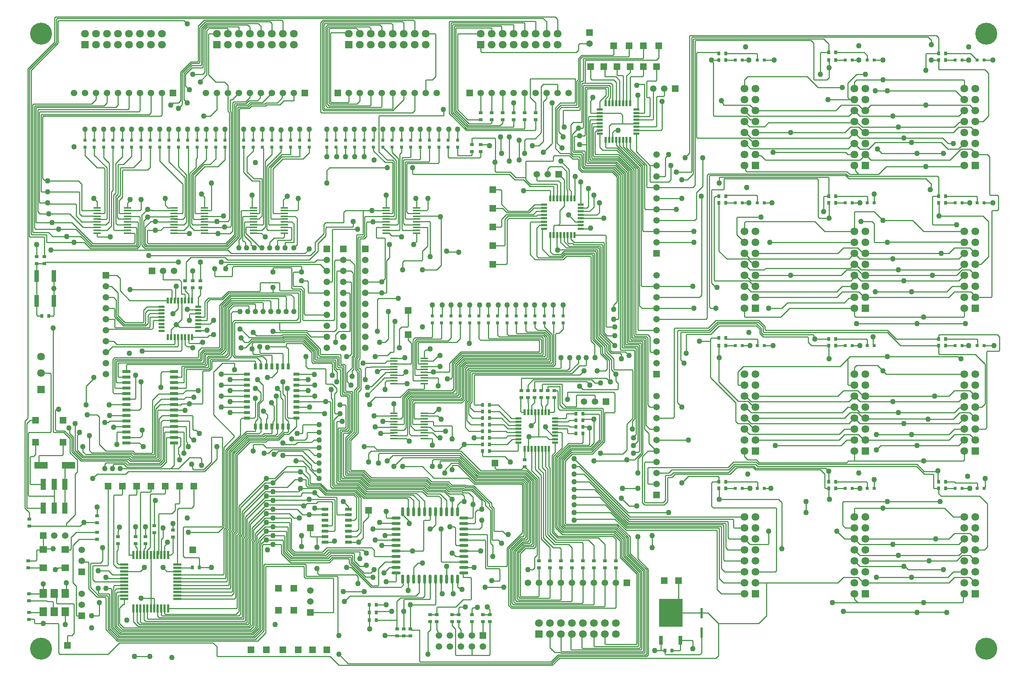
<source format=gtl>
G04*
G04 #@! TF.GenerationSoftware,Altium Limited,Altium Designer,22.3.1 (43)*
G04*
G04 Layer_Physical_Order=1*
G04 Layer_Color=255*
%FSLAX25Y25*%
%MOIN*%
G70*
G04*
G04 #@! TF.SameCoordinates,A87CA661-C890-46F0-A320-74F5598AF3CC*
G04*
G04*
G04 #@! TF.FilePolarity,Positive*
G04*
G01*
G75*
%ADD16C,0.01000*%
%ADD20R,0.03150X0.03740*%
%ADD21R,0.03740X0.03150*%
%ADD22R,0.07087X0.07874*%
%ADD23R,0.05807X0.02362*%
%ADD24R,0.02362X0.05807*%
%ADD25R,0.05807X0.03000*%
%ADD26R,0.03000X0.05807*%
%ADD27R,0.07284X0.02756*%
%ADD28R,0.02362X0.07284*%
%ADD29R,0.07284X0.02362*%
%ADD30R,0.03150X0.03150*%
%ADD31R,0.06004X0.02559*%
%ADD32R,0.02362X0.09449*%
%ADD33O,0.08441X0.02756*%
%ADD34O,0.02756X0.08441*%
%ADD35R,0.03740X0.08268*%
%ADD36R,0.21654X0.25591*%
%ADD37R,0.07087X0.01772*%
%ADD38R,0.03937X0.10827*%
%ADD39R,0.04724X0.09843*%
%ADD40R,0.07087X0.06299*%
%ADD41R,0.12000X0.06000*%
%ADD42R,0.03150X0.03150*%
%ADD77C,0.01000*%
%ADD78R,0.05906X0.05906*%
%ADD79C,0.07087*%
%ADD80R,0.07087X0.07087*%
%ADD81R,0.07087X0.07087*%
%ADD82C,0.05906*%
%ADD83R,0.05906X0.05906*%
%ADD84R,0.05906X0.05906*%
%ADD85C,0.05906*%
%ADD86R,0.05906X0.05906*%
%ADD87C,0.20000*%
%ADD88C,0.05000*%
D16*
X62000Y233000D02*
X71000D01*
X73000Y231000D01*
X588436Y14544D02*
X619544D01*
X621000Y16000D02*
Y34600D01*
X619544Y14544D02*
X621000Y16000D01*
X77500Y514500D02*
X80000Y517000D01*
X15146Y514500D02*
X77500D01*
X433000Y184586D02*
Y189000D01*
X458626Y184776D02*
X458630D01*
X459850Y185996D02*
Y186000D01*
X458630Y184776D02*
X459850Y185996D01*
X457350Y183500D02*
X458626Y184776D01*
X434086Y183500D02*
X457350D01*
X433000Y184586D02*
X434086Y183500D01*
X421850Y195586D02*
X422436Y195000D01*
X442000D02*
X447000Y190000D01*
X421850Y195586D02*
Y200000D01*
X422436Y195000D02*
X442000D01*
X457054Y170000D02*
X458000Y169054D01*
X416379Y174500D02*
X458918D01*
X417000Y176000D02*
X459539D01*
X460160Y177500D02*
X465500Y172160D01*
Y117189D02*
Y172160D01*
X460782Y179000D02*
X467000Y172782D01*
X462500Y120189D02*
Y170918D01*
X417621Y177500D02*
X460160D01*
X467000Y115689D02*
Y172782D01*
X418864Y180500D02*
X461403D01*
X459539Y176000D02*
X464000Y171539D01*
X415757Y173000D02*
X458296D01*
X414379Y170000D02*
X457054D01*
X458918Y174500D02*
X462500Y170918D01*
X464000Y118689D02*
Y171539D01*
X457675Y171500D02*
X459500Y169675D01*
X458000Y125586D02*
Y169054D01*
X470000Y113086D02*
Y174024D01*
X461000Y121689D02*
Y170296D01*
X459500Y123189D02*
Y169675D01*
X462024Y182000D02*
X470000Y174024D01*
X420000Y182000D02*
X462024D01*
X418243Y179000D02*
X460782D01*
X468500Y114189D02*
Y173403D01*
X415000Y171500D02*
X457675D01*
X458296Y173000D02*
X461000Y170296D01*
X461403Y180500D02*
X468500Y173403D01*
X460295Y185850D02*
X471500Y174646D01*
Y105500D02*
Y174646D01*
X473000Y100150D02*
Y175627D01*
X466551Y182076D02*
Y202000D01*
Y182076D02*
X473000Y175627D01*
X459850Y186000D02*
X460000Y185850D01*
X495000Y486000D02*
Y486657D01*
X491000Y490657D02*
Y510414D01*
Y490657D02*
X495000Y486657D01*
X489500Y480500D02*
Y511500D01*
Y480500D02*
X494000Y476000D01*
X491000Y510414D02*
X493586Y513000D01*
X489500Y511500D02*
X493000Y515000D01*
X509914Y468000D02*
X510500Y467414D01*
X504050Y468000D02*
X509914D01*
X501050Y471000D02*
X504050Y468000D01*
X510500Y457621D02*
Y467414D01*
X500929Y469000D02*
X503965Y465965D01*
X508414D01*
X509000Y457000D02*
Y465379D01*
X508414Y465965D02*
X509000Y465379D01*
X505586Y473414D02*
X514414D01*
X505000Y474000D02*
X505586Y473414D01*
X503500Y473379D02*
X504964Y471914D01*
X502000Y472172D02*
X504172Y470000D01*
X504964Y471914D02*
X512086D01*
X504172Y470000D02*
X511414D01*
X510000Y487000D02*
X514414D01*
X505000Y474000D02*
Y486172D01*
X514414Y473414D02*
X515000Y472828D01*
X511414Y470000D02*
X512000Y469414D01*
X512086Y471914D02*
X513500Y470500D01*
X512000Y459121D02*
Y469414D01*
X487000Y469000D02*
X500929D01*
X492586Y471000D02*
X501050D01*
X502000Y472172D02*
Y497036D01*
X486000Y464586D02*
Y468000D01*
X487000Y469000D01*
X493000Y464000D02*
X500500Y456500D01*
Y438500D02*
Y456500D01*
X502000Y497036D02*
X504343Y499379D01*
X503500Y473379D02*
Y488500D01*
X505000Y486172D02*
X505586Y486757D01*
X509757D01*
X503500Y488500D02*
X509000Y494000D01*
X504343Y499379D02*
X512000D01*
X515000Y460586D02*
Y472828D01*
X509757Y486757D02*
X510000Y487000D01*
X488000Y512414D02*
X492586Y517000D01*
X488000Y475586D02*
X492586Y471000D01*
X488000Y475586D02*
Y512414D01*
X513500Y459743D02*
Y470500D01*
X509000Y457000D02*
X512000Y454000D01*
X500500Y438500D02*
X502374Y436626D01*
X495000Y509914D02*
X495586Y510500D01*
X510000D01*
X495235Y495765D02*
X496000Y495000D01*
X495235Y495765D02*
Y497351D01*
X495000Y497586D02*
X495235Y497351D01*
X495000Y497586D02*
Y509914D01*
X510500Y511000D02*
Y535725D01*
X510000Y510500D02*
X510500Y511000D01*
X493586Y513000D02*
X508414D01*
X509000Y513586D02*
Y536346D01*
X508414Y513000D02*
X509000Y513586D01*
X493000Y515000D02*
X506914D01*
X507500Y515586D02*
Y536968D01*
X506914Y515000D02*
X507500Y515586D01*
X509000Y494000D02*
X512914D01*
X513500Y494586D02*
Y532414D01*
X512914Y494000D02*
X513500Y494586D01*
X492586Y517000D02*
X505414D01*
X514414Y487000D02*
X515000Y487586D01*
Y530914D01*
X519500Y465586D02*
X520086Y465000D01*
X517086Y462000D02*
X542879D01*
X520086Y465000D02*
X544379D01*
X519500Y465586D02*
Y500989D01*
X518586Y463500D02*
X543500D01*
X518000Y464086D02*
Y504139D01*
X516500Y462586D02*
Y479000D01*
Y462586D02*
X517086Y462000D01*
X518000Y464086D02*
X518586Y463500D01*
X516500Y479000D02*
Y529414D01*
X510000Y479000D02*
X516500D01*
X512000Y499379D02*
Y534414D01*
X506000Y517586D02*
Y539000D01*
X505414Y517000D02*
X506000Y517586D01*
X509000Y538468D02*
Y557536D01*
X507500Y536968D02*
X509000Y538468D01*
Y536346D02*
X510500Y537846D01*
X511525Y536750D02*
X512750D01*
X514086Y533000D02*
X537000D01*
X515000Y530914D02*
X515586Y531500D01*
X512750Y536750D02*
X513500Y537500D01*
X512000Y534414D02*
X512586Y535000D01*
X516500Y529414D02*
X517086Y530000D01*
X510500Y537846D02*
Y556914D01*
Y535725D02*
X511525Y536750D01*
X515586Y531500D02*
X535414D01*
X513500Y537500D02*
Y557500D01*
Y532414D02*
X514086Y533000D01*
X512586Y535000D02*
X515000D01*
X517086Y530000D02*
X533414D01*
X512000Y459121D02*
X514121Y457000D01*
X510500Y556914D02*
X512586Y559000D01*
X513500Y557500D02*
X567414D01*
X511965Y560500D02*
X540414D01*
X509000Y557536D02*
X511965Y560500D01*
X541000Y561086D02*
Y569000D01*
X540414Y560500D02*
X541000Y561086D01*
X515000Y555414D02*
X515586Y556000D01*
X580000D01*
X512586Y559000D02*
X554414D01*
X515000Y535000D02*
Y555414D01*
X521000Y538000D02*
X541000D01*
X567414Y557500D02*
X568000Y558086D01*
X520000Y539000D02*
X521000Y538000D01*
X520000Y539000D02*
Y550000D01*
X541000Y538000D02*
X543425Y535575D01*
X582000Y558000D02*
Y569000D01*
X580000Y556000D02*
X582000Y558000D01*
X568000Y558086D02*
Y569000D01*
X554414Y559000D02*
X555000Y559586D01*
Y569000D01*
X515000Y535000D02*
X538551D01*
X465000Y539000D02*
X506000D01*
X576000Y112000D02*
Y123000D01*
X549000Y166000D02*
X563000D01*
X548000Y157000D02*
X555000Y150000D01*
X562000D01*
X404720Y94000D02*
X414000D01*
X548000Y283500D02*
Y288000D01*
X538879Y289000D02*
X547000D01*
X548000Y288000D01*
X541000Y329000D02*
Y333000D01*
X544000Y336000D01*
Y449757D01*
X539757Y454000D02*
X544000Y449757D01*
X512000Y454000D02*
X539757D01*
X541000Y320000D02*
X544914D01*
X545500Y320586D01*
Y450379D01*
X540379Y455500D02*
X545500Y450379D01*
X551818Y297000D02*
Y453061D01*
X563000Y310586D02*
Y457000D01*
X571586Y440000D02*
X580000D01*
X561000Y306000D02*
Y456879D01*
X570000Y420000D02*
X580000D01*
X571000Y440586D02*
X571586Y440000D01*
X556318Y302379D02*
X557197Y301500D01*
X563586Y310000D02*
X580000D01*
X559500Y305379D02*
X560379Y304500D01*
X553818Y298500D02*
X565414D01*
X559500Y305379D02*
Y456257D01*
X548818Y294000D02*
Y451682D01*
X547000Y292000D02*
Y451000D01*
X580000Y440000D02*
X613000D01*
X561000Y306000D02*
X572000D01*
X566000Y350586D02*
X566586Y350000D01*
X554818Y300000D02*
Y454561D01*
X568086Y400000D02*
X614000D01*
X550318Y296000D02*
X550818Y295500D01*
X560379Y304500D02*
X570621D01*
X571000Y440586D02*
Y460000D01*
X551818Y297000D02*
X563914D01*
X567500Y400586D02*
X568086Y400000D01*
X557818Y303000D02*
X569914D01*
X557818D02*
Y455818D01*
X563000Y310586D02*
X563586Y310000D01*
X550318Y296000D02*
Y452439D01*
X564500Y332500D02*
Y457621D01*
X548818Y294000D02*
X560914D01*
X566000Y350586D02*
Y458636D01*
X556318Y302379D02*
Y455182D01*
X569000Y421000D02*
Y459879D01*
Y421000D02*
X570000Y420000D01*
X553318Y299000D02*
Y453682D01*
X567500Y400586D02*
Y459257D01*
X554818Y300000D02*
X566914D01*
X557197Y301500D02*
X568414D01*
X567000Y330000D02*
X580000D01*
X547000Y292000D02*
X559414D01*
X550818Y295500D02*
X562414D01*
X566586Y350000D02*
X580000D01*
X564500Y332500D02*
X567000Y330000D01*
X553318Y299000D02*
X553818Y298500D01*
X512621Y455500D02*
X540379D01*
X510500Y457621D02*
X512621Y455500D01*
X515586Y460000D02*
X542757D01*
X513500Y459743D02*
X514743Y458500D01*
X514121Y457000D02*
X541000D01*
X514743Y458500D02*
X542000D01*
X515000Y460586D02*
X515586Y460000D01*
X465000Y522000D02*
Y539000D01*
X423914Y119000D02*
X424500Y118414D01*
X448621Y58500D02*
X532414D01*
X448500Y61586D02*
Y109722D01*
X454500Y107237D02*
X455500Y108237D01*
X448500Y61586D02*
X450086Y60000D01*
X424500Y93586D02*
Y118414D01*
X450000Y63086D02*
Y109100D01*
X445500Y110965D02*
X456535Y122000D01*
X467328Y91914D02*
X469000Y93586D01*
X447000Y110343D02*
X457157Y120500D01*
X425086Y93000D02*
X436914D01*
X450000Y109100D02*
X458399Y117500D01*
X456000Y68086D02*
X456586Y67500D01*
X445500Y59500D02*
Y110965D01*
X463000Y91914D02*
X467328D01*
X436914Y93000D02*
X437500Y92414D01*
X450086Y60000D02*
X522414D01*
X453000Y66086D02*
X454586Y64500D01*
X454500Y67465D02*
X455965Y66000D01*
X448500Y109722D02*
X457778Y119000D01*
X445500Y59500D02*
X448000Y57000D01*
X404720Y119000D02*
X423914D01*
X404720Y109000D02*
X420000D01*
X448000Y57000D02*
X542414D01*
X451500Y64586D02*
Y108479D01*
X453000Y66086D02*
Y107858D01*
X424500Y93586D02*
X425086Y93000D01*
X456000Y106615D02*
X460885Y111500D01*
X454500Y67465D02*
Y107237D01*
X437500Y82328D02*
Y92414D01*
X450000Y63086D02*
X451586Y61500D01*
X453000Y107858D02*
X459642Y114500D01*
X455500Y108237D02*
X460263Y113000D01*
X447000Y60121D02*
X448621Y58500D01*
X451500Y64586D02*
X453086Y63000D01*
X436914Y81742D02*
X437500Y82328D01*
X447000Y60121D02*
Y110343D01*
X451500Y108479D02*
X459021Y116000D01*
X456586Y67500D02*
X472414D01*
X451586Y61500D02*
X512414D01*
X453086Y63000D02*
X502414D01*
X455965Y66000D02*
X482414D01*
X430000Y82000D02*
X430258Y81742D01*
X454586Y64500D02*
X492414D01*
X456000Y68086D02*
Y106615D01*
X430258Y81742D02*
X436914D01*
X265000Y122586D02*
X265586Y122000D01*
X271586D01*
X265000Y122586D02*
Y130000D01*
X313000Y135000D02*
X318000Y140000D01*
Y146000D01*
X313000Y121000D02*
Y135000D01*
X309000Y117000D02*
X313000Y121000D01*
X327000Y339000D02*
X345000D01*
X326000Y338000D02*
X327000Y339000D01*
X326000Y309000D02*
Y338000D01*
X263000Y275000D02*
X278414D01*
X279000Y261586D02*
Y274414D01*
X285000Y261000D02*
X289000Y257000D01*
X279586Y261000D02*
X285000D01*
X279000Y261586D02*
X279586Y261000D01*
X278414Y275000D02*
X279000Y274414D01*
X261000Y277000D02*
Y286000D01*
Y277000D02*
X263000Y275000D01*
X267500Y280000D02*
X284414D01*
X266500Y281000D02*
X267500Y280000D01*
X266500Y281000D02*
Y289757D01*
X268000Y282000D02*
Y290379D01*
Y282000D02*
X268500Y281500D01*
X286139D01*
X269500Y283586D02*
Y291000D01*
X270086Y283000D02*
X287639D01*
X269500Y283586D02*
X270086Y283000D01*
X258129Y298129D02*
X266500Y289757D01*
X243061Y297543D02*
X243647Y298129D01*
X258129D01*
X243061Y294939D02*
Y297543D01*
X289000Y254000D02*
Y257000D01*
X287000Y252000D02*
X289000Y254000D01*
X287000Y235000D02*
Y252000D01*
Y235000D02*
X288000Y234000D01*
X292000D01*
X260172Y380000D02*
X264000Y383828D01*
Y384000D01*
X262414Y355000D02*
X263000Y354414D01*
X257000Y355000D02*
X262414D01*
X263000Y344586D02*
Y354414D01*
X263586Y344000D02*
X280000D01*
X263000Y344586D02*
X263586Y344000D01*
X257000Y350000D02*
X259500Y347500D01*
X249500Y350586D02*
Y362414D01*
X250086Y350000D02*
X257000D01*
X249500Y350586D02*
X250086Y350000D01*
X237000Y346586D02*
Y352914D01*
Y346586D02*
X237586Y346000D01*
X236414Y353500D02*
X237000Y352914D01*
X237586Y346000D02*
X255414D01*
X220000Y353500D02*
X236414D01*
X218914Y345500D02*
X219500Y346086D01*
Y353000D01*
X220000Y353500D01*
X195586Y368500D02*
X256414D01*
X194000Y359586D02*
Y366914D01*
X178586Y359000D02*
X193414D01*
X178000Y359586D02*
Y366000D01*
Y359586D02*
X178586Y359000D01*
X193414D02*
X194000Y359586D01*
Y366914D02*
X195586Y368500D01*
X257000Y363000D02*
Y367914D01*
X256414Y368500D02*
X257000Y367914D01*
X260500Y324000D02*
X280000D01*
X250086Y363000D02*
X257000D01*
X249500Y362414D02*
X250086Y363000D01*
X259500Y325000D02*
X260500Y324000D01*
X259500Y325000D02*
Y347500D01*
X258000Y319586D02*
Y346000D01*
X256250Y347750D02*
X258000Y346000D01*
X248750Y347750D02*
X256250D01*
X258586Y319000D02*
X286000D01*
X258000Y319586D02*
X258586Y319000D01*
X253914Y344000D02*
X254500Y343414D01*
X256000Y318000D02*
Y345414D01*
X254500Y321000D02*
Y343414D01*
X255414Y346000D02*
X256000Y345414D01*
X252500Y319000D02*
X254500Y321000D01*
X237000Y317000D02*
X255000D01*
X231000Y344000D02*
X253914D01*
X255000Y317000D02*
X256000Y318000D01*
X248000Y348500D02*
X248750Y347750D01*
X196586Y317000D02*
X237000D01*
Y310500D02*
X237750Y309750D01*
X262250D01*
X263000Y309000D01*
X237000Y310500D02*
Y317000D01*
X257000Y113000D02*
Y123000D01*
X222033Y115000D02*
X238353D01*
X239854Y119000D02*
X240439Y118414D01*
X223918Y119000D02*
X239854D01*
X224050Y123000D02*
X231000D01*
X386500Y505500D02*
Y510500D01*
X386000Y511000D02*
X386500Y510500D01*
X327500Y472500D02*
Y504914D01*
X328086Y505500D01*
X386500D01*
X327500Y472500D02*
X335000Y465000D01*
X340000D01*
X341500Y463500D01*
Y414500D02*
Y463500D01*
X339379Y463000D02*
X340000Y462379D01*
Y416983D02*
Y462379D01*
X333000Y463000D02*
X339379D01*
X334024Y416398D02*
X339414D01*
X340000Y416983D01*
X340839Y413839D02*
X341500Y414500D01*
X334024Y413839D02*
X340839D01*
X146000Y192000D02*
Y196541D01*
X134586Y212500D02*
X146414D01*
X145000Y197541D02*
X146000Y196541D01*
X157765Y184235D02*
Y187235D01*
Y184235D02*
X159000Y183000D01*
X157000Y188000D02*
X157765Y187235D01*
X155279Y194000D02*
X165000D01*
X166000Y187000D02*
Y193000D01*
X165000Y194000D02*
X166000Y193000D01*
X145279Y184000D02*
X155279Y194000D01*
X219811Y114899D02*
X221479Y116567D01*
X224050Y131000D02*
X231000D01*
X224050Y139000D02*
X231000D01*
X224050Y147000D02*
X231000D01*
X224050Y163000D02*
X231000D01*
X154000Y126000D02*
X181535D01*
X221311Y114278D02*
X222033Y115000D01*
X221776Y116567D02*
X223918Y118708D01*
X231000Y147000D02*
X253000D01*
X221479Y116567D02*
X221776D01*
X216500Y117952D02*
Y123450D01*
X215000Y118574D02*
Y125000D01*
X212000Y119816D02*
Y130000D01*
X210500Y118316D02*
X212000Y119816D01*
X218000Y117331D02*
Y120000D01*
X210500Y120438D02*
Y133450D01*
X209000Y121059D02*
Y135000D01*
Y118938D02*
X210500Y120438D01*
X207500Y119559D02*
X209000Y121059D01*
X207500Y121680D02*
Y138450D01*
X206000Y122301D02*
Y140000D01*
X231000Y131000D02*
X244354D01*
X231000Y163000D02*
X254414D01*
X204500Y143450D02*
X224050Y163000D01*
X203000Y145000D02*
X225000Y167000D01*
X204500Y122923D02*
Y143450D01*
X218311Y115520D02*
X219500Y116710D01*
X200000Y122666D02*
X201500Y124165D01*
Y148450D01*
X231000Y139000D02*
X247354D01*
X201500Y122044D02*
X203000Y123544D01*
X200000Y124787D02*
Y150000D01*
X203000Y49086D02*
Y121423D01*
X206000Y120180D02*
X207500Y121680D01*
X191000Y129101D02*
Y199757D01*
X188000Y84735D02*
Y128222D01*
X212000Y130000D02*
X225000Y143000D01*
X210500Y42000D02*
Y118316D01*
X215311Y116763D02*
X216500Y117952D01*
X189500Y129722D02*
Y200379D01*
Y127601D02*
X191000Y129101D01*
X200000Y54000D02*
Y122666D01*
X188000Y130343D02*
Y201000D01*
X192500Y128479D02*
Y199136D01*
X201500Y51500D02*
Y122044D01*
X186500Y128843D02*
X188000Y130343D01*
X186500Y87885D02*
Y128843D01*
X198500Y123287D02*
X200000Y124787D01*
X195500Y197893D02*
X209107Y211500D01*
X191000Y199757D02*
X207243Y216000D01*
X204500Y120801D02*
X206000Y122301D01*
X194000Y125737D02*
X195500Y127237D01*
X191000Y126979D02*
X192500Y128479D01*
X219500Y118450D02*
X224050Y123000D01*
X216811Y116142D02*
X218000Y117331D01*
X210500Y133450D02*
X224050Y147000D01*
X201500Y148450D02*
X224050Y171000D01*
X192500Y75287D02*
Y126358D01*
X198500Y125994D02*
Y196500D01*
X213811Y117384D02*
X215000Y118574D01*
X192500Y126358D02*
X194000Y127858D01*
X219500Y116710D02*
Y118450D01*
X206000Y45586D02*
Y120180D01*
X213500Y119195D02*
Y128450D01*
X195500Y127237D02*
Y197893D01*
X197000Y126615D02*
Y197272D01*
X215000Y125000D02*
X225000Y135000D01*
X209000D02*
X225000Y151000D01*
X194000Y198515D02*
X208485Y213000D01*
X189500Y200379D02*
X207121Y218000D01*
X207500Y138450D02*
X224050Y155000D01*
X189500Y81586D02*
Y127601D01*
X218000Y120000D02*
X225000Y127000D01*
X197000Y66500D02*
Y124494D01*
X200000Y150000D02*
X225000Y175000D01*
X197000Y124494D02*
X198500Y125994D01*
X203000Y123544D02*
Y145000D01*
X213500Y128450D02*
X224050Y139000D01*
X188000Y128222D02*
X189500Y129722D01*
X184414Y212586D02*
X185000Y212000D01*
X203000Y121423D02*
X204500Y122923D01*
X216500Y123450D02*
X224050Y131000D01*
X195500Y125115D02*
X197000Y126615D01*
X223918Y118708D02*
Y119000D01*
X150000Y131000D02*
X184414D01*
X194000Y127858D02*
Y198515D01*
X188000Y201000D02*
X201500Y214500D01*
X175636Y212586D02*
X184414D01*
X213811Y40811D02*
Y117384D01*
X231000Y123000D02*
X241354D01*
X194000Y72137D02*
Y125737D01*
X218311Y38553D02*
Y115520D01*
X219811Y37932D02*
Y114899D01*
X207500Y44086D02*
Y119559D01*
X185000Y131586D02*
Y212000D01*
X181535Y126000D02*
X186500Y130965D01*
X197000Y197272D02*
X209728Y210000D01*
X206000Y140000D02*
X225000Y159000D01*
X198500Y196500D02*
X210500Y208500D01*
X212311Y118006D02*
X213500Y119195D01*
X204500Y47586D02*
Y120801D01*
X186500Y130965D02*
Y203429D01*
X191000Y78436D02*
Y126979D01*
X216811Y39175D02*
Y116142D01*
X198500Y57500D02*
Y123287D01*
X184414Y131000D02*
X185000Y131586D01*
X209000Y42879D02*
Y118938D01*
X192500Y199136D02*
X207864Y214500D01*
X221311Y37311D02*
Y114278D01*
X215311Y39796D02*
Y116763D01*
X195500Y70500D02*
Y125115D01*
X212311Y41689D02*
Y118006D01*
X186500Y203429D02*
X195965Y212893D01*
Y214036D01*
X224050Y171000D02*
X231000D01*
X224050Y155000D02*
X231000D01*
X149414Y104414D02*
Y130414D01*
X150000Y131000D01*
X164150Y94000D02*
Y102414D01*
X150828Y103000D02*
X163564D01*
X164150Y102414D01*
X149414Y104414D02*
X150828Y103000D01*
X138000Y184000D02*
X145279D01*
X159000Y183000D02*
X168101D01*
X99500Y181500D02*
X168879D01*
X180000Y192621D01*
X97000Y179000D02*
X99500Y181500D01*
X71000Y179000D02*
X97000D01*
X67000Y175000D02*
X71000Y179000D01*
X168101Y183000D02*
X175050Y189950D01*
Y212000D02*
X175636Y212586D01*
X175050Y189950D02*
Y212000D01*
X284414Y280000D02*
X285000Y279414D01*
Y269000D02*
Y279414D01*
X286725Y274861D02*
Y280914D01*
X289586Y265586D02*
Y272000D01*
X286725Y274861D02*
X289586Y272000D01*
X289500Y274500D02*
X291914D01*
X288225Y275775D02*
X289500Y274500D01*
X288225Y275775D02*
Y282414D01*
X286139Y281500D02*
X286725Y280914D01*
X287639Y283000D02*
X288225Y282414D01*
X290621Y276000D02*
X293879D01*
X289139Y284689D02*
X289725Y284103D01*
X271000Y284689D02*
X289139D01*
X289725Y276897D02*
Y284103D01*
Y276897D02*
X290621Y276000D01*
X291225Y278129D02*
Y285603D01*
Y278129D02*
X291793Y277561D01*
X295000D01*
X290639Y286189D02*
X291225Y285603D01*
X293013Y279061D02*
X295939D01*
X292328Y287914D02*
X292914Y287328D01*
Y279159D02*
Y287328D01*
X274586Y287914D02*
X292328D01*
X292914Y279159D02*
X293013Y279061D01*
X298765Y286765D02*
X300765D01*
X298000Y286000D02*
X298765Y286765D01*
X302500Y288500D02*
Y353414D01*
X300765Y286765D02*
X302500Y288500D01*
X162797Y325112D02*
X162909Y325000D01*
X301000Y309000D02*
Y343414D01*
X289000Y265000D02*
X289586Y265586D01*
X288000Y299000D02*
Y306000D01*
X291000Y309000D01*
X301000D01*
X298500Y263500D02*
Y271250D01*
X303000Y275750D01*
Y285864D01*
X304000Y286864D01*
Y362000D01*
X305500Y286243D02*
Y369500D01*
X304500Y285243D02*
X305500Y286243D01*
X306000Y284621D02*
X307000Y285621D01*
X306000Y274343D02*
Y284621D01*
X304500Y274379D02*
Y285243D01*
X307000Y285621D02*
Y396414D01*
X307414Y272000D02*
Y272929D01*
X306000Y274343D02*
X307414Y272929D01*
X307500Y274964D02*
X308914Y273550D01*
X309000Y283000D02*
X310000Y284000D01*
Y392854D01*
X307500Y274964D02*
Y284000D01*
X308500Y285000D01*
X309000Y275586D02*
Y283000D01*
X308500Y285000D02*
Y394354D01*
X303000Y272879D02*
X304500Y274379D01*
X309586Y275000D02*
X310414D01*
X309000Y275586D02*
X309586Y275000D01*
X303000Y268000D02*
Y272879D01*
X308914Y273500D02*
Y273550D01*
X313000Y282000D02*
X313022Y281978D01*
X313000Y280000D02*
X333000D01*
X310414Y275000D02*
X311000Y274414D01*
X308914Y273500D02*
X309500Y272914D01*
X341002Y281978D02*
X341024Y281957D01*
X311000Y256000D02*
Y274414D01*
X320765Y258765D02*
X333720Y271720D01*
X317000Y258000D02*
X317765Y258765D01*
X320765D01*
X317000Y251000D02*
X332602Y266602D01*
X341024D01*
X333720Y271720D02*
X341024D01*
X308379Y253379D02*
X311000Y256000D01*
X308379Y216257D02*
Y253379D01*
X315000Y275000D02*
X316253Y276253D01*
X315000Y265000D02*
Y275000D01*
X316253Y276253D02*
X320161D01*
X284000Y248000D02*
X285000Y247000D01*
X284000Y248000D02*
Y256000D01*
X285000Y168965D02*
Y247000D01*
X274000Y288500D02*
Y293000D01*
X272500Y287879D02*
X274189Y286189D01*
X272500Y287879D02*
Y292379D01*
X274189Y286189D02*
X290639D01*
X274000Y288500D02*
X274586Y287914D01*
X271000Y284689D02*
Y291757D01*
X218707Y288000D02*
X219207Y287500D01*
X213328Y288000D02*
X218707D01*
X217525Y286000D02*
X222000D01*
X217025Y286500D02*
X217525Y286000D01*
X229414Y287500D02*
X230000Y286914D01*
X240000Y277000D02*
Y288414D01*
X219243Y289586D02*
Y294757D01*
X222000Y286000D02*
X225000Y283000D01*
X219207Y287500D02*
X229414D01*
X219243Y289586D02*
X219828Y289000D01*
X239414D02*
X240000Y288414D01*
X219828Y289000D02*
X239414D01*
X230000Y277000D02*
Y286914D01*
X197086Y286500D02*
X217025D01*
X194500Y286965D02*
X196465Y285000D01*
X212743Y288586D02*
X213328Y288000D01*
X196000Y287586D02*
X197086Y286500D01*
X212743Y288586D02*
Y292257D01*
X216404Y285000D02*
X220000Y281403D01*
X196465Y285000D02*
X216404D01*
X258689Y299689D02*
X268000Y290379D01*
X241940Y299689D02*
X258689D01*
X241250Y299000D02*
X241940Y299689D01*
X226852Y294939D02*
X243061D01*
X213121Y299000D02*
X241250D01*
X212000Y297879D02*
X213121Y299000D01*
X212000Y293000D02*
Y297879D01*
X259061Y301439D02*
X269500Y291000D01*
X241568Y301439D02*
X259061D01*
X240629Y300500D02*
X241568Y301439D01*
X212500Y300500D02*
X240629D01*
X206000Y294000D02*
X212500Y300500D01*
X259818Y302939D02*
X271000Y291757D01*
X240947Y302939D02*
X259818D01*
X211879Y302000D02*
X240008D01*
X240947Y302939D01*
X208879Y299000D02*
X211879Y302000D01*
X202000Y311000D02*
X209500Y303500D01*
X239387D01*
X240326Y304439D01*
X238765Y305000D02*
X239765Y306000D01*
X261000D01*
X216000Y305000D02*
X238765D01*
X213000Y308000D02*
X216000Y305000D01*
X261000Y306000D02*
X274000Y293000D01*
X240326Y304439D02*
X260439D01*
X272500Y292379D01*
X265879Y304000D02*
X280000D01*
X261879Y308000D02*
X265879Y304000D01*
X233586Y308000D02*
X261879D01*
X231765Y308235D02*
X233351D01*
X233586Y308000D01*
X231000Y309000D02*
X231765Y308235D01*
X300414Y344000D02*
X301000Y343414D01*
X295000Y344000D02*
X300414D01*
X301914Y354000D02*
X302500Y353414D01*
X295000Y354000D02*
X301914D01*
X295000Y364000D02*
X302000D01*
X304000Y362000D01*
X289586Y364000D02*
X295000D01*
X301000Y374000D02*
X305500Y369500D01*
X295000Y374000D02*
X301000D01*
X288000D02*
X295000D01*
X308500Y394354D02*
X309086Y394939D01*
X310000Y392854D02*
X310586Y393439D01*
X309086Y394939D02*
X313354D01*
X307586Y397000D02*
X313000D01*
X307000Y396414D02*
X307586Y397000D01*
X310586Y393439D02*
X314000D01*
X446000Y485000D02*
X447000Y486000D01*
X446000Y464000D02*
Y485000D01*
X455000Y465000D02*
Y483000D01*
X470000Y492586D02*
Y501850D01*
X407015Y492000D02*
X469414D01*
X470000Y492586D01*
X459414Y493500D02*
X460000Y494086D01*
Y501850D01*
X407636Y493500D02*
X459414D01*
X433500Y463500D02*
Y484414D01*
X433000Y463000D02*
X433500Y463500D01*
X433000Y455000D02*
Y463000D01*
Y455000D02*
X434000Y454000D01*
X461000Y449000D02*
Y464000D01*
Y447121D02*
Y449000D01*
X434000Y454000D02*
X447000D01*
X452000Y449000D01*
X461000D01*
X358000Y452586D02*
X358586Y452000D01*
X446000D01*
X358000Y452586D02*
Y458000D01*
X446000Y452000D02*
X451000Y447000D01*
X459000D01*
X461621Y484534D02*
X469656D01*
X460000Y482913D02*
X461621Y484534D01*
X460000Y471000D02*
Y482913D01*
X469656Y484534D02*
X475000Y489879D01*
X459000Y437000D02*
X459476Y437476D01*
X482891D01*
X483476Y436891D01*
X467000Y478000D02*
X473000D01*
X322000Y408720D02*
X334024D01*
X316720D02*
X322000D01*
X432914Y485000D02*
X433500Y484414D01*
X412586Y485000D02*
X432914D01*
X438500Y471500D02*
X439000Y471000D01*
X438500Y471500D02*
Y485500D01*
X438000Y486000D02*
X438500Y485500D01*
X408257Y495000D02*
X449414D01*
X408879Y496500D02*
X437724D01*
X396000Y509379D02*
X408879Y496500D01*
X391500Y507515D02*
X407015Y492000D01*
X397500Y510000D02*
X409500Y498000D01*
X437724Y496500D02*
X440000Y498776D01*
X393000Y508136D02*
X407636Y493500D01*
X449414Y495000D02*
X450000Y495586D01*
X409500Y498000D02*
X429224D01*
X430000Y498776D01*
X450000Y495586D02*
Y501850D01*
X394500Y508757D02*
X408257Y495000D01*
X430000Y498776D02*
Y501850D01*
X440000Y498776D02*
Y501850D01*
X321000Y418957D02*
X334024D01*
Y421516D02*
Y432976D01*
X334000Y433000D02*
X334024Y432976D01*
X313000Y418957D02*
X321000D01*
X400261Y75657D02*
X401918Y74000D01*
X399707Y75657D02*
X400261D01*
X399000Y76364D02*
X399707Y75657D01*
X399000Y76364D02*
Y83280D01*
X401918Y74000D02*
X403000D01*
X399000Y83280D02*
X399000Y83280D01*
X394000D02*
X394336Y82944D01*
Y70664D02*
Y82944D01*
Y70664D02*
X395000Y70000D01*
X431000Y104000D02*
Y114082D01*
X443000Y124000D02*
X445000D01*
X440000Y127000D02*
X443000Y124000D01*
X432000Y127000D02*
X440000D01*
X431086Y119000D02*
X436000D01*
X430500Y119586D02*
X431086Y119000D01*
X436000D02*
X439000Y116000D01*
X429000Y116082D02*
X431000Y114082D01*
X444000Y111586D02*
X458000Y125586D01*
X443414Y95000D02*
X444000Y95586D01*
Y111586D01*
X426586Y95000D02*
X443414D01*
X426000Y95586D02*
X426586Y95000D01*
X429000Y116082D02*
Y146000D01*
X425414Y124000D02*
X426000Y123414D01*
X404720Y124000D02*
X425414D01*
X426000Y95586D02*
Y123414D01*
X424000Y76000D02*
X441000D01*
X432000Y127000D02*
Y148121D01*
X430500Y119586D02*
Y147500D01*
X428000Y150000D02*
X430500Y147500D01*
X424500Y150500D02*
X429000Y146000D01*
X430000Y150121D02*
X432000Y148121D01*
X430000Y150121D02*
Y152243D01*
X428000Y150000D02*
Y152121D01*
X424500Y150500D02*
Y153500D01*
X394000Y107000D02*
X394364D01*
X397364Y104000D01*
X404720D01*
X385000Y128000D02*
Y129000D01*
X384000Y99586D02*
X384586Y99000D01*
X384000Y99586D02*
Y129000D01*
X404000Y85000D02*
Y88279D01*
X410828Y85000D02*
X411414Y84414D01*
Y65172D02*
Y84414D01*
X404000Y85000D02*
X410828D01*
Y64586D02*
X411414Y65172D01*
X404000Y64586D02*
X410828D01*
X406621Y168500D02*
X413743D01*
X430000Y152243D01*
X413121Y167000D02*
X428000Y152121D01*
X404243Y164000D02*
X411879D01*
X405035Y165500D02*
X412500D01*
X406000Y167000D02*
X413121D01*
X412500Y165500D02*
X424500Y153500D01*
X421000Y147000D02*
Y154879D01*
X411879Y164000D02*
X421000Y154879D01*
X406000Y169121D02*
X406621Y168500D01*
X393879Y169121D02*
X406000D01*
X405379Y167621D02*
X406000Y167000D01*
X391121Y163121D02*
X403000D01*
X403621Y164621D02*
X404243Y164000D01*
X392364Y166121D02*
X404414D01*
X391743Y164621D02*
X403621D01*
X404414Y166121D02*
X405035Y165500D01*
X403000Y163121D02*
X404121Y162000D01*
X392985Y167621D02*
X405379D01*
X388243Y166000D02*
X391121Y163121D01*
X388864Y167500D02*
X391743Y164621D01*
X408879Y175500D02*
X414379Y170000D01*
X377500Y175500D02*
X408879D01*
X375485Y172000D02*
X391000D01*
X393879Y169121D01*
X390107Y170500D02*
X392985Y167621D01*
X374864Y170500D02*
X390107D01*
X389485Y169000D02*
X392364Y166121D01*
X374243Y169000D02*
X389485D01*
X367000Y186000D02*
X377500Y175500D01*
X371925Y175561D02*
X375485Y172000D01*
X401243Y196000D02*
X418243Y179000D01*
X383586Y191000D02*
X399879D01*
X328000Y198000D02*
X401364D01*
X402000Y200000D02*
X420000Y182000D01*
X399500Y187000D02*
X415000Y171500D01*
X399757Y189000D02*
X415757Y173000D01*
X399879Y191000D02*
X416379Y174500D01*
X393500Y189000D02*
X399757D01*
X400500Y192500D02*
X417000Y176000D01*
X401364Y198000D02*
X418864Y180500D01*
X394828Y187000D02*
X399500D01*
X340000Y196000D02*
X401243D01*
X401121Y194000D02*
X417621Y177500D01*
X320414Y200000D02*
X402000D01*
X349000Y194000D02*
X401121D01*
X377086Y192500D02*
X400500D01*
X371682Y175682D02*
X371803Y175561D01*
X320682Y175682D02*
X371682D01*
X371803Y175561D02*
X371925D01*
X370682Y172561D02*
X374243Y169000D01*
X320182Y174061D02*
X371303D01*
X316393Y163000D02*
X367000D01*
X317136Y166500D02*
X368257D01*
X371303Y174061D02*
X374864Y170500D01*
X319000Y171000D02*
X370121D01*
X367500Y165000D02*
X371500Y161000D01*
X368879Y168000D02*
X372379Y164500D01*
X370121Y171000D02*
X373621Y167500D01*
X319561Y172561D02*
X370682D01*
X368257Y166500D02*
X371757Y163000D01*
X316515Y165000D02*
X367500D01*
X317757Y168000D02*
X368879D01*
X369500Y169500D02*
X373000Y166000D01*
X318379Y169500D02*
X369500D01*
X367000Y163000D02*
X371000Y159000D01*
X371500Y161000D02*
X383000D01*
X313864Y182500D02*
X320682Y175682D01*
X302268Y182500D02*
X313864D01*
X313243Y181000D02*
X320182Y174061D01*
X301682Y183086D02*
Y209561D01*
Y183086D02*
X302268Y182500D01*
X300000Y181586D02*
X300586Y181000D01*
X313243D01*
X300000Y181586D02*
Y210000D01*
X312621Y179500D02*
X319561Y172561D01*
X298500Y180086D02*
X299086Y179500D01*
X312621D01*
X298500Y180086D02*
Y210879D01*
X312000Y178000D02*
X319000Y171000D01*
X297000Y178586D02*
X297586Y178000D01*
X312000D01*
X295586Y216500D02*
X299379D01*
X299000Y220950D02*
Y249414D01*
X302000Y219121D02*
Y252414D01*
X300500Y219743D02*
Y251000D01*
X298414Y250000D02*
X299000Y249414D01*
X294086Y218000D02*
X298757D01*
X301414Y253000D02*
X302000Y252414D01*
X303500Y218500D02*
Y253914D01*
X298757Y218000D02*
X300500Y219743D01*
X297000Y212000D02*
X303500Y218500D01*
X292586Y219500D02*
X297550D01*
X296086Y253000D02*
X301414D01*
X297550Y219500D02*
X299000Y220950D01*
X293586Y250000D02*
X298414D01*
X299379Y216500D02*
X302000Y219121D01*
X297000Y178586D02*
Y212000D01*
X300000Y210000D02*
X306879Y216879D01*
X301682Y209561D02*
X308379Y216257D01*
X308000Y258500D02*
Y271414D01*
X307414Y272000D02*
X308000Y271414D01*
X309500Y257500D02*
Y272914D01*
X305000Y255500D02*
X308000Y258500D01*
X306879Y254879D02*
X309500Y257500D01*
X274000Y169000D02*
X280000Y163000D01*
X311379Y176500D02*
X318379Y169500D01*
X291586Y172000D02*
X309515D01*
X285086Y166000D02*
X307029D01*
X296086Y176500D02*
X311379D01*
X305166Y161500D02*
X309000Y157666D01*
X306408Y164500D02*
X313908Y157000D01*
X308272Y169000D02*
X315772Y161500D01*
X273379Y167500D02*
X279379Y161500D01*
X289586Y170500D02*
X308893D01*
X305787Y163000D02*
X311000Y157787D01*
X310757Y175000D02*
X317757Y168000D01*
X292586Y173500D02*
X310136D01*
X286465Y167500D02*
X307651D01*
X280621Y164500D02*
X306408D01*
X298500Y210879D02*
X305000Y217379D01*
X294086Y175000D02*
X310757D01*
X279379Y161500D02*
X305166D01*
X287086Y169000D02*
X308272D01*
X272757Y166000D02*
X278757Y160000D01*
X274621Y170500D02*
X280621Y164500D01*
X280000Y163000D02*
X305787D01*
X307029Y166000D02*
X314529Y158500D01*
X307651Y167500D02*
X315151Y160000D01*
X304544D02*
X307000Y157544D01*
X310136Y173500D02*
X317136Y166500D01*
X278757Y160000D02*
X304544D01*
X309515Y172000D02*
X316515Y165000D01*
X307000Y139000D02*
Y157544D01*
X308893Y170500D02*
X316393Y163000D01*
X295000Y177586D02*
X296086Y176500D01*
X288414Y158000D02*
X289000Y157414D01*
Y142586D02*
Y157414D01*
X295000Y154000D02*
X299677Y149323D01*
X273000Y158000D02*
X288414D01*
X295000Y177586D02*
Y215914D01*
X306879Y216879D02*
Y254879D01*
X305000Y217379D02*
Y255500D01*
X333000Y280000D02*
X334957Y281957D01*
X298500Y263500D02*
X302000Y260000D01*
X320161Y276253D02*
X320747Y276839D01*
X324000Y249000D02*
X346879D01*
X319000Y244000D02*
X324000Y249000D01*
X319000Y242500D02*
Y244000D01*
X340884Y221860D02*
X341024Y221720D01*
X323000Y232000D02*
X323022Y231978D01*
X346879Y249000D02*
X354379Y256500D01*
X341000Y243000D02*
X341024Y242976D01*
X323022Y231978D02*
X341002D01*
X324000Y222000D02*
X324140Y221860D01*
X340884D01*
X341024Y234516D02*
Y242976D01*
X320747Y276839D02*
X341024D01*
X297000Y255086D02*
Y278000D01*
X295939Y279061D02*
X297000Y278000D01*
X285586Y402000D02*
X308000D01*
X316000Y395439D02*
Y408000D01*
X314000Y393439D02*
X316000Y395439D01*
X313354Y394939D02*
X314500Y396086D01*
Y413253D01*
X313000Y397000D02*
Y418957D01*
X297500Y221586D02*
Y241414D01*
X300000Y251500D02*
X300500Y251000D01*
X296914Y242000D02*
X297500Y241414D01*
X289000Y226414D02*
X289586Y227000D01*
X302914Y254500D02*
X303207Y254207D01*
X296914Y221000D02*
X297500Y221586D01*
X289000Y171086D02*
Y226414D01*
X303207Y254207D02*
X303500Y253914D01*
X289586Y227000D02*
X294000D01*
X290500Y221000D02*
X296914D01*
X292000Y242000D02*
X296914D01*
X294586Y251500D02*
X300000D01*
X297586Y254500D02*
X302914D01*
X297000Y255086D02*
X297586Y254500D01*
X295500Y253586D02*
Y277061D01*
X292500Y251086D02*
Y273914D01*
X293879Y276000D02*
X294000Y275879D01*
X295000Y277561D02*
X295500Y277061D01*
X294000Y252086D02*
Y275879D01*
X291914Y274500D02*
X292500Y273914D01*
X295500Y253586D02*
X296086Y253000D01*
X294000Y252086D02*
X294586Y251500D01*
X292500Y251086D02*
X293586Y250000D01*
X297043Y418957D02*
X313000D01*
X315086Y413839D02*
X334024D01*
X314500Y413253D02*
X315086Y413839D01*
X316000Y408000D02*
X316720Y408720D01*
X280000Y404000D02*
X303414D01*
X304000Y404586D01*
X285000Y401414D02*
X285586Y402000D01*
X304000Y404586D02*
Y409000D01*
X279000Y403000D02*
X280000Y404000D01*
X450000Y508150D02*
Y517000D01*
X499000Y247000D02*
X499250Y247250D01*
Y253750D01*
X497500Y240500D02*
X507000D01*
X507586Y251000D02*
X523414D01*
X507000Y250414D02*
X507586Y251000D01*
X507000Y240500D02*
Y250414D01*
X524000Y245000D02*
Y250414D01*
X523414Y251000D02*
X524000Y250414D01*
X494000Y244000D02*
X497500Y240500D01*
X532914Y208672D02*
Y235000D01*
X499250Y253750D02*
X540750D01*
X542000Y252500D01*
Y235586D02*
Y252500D01*
X532914Y235000D02*
X541414D01*
X542000Y235586D01*
X476586Y261000D02*
X494000D01*
Y244000D02*
Y261000D01*
X481586Y258810D02*
X492000D01*
X490500Y239086D02*
Y254414D01*
Y239086D02*
X492086Y237500D01*
X492000Y242000D02*
X495000Y239000D01*
X492000Y242000D02*
Y258810D01*
X489914Y255000D02*
X490500Y254414D01*
X487150Y255000D02*
X489914D01*
X495500Y133465D02*
Y191621D01*
X502757Y201000D02*
X521000D01*
X495100Y127500D02*
X542136D01*
X489500Y194107D02*
X500893Y205500D01*
X491000Y131600D02*
X495100Y127500D01*
X491000Y131600D02*
Y193485D01*
X500272Y207000D02*
X512414D01*
X489500Y130979D02*
Y194107D01*
X496343Y130500D02*
X543379D01*
X494479Y126000D02*
X541515D01*
X486500Y195349D02*
X494000Y202849D01*
X502136Y202500D02*
X520379D01*
X501515Y204000D02*
X519757D01*
X492500Y132222D02*
Y192864D01*
X495722Y129000D02*
X542757D01*
X488000Y194728D02*
X500272Y207000D01*
X494000Y202849D02*
Y216524D01*
X488000Y130358D02*
X494358Y124000D01*
X541000D01*
X494000Y192243D02*
X502757Y201000D01*
X494000Y132843D02*
Y192243D01*
X489500Y130979D02*
X494479Y126000D01*
X500893Y205500D02*
X518414D01*
X497000Y134086D02*
Y191000D01*
X491000Y193485D02*
X501515Y204000D01*
X497000Y191000D02*
X503500Y197500D01*
X492500Y192864D02*
X502136Y202500D01*
X503500Y197500D02*
X521743D01*
X486500Y126621D02*
Y195349D01*
X488000Y130358D02*
Y194728D01*
X495500Y191621D02*
X502879Y199000D01*
X551500Y105015D02*
X566500Y90015D01*
X550000Y104393D02*
Y119636D01*
X565000Y21086D02*
Y89393D01*
X553000Y105636D02*
Y120879D01*
X566500Y19586D02*
Y90015D01*
X554500Y106257D02*
X569500Y91257D01*
X556061Y106818D02*
Y122061D01*
X554500Y106257D02*
Y121500D01*
X571000Y15086D02*
Y91879D01*
X553000Y105636D02*
X568000Y90636D01*
X569500Y17146D02*
Y91257D01*
X568000Y18086D02*
Y90636D01*
X556061Y106818D02*
X571000Y91879D01*
X563000Y102000D02*
X572500Y92500D01*
Y14379D02*
Y92500D01*
X550000Y104393D02*
X565000Y89393D01*
X551500Y105015D02*
Y120257D01*
X563000Y102000D02*
Y122000D01*
X544621Y133500D02*
X556061Y122061D01*
X486500Y126621D02*
X490621Y122500D01*
X496965Y132000D02*
X544000D01*
X494000Y132843D02*
X496343Y130500D01*
X497000Y134086D02*
X497586Y133500D01*
X492500Y132222D02*
X495722Y129000D01*
X497586Y133500D02*
X544621D01*
X495500Y133465D02*
X496965Y132000D01*
X291000Y5000D02*
X485243D01*
X484000Y8000D02*
X490500Y14500D01*
X283000Y13000D02*
X291000Y5000D01*
X484621Y6500D02*
X491121Y13000D01*
X364414Y8586D02*
X365000Y8000D01*
X485243Y5000D02*
X491743Y11500D01*
X365000Y8000D02*
X484000D01*
X299500Y6500D02*
X484621D01*
X291000Y15000D02*
X299500Y6500D01*
X364414Y8586D02*
Y37075D01*
X530828Y239000D02*
X531414Y238414D01*
X529914Y209914D02*
Y236914D01*
X521121Y199000D02*
X531414Y209293D01*
Y238414D01*
X529328Y237500D02*
X529914Y236914D01*
X492086Y237500D02*
X529328D01*
X495000Y239000D02*
X530828D01*
X521743Y197500D02*
X532914Y208672D01*
X502879Y199000D02*
X521121D01*
X505000Y172000D02*
X518849D01*
X505000Y151000D02*
X533485D01*
X542243Y138000D02*
X552328Y127914D01*
X533485Y151000D02*
X552985Y131500D01*
X505000Y144000D02*
X538364D01*
X518849Y172000D02*
X554849Y136000D01*
X505000Y165000D02*
X523728D01*
X552985Y131500D02*
X638414D01*
X523728Y165000D02*
X554228Y134500D01*
X552364Y130000D02*
X636414D01*
X505000Y158000D02*
X528607D01*
X553607Y133000D02*
X640414D01*
X538364Y144000D02*
X552364Y130000D01*
X507586Y138000D02*
X542243D01*
X552328Y127914D02*
X634414D01*
X554228Y134500D02*
X642414D01*
X554849Y136000D02*
X644414D01*
X528607Y158000D02*
X553607Y133000D01*
X544000Y132000D02*
X554500Y121500D01*
X541000Y124000D02*
X547000Y118000D01*
X542136Y127500D02*
X550000Y119636D01*
X548500Y103621D02*
Y119015D01*
X490621Y122500D02*
X540379D01*
X543000Y100150D02*
Y119879D01*
X543379Y130500D02*
X553000Y120879D01*
X547000Y103000D02*
Y118000D01*
X542757Y129000D02*
X551500Y120257D01*
X541515Y126000D02*
X548500Y119015D01*
X540379Y122500D02*
X543000Y119879D01*
X491121Y13000D02*
X571121D01*
X572500Y14379D01*
X570414Y14500D02*
X571000Y15086D01*
X490500Y14500D02*
X570414D01*
X634228Y11500D02*
X636313Y13586D01*
X491743Y11500D02*
X634228D01*
X568354Y16000D02*
X569500Y17146D01*
X492965Y16000D02*
X568354D01*
X483000Y21000D02*
X487439Y16561D01*
X492404D02*
X492965Y16000D01*
X487439Y16561D02*
X492404D01*
X621000Y52571D02*
X626743D01*
X357075Y37075D02*
X364414D01*
X593000Y52571D02*
X621000D01*
X356000Y38150D02*
X357075Y37075D01*
X286000Y319000D02*
X287000Y320000D01*
Y373000D01*
X263000Y309000D02*
X287000D01*
X289000Y311000D01*
X219000Y295000D02*
X219243Y294757D01*
X212000Y293000D02*
X212743Y292257D01*
X205364Y299000D02*
X208879D01*
X202000Y302364D02*
X205364Y299000D01*
X202000Y294000D02*
X206000D01*
X202000Y302364D02*
Y303000D01*
X153000Y295000D02*
X157000D01*
X158000Y294000D01*
X173000Y305315D02*
X176315D01*
X177000Y306000D01*
X171500Y303815D02*
X173000Y305315D01*
X201000Y311000D02*
X202000D01*
X157472Y303815D02*
X171500D01*
X153313Y328687D02*
X162821D01*
X153000Y329000D02*
X153313Y328687D01*
X162821D02*
X163134Y328374D01*
X155586Y325112D02*
X162797D01*
X155000Y319000D02*
Y324526D01*
X155586Y325112D01*
X162909Y325000D02*
X163134Y325224D01*
X243061Y294939D02*
X245000Y293000D01*
Y277000D02*
Y293000D01*
X295533Y417447D02*
X297043Y418957D01*
X295533Y408000D02*
Y417447D01*
X269500Y382500D02*
Y390000D01*
X279000Y408000D02*
X295533D01*
X277500Y406500D02*
X279000Y408000D01*
X277500Y398000D02*
Y406500D01*
X269500Y390000D02*
X277500Y398000D01*
X272000Y382000D02*
Y389000D01*
X279000Y396000D01*
Y403000D01*
X264000Y374000D02*
X272000Y382000D01*
X285000Y354586D02*
Y401414D01*
X265000Y378000D02*
X269500Y382500D01*
X118000Y378000D02*
X265000D01*
X152000Y372044D02*
X156456Y376500D01*
X187379D02*
X189879Y374000D01*
X156456Y376500D02*
X187379D01*
X152000Y355150D02*
Y372044D01*
X112000Y291000D02*
X147000D01*
X148024Y292024D01*
Y303815D01*
X163134Y309476D02*
X163396Y309738D01*
X170738D02*
X171000Y310000D01*
X163396Y309738D02*
X170738D01*
X138575Y337185D02*
X139000Y337610D01*
X101000Y347000D02*
X138414D01*
X139000Y337610D02*
Y346414D01*
X138414Y347000D02*
X139000Y346414D01*
X142362Y337823D02*
Y349362D01*
X143000Y350000D01*
X141724Y337185D02*
X142362Y337823D01*
X112000Y214000D02*
Y219000D01*
X110500Y212500D02*
X112000Y214000D01*
X97667Y212500D02*
X110500D01*
X164358Y94000D02*
X175000D01*
X295000Y72000D02*
X314000D01*
X286000Y53000D02*
Y83914D01*
X260457Y84500D02*
X285414D01*
X265000Y53000D02*
X286000D01*
X290000Y34586D02*
Y85414D01*
X261586Y86000D02*
X289414D01*
X285414Y84500D02*
X286000Y83914D01*
X290000Y34586D02*
X290235Y34351D01*
X289414Y86000D02*
X290000Y85414D01*
X381398Y259398D02*
X381602Y259602D01*
Y266017D01*
X381017Y266602D02*
X381602Y266017D01*
X368976Y266602D02*
X381017D01*
X518414Y205500D02*
X519000Y206086D01*
X521000Y201000D02*
X529914Y209914D01*
X512414Y207000D02*
X513150Y207735D01*
X519000Y206086D02*
Y221000D01*
X520379Y202500D02*
X528000Y210121D01*
X519757Y204000D02*
X523000Y207243D01*
X554000Y144000D02*
X591000D01*
X505000Y193000D02*
X554000Y144000D01*
X509647Y186000D02*
X555647Y140000D01*
X505000Y186000D02*
X509647D01*
X514000Y179000D02*
X555000Y138000D01*
X505000Y179000D02*
X514000D01*
X507351Y137765D02*
X507586Y138000D01*
X567000Y153000D02*
X569000Y151000D01*
Y153586D02*
Y189414D01*
X569586Y153000D02*
X586000D01*
X567000D02*
Y194757D01*
X569586Y190000D02*
X580000D01*
X567000Y194757D02*
X572243Y200000D01*
X569000Y189414D02*
X569586Y190000D01*
X569000Y153586D02*
X569586Y153000D01*
X405000Y206000D02*
X421850D01*
X400500Y201500D02*
X405000Y206000D01*
X414000Y212000D02*
X421850D01*
X397414Y58000D02*
X404000Y64586D01*
X400000Y57000D02*
X401000Y58000D01*
X406000D01*
X394000Y51150D02*
X400295D01*
X400000D02*
Y57000D01*
X380586Y58000D02*
X397414D01*
X413000Y57414D02*
X416778D01*
X417182Y57818D01*
X457778Y119000D02*
X461311D01*
X457157Y120500D02*
X459811D01*
X459642Y114500D02*
X465811D01*
X460263Y113000D02*
X467311D01*
X459021Y116000D02*
X464311D01*
X460885Y111500D02*
X468414D01*
X458399Y117500D02*
X462811D01*
X456535Y122000D02*
X458311D01*
X469000Y103000D02*
X471500Y105500D01*
X465811Y114500D02*
X467000Y115689D01*
X462811Y117500D02*
X464000Y118689D01*
X467311Y113000D02*
X468500Y114189D01*
X468414Y111500D02*
X470000Y113086D01*
X459811Y120500D02*
X461000Y121689D01*
X458311Y122000D02*
X459500Y123189D01*
X464311Y116000D02*
X465500Y117189D01*
X461311Y119000D02*
X462500Y120189D01*
X384586Y99000D02*
X404720D01*
X384000Y129000D02*
X385000D01*
X389000Y95000D02*
X389000Y95000D01*
Y83280D02*
Y95000D01*
X485000Y480000D02*
Y517000D01*
X477000Y472000D02*
X485000Y480000D01*
X459000Y447000D02*
X465000Y441000D01*
X461000Y447121D02*
X465121Y443000D01*
X465000Y441000D02*
X486040D01*
X483476Y430185D02*
Y436891D01*
X420000Y508150D02*
Y526000D01*
X440000Y508150D02*
Y526000D01*
X430000Y508150D02*
Y526000D01*
X465000Y522000D02*
X470000Y517000D01*
Y508150D02*
Y517000D01*
X460000Y508150D02*
Y526000D01*
X768353Y250000D02*
X846000D01*
X770000Y120000D02*
X846000D01*
X770000Y100000D02*
X853000D01*
X823000Y191000D02*
X859000D01*
X817000Y205000D02*
X855000D01*
X768879Y210000D02*
X846000D01*
X855000Y205000D02*
X860000Y210000D01*
X760586Y191000D02*
X823000D01*
X846000Y210000D02*
X851000Y215000D01*
X859000Y191000D02*
X860000Y192000D01*
X831414Y179000D02*
X832000Y178414D01*
X836000Y172850D02*
Y182000D01*
X832000Y166000D02*
Y178414D01*
X817000Y188000D02*
X823500Y181500D01*
X823879Y179000D02*
X831414D01*
X816879Y186000D02*
X823879Y179000D01*
X823500Y181500D02*
X835500D01*
X672000Y186000D02*
X816879D01*
X672879Y188000D02*
X817000D01*
X835500Y181500D02*
X836000Y182000D01*
X832000Y166000D02*
X836850D01*
X850000Y229000D02*
X856000Y235000D01*
X770000Y230000D02*
X770500Y229500D01*
X826500D02*
X827000Y229000D01*
X850000D01*
X770500Y229500D02*
X826500D01*
X831000Y360000D02*
X853000D01*
X770000D02*
X831000D01*
X585000Y493000D02*
Y518500D01*
X563000Y511705D02*
Y524000D01*
X561685Y511024D02*
X562319D01*
X563000Y511705D01*
X702000Y490000D02*
X751414D01*
X670000D02*
X702000D01*
Y360000D02*
X748000D01*
X670000D02*
X702000D01*
X760000Y110000D02*
X765000Y105000D01*
X800000D01*
X853000Y100000D02*
X858000Y105000D01*
X855000D02*
X860000Y110000D01*
X800000Y105000D02*
X855000D01*
X858000D02*
X865000D01*
X870000Y100000D01*
X856000Y235000D02*
X865000D01*
X855542Y239543D02*
X859542D01*
X800000Y235000D02*
X851000D01*
X859542Y239543D02*
X860000Y240000D01*
X851000Y235000D02*
X855542Y239543D01*
X865000Y235000D02*
X870000Y230000D01*
X865000Y365000D02*
X870000Y360000D01*
X858000Y365000D02*
X865000D01*
X853000Y360000D02*
X858000Y365000D01*
X850000Y490000D02*
X855000Y495000D01*
X770000Y490000D02*
X850000D01*
X855000Y495000D02*
X866000D01*
X859542Y499543D02*
X860000Y500000D01*
X800000Y495000D02*
X851000D01*
X855542Y499543D02*
X859542D01*
X851000Y495000D02*
X855542Y499543D01*
X870000Y490000D02*
Y491000D01*
X866000Y495000D02*
X870000Y491000D01*
X756414Y495000D02*
X764032D01*
X752000Y490586D02*
Y490586D01*
X756414Y495000D01*
X769032Y490000D02*
X770000D01*
X764032Y495000D02*
X769032Y490000D01*
X763213Y498434D02*
X763566D01*
X767000Y495000D01*
X800000D01*
X760000Y500000D02*
X761647D01*
X763213Y498434D01*
X751414Y490000D02*
X752000Y490586D01*
X768353Y360000D02*
X770000D01*
X766787Y361566D02*
X768353Y360000D01*
X766434Y361566D02*
X766787D01*
X753000Y365000D02*
X763000D01*
X766434Y361566D01*
X748000Y360000D02*
X753000Y365000D01*
X761000Y370000D02*
X766000Y365000D01*
X800000D02*
X855000D01*
X759868Y370000D02*
X760000D01*
X766000Y365000D02*
X800000D01*
X760000Y370000D02*
X761000D01*
X765132Y235000D02*
X800000D01*
X760132Y240000D02*
X765132Y235000D01*
X768353Y230000D02*
X770000D01*
X763000Y235000D02*
X766434Y231566D01*
X756000Y235000D02*
X763000D01*
X766787Y231566D02*
X768353Y230000D01*
X766434Y231566D02*
X766787D01*
X754000Y240000D02*
X760132D01*
X751000Y230000D02*
X756000Y235000D01*
X670000Y230000D02*
X751000D01*
X151173Y296827D02*
X153000Y295000D01*
X151173Y296827D02*
Y303815D01*
X171000Y285035D02*
X172465Y286500D01*
X174000Y282914D02*
X174586Y283500D01*
X175500Y275500D02*
Y281414D01*
X174586Y283500D02*
X190414D01*
X174000Y276121D02*
Y282914D01*
X187414Y286500D02*
X190000Y289086D01*
X185000Y288000D02*
X188500Y291500D01*
X169500Y279500D02*
Y287414D01*
X214414Y282000D02*
X215000Y281414D01*
X183157Y291000D02*
X185500Y293343D01*
X190414Y283500D02*
X193000Y286086D01*
X172465Y286500D02*
X187414D01*
X173086Y285000D02*
X188914D01*
X172500Y276743D02*
Y284414D01*
X176086Y282000D02*
X214414D01*
X183778Y289500D02*
X187000Y292722D01*
X168000Y281086D02*
Y288035D01*
X148586Y277500D02*
X169621D01*
X169500Y287414D02*
X170086Y288000D01*
X168222Y292500D02*
X182536D01*
X166500Y288657D02*
X168843Y291000D01*
X168000Y288035D02*
X169465Y289500D01*
X171000Y278879D02*
Y285035D01*
X187000Y292722D02*
Y330879D01*
X169621Y277500D02*
X171000Y278879D01*
X165000Y289278D02*
X168222Y292500D01*
X185500Y293343D02*
Y331500D01*
X169465Y289500D02*
X183778D01*
X166000Y294000D02*
X181914D01*
X175500Y281414D02*
X176086Y282000D01*
X184000Y293965D02*
Y332243D01*
X182500Y294586D02*
Y332864D01*
X168843Y291000D02*
X183157D01*
X170086Y288000D02*
X185000D01*
X181914Y294000D02*
X182500Y294586D01*
X163500Y291500D02*
X166000Y294000D01*
X172500Y284414D02*
X173086Y285000D01*
X182536Y292500D02*
X184000Y293965D01*
X165000Y284121D02*
Y289278D01*
X215000Y277000D02*
Y281414D01*
X166500Y283500D02*
Y288657D01*
X188914Y285000D02*
X191500Y287586D01*
X164000Y298000D02*
X165586Y299586D01*
X166414D02*
X167000Y299000D01*
X165586Y299586D02*
X166414D01*
X154909Y298000D02*
X164000D01*
X154323Y298586D02*
Y303815D01*
Y298586D02*
X154909Y298000D01*
X163500Y285586D02*
Y291500D01*
X188500D02*
Y330257D01*
X190000Y289086D02*
Y329636D01*
X194500Y317535D02*
X195965Y319000D01*
X194500Y286965D02*
Y317535D01*
X220000Y277000D02*
Y281403D01*
X196000Y287586D02*
Y316414D01*
X195965Y319000D02*
X252500D01*
X191500Y287586D02*
Y328672D01*
X193000Y286086D02*
Y325414D01*
X196000Y316414D02*
X196586Y317000D01*
X173776Y315776D02*
X177000Y319000D01*
X163134Y315776D02*
X173776D01*
X171000Y318925D02*
Y335000D01*
X163134Y318925D02*
X171000D01*
X185000Y338000D02*
X191000Y344000D01*
X169000Y336000D02*
X172500Y339500D01*
X170975Y335025D02*
X173950Y338000D01*
X172500Y339500D02*
X184379D01*
X173950Y338000D02*
X185000D01*
X184379Y339500D02*
X190379Y345500D01*
X170975Y335025D02*
X171000Y335000D01*
X163134Y322075D02*
X169000D01*
Y336000D01*
X295000Y215914D02*
X295586Y216500D01*
X293500Y217414D02*
X294086Y218000D01*
X293500Y175586D02*
Y217414D01*
X292000Y218914D02*
X292586Y219500D01*
X292000Y174086D02*
Y218914D01*
X290500Y173086D02*
X291586Y172000D01*
X290500Y173086D02*
Y221000D01*
X323000Y204000D02*
X325500Y201500D01*
X314000Y204000D02*
X323000D01*
X318000Y197586D02*
X320414Y200000D01*
X318000Y190000D02*
Y197586D01*
X327000Y189000D02*
Y197000D01*
X328000Y198000D01*
X341002Y231978D02*
X341024Y231957D01*
X331000Y227000D02*
X331081Y226919D01*
X340943D02*
X341024Y226839D01*
X331081Y226919D02*
X340943D01*
X329000Y216000D02*
X329301Y216301D01*
X340722D02*
X341024Y216602D01*
X329301Y216301D02*
X340722D01*
X335000Y191000D02*
X340000Y196000D01*
X341000Y186000D02*
X349000Y194000D01*
Y186000D02*
X367000D01*
X313908Y157000D02*
X353000D01*
X315772Y161500D02*
X361860D01*
X314529Y158500D02*
X355500D01*
X315151Y160000D02*
X358567D01*
X311000Y126000D02*
Y157787D01*
X309000Y129000D02*
Y157666D01*
X293500Y175586D02*
X294086Y175000D01*
X334000Y139586D02*
Y145000D01*
X334586Y139000D02*
X343280D01*
X334000Y139586D02*
X334586Y139000D01*
X373621Y167500D02*
X388864D01*
X373000Y166000D02*
X388243D01*
X387000Y163000D02*
X394000Y156000D01*
X394000Y156000D01*
X371757Y163000D02*
X387000D01*
X372379Y164500D02*
X387621D01*
X391121Y161000D01*
X409000Y162000D02*
X413000Y158000D01*
X404121Y162000D02*
X409000D01*
X413000Y151500D02*
Y158000D01*
X391121Y161000D02*
X403000D01*
X405000Y159000D01*
X383000Y161000D02*
X389000Y155000D01*
X371000Y159000D02*
X381879D01*
X384000Y156879D01*
X394000Y144720D02*
Y156000D01*
Y144720D02*
X394000Y144720D01*
X361860Y161500D02*
X369000Y154360D01*
Y144720D02*
Y154360D01*
X364000Y144720D02*
Y154567D01*
X358567Y160000D02*
X364000Y154567D01*
X353000Y157000D02*
X354000Y156000D01*
Y144720D02*
Y156000D01*
X359000Y144720D02*
Y155000D01*
X355500Y158500D02*
X359000Y155000D01*
X389000Y144720D02*
Y155000D01*
X405000Y154000D02*
Y159000D01*
X384000Y144720D02*
Y156879D01*
X292000Y174086D02*
X292586Y173500D01*
X144925Y371925D02*
X145000Y372000D01*
X22850Y370701D02*
X24075Y371925D01*
X144925D01*
X66000Y50000D02*
X72414D01*
X73000Y50586D01*
Y62000D01*
X301000Y68000D02*
X361000D01*
X364000Y71000D01*
X296000Y63000D02*
X301000Y68000D01*
X593000Y52571D02*
X600000Y59571D01*
Y82000D01*
X261000Y86586D02*
X261586Y86000D01*
X259500Y85457D02*
X260457Y84500D01*
X261000Y86586D02*
Y96414D01*
X259500Y85457D02*
Y94414D01*
X306893Y87500D02*
X308525Y85868D01*
X271765Y88586D02*
X272851Y87500D01*
X306893D01*
X271765Y88586D02*
Y92235D01*
X144874Y295874D02*
Y303815D01*
X144000Y295000D02*
X144874Y295874D01*
X85000Y295000D02*
X144000D01*
X80000Y290000D02*
X85000Y295000D01*
X79000Y290000D02*
X80000D01*
X79000Y300000D02*
X86000D01*
X141139Y297000D02*
X141724Y297586D01*
Y303815D01*
X89000Y297000D02*
X141139D01*
X86000Y300000D02*
X89000Y297000D01*
X350000Y64414D02*
X350586Y65000D01*
X343776Y63000D02*
X347276Y66500D01*
X350586Y65000D02*
X373414D01*
X374000Y65586D01*
X350000Y54000D02*
Y64414D01*
X347276Y66500D02*
X367500D01*
X369000Y68000D01*
X364000Y71000D02*
Y83280D01*
X343776Y49000D02*
Y63000D01*
X369000Y68000D02*
Y83280D01*
X374000Y65586D02*
Y83280D01*
X350000Y38150D02*
Y54000D01*
X356000Y60000D02*
X378414D01*
X379000Y60586D01*
Y83280D01*
X356000Y38658D02*
Y60000D01*
X343776Y46000D02*
Y49000D01*
Y38456D02*
Y46000D01*
X325150D02*
X343776D01*
Y49000D02*
X343776Y49000D01*
X344850Y32000D02*
X345000Y31850D01*
X356000D01*
X333000Y32000D02*
X344850D01*
X343776Y38456D02*
X344000Y38231D01*
X326150Y54000D02*
X339000D01*
X325150Y53000D02*
X326150Y54000D01*
X241476Y418957D02*
X252957D01*
X238976D02*
X241476D01*
X213524Y398484D02*
X220516D01*
X211024D02*
X213524D01*
X318850Y38150D02*
Y46000D01*
Y38150D02*
X319000Y38000D01*
X318850Y53000D02*
Y60000D01*
Y46000D02*
Y53000D01*
X325150Y60000D02*
X334000D01*
X354000Y74000D02*
Y83280D01*
X359000Y94000D02*
X363000Y98000D01*
X367000D01*
X359000Y83280D02*
Y94000D01*
X374000Y83280D02*
X374000Y83280D01*
X380000Y51150D02*
Y57414D01*
X380586Y58000D01*
X105000Y13000D02*
X119000D01*
X9000Y46850D02*
X9150Y47000D01*
X13414D01*
X14000Y43586D02*
Y46414D01*
X13414Y47000D02*
X14000Y46414D01*
X14586Y43000D02*
X22000D01*
X14000Y43586D02*
X14586Y43000D01*
X9000Y53150D02*
X21417D01*
X22000Y53732D01*
Y43000D02*
X35414D01*
X22000Y70268D02*
Y79000D01*
X91500Y25500D02*
X176500D01*
X81000Y15000D02*
X91500Y25500D01*
X49000Y80000D02*
Y114000D01*
X52000Y50586D02*
X52586Y50000D01*
X52000Y50586D02*
Y77000D01*
X52586Y50000D02*
X57000D01*
X49000Y80000D02*
X52000Y77000D01*
X36000Y16000D02*
Y42414D01*
X35414Y43000D02*
X36000Y42414D01*
X37000Y15000D02*
X81000D01*
X36000Y16000D02*
X37000Y15000D01*
X46914Y110000D02*
X47500Y110586D01*
Y121500D02*
X52150Y126150D01*
X42268Y110000D02*
X46914D01*
X47500Y110586D02*
Y121500D01*
X49000Y114000D02*
X54850Y119850D01*
X71000D01*
X42000Y70268D02*
X43000Y71268D01*
Y80000D01*
X34000Y61586D02*
Y68268D01*
Y61586D02*
X34586Y61000D01*
X49414D01*
X32000Y70268D02*
X34000Y68268D01*
X31000Y54732D02*
Y62414D01*
Y54732D02*
X32000Y53732D01*
X30414Y63000D02*
X31000Y62414D01*
X26000Y63000D02*
X30414D01*
X44586Y32000D02*
X48000D01*
X44000Y23000D02*
Y31414D01*
X44586Y32000D01*
X49414Y61000D02*
X50000Y60414D01*
X48000Y32000D02*
X50000Y34000D01*
Y60414D01*
X95787Y60228D02*
Y65252D01*
X95513Y39000D02*
X209621D01*
X91513Y43000D02*
X95513Y39000D01*
X91513Y43000D02*
Y57000D01*
X94741Y60228D02*
X95787D01*
X91513Y57000D02*
X94741Y60228D01*
X180000Y13586D02*
Y22000D01*
Y13586D02*
X180586Y13000D01*
X283000D01*
X65000Y75932D02*
X72432Y68500D01*
X79927D01*
X78414Y67000D02*
X79000Y66414D01*
X71121Y67000D02*
X78414D01*
X79927Y68500D02*
X81013Y67414D01*
X79000Y37636D02*
Y66414D01*
X65000Y75932D02*
Y97414D01*
X63500Y74621D02*
Y98414D01*
Y74621D02*
X71121Y67000D01*
X72000Y75000D02*
X72243Y74757D01*
Y71000D02*
Y74757D01*
X73243Y70000D02*
X81927D01*
X79000Y75000D02*
X83383D01*
X84013Y74370D01*
X72243Y71000D02*
X73243Y70000D01*
X81927D02*
X82513Y69414D01*
X176500Y25500D02*
X180000Y22000D01*
X372000Y15000D02*
Y35000D01*
X374500Y37500D01*
X512000Y21086D02*
Y32500D01*
X565914Y19000D02*
X566500Y19586D01*
X502000D02*
X502586Y19000D01*
X493000Y18086D02*
Y33500D01*
X493586Y17500D02*
X567414D01*
X587850Y15130D02*
X588436Y14544D01*
X567414Y17500D02*
X568000Y18086D01*
X502000Y19586D02*
Y32500D01*
X512000Y21086D02*
X512586Y20500D01*
X587850Y15130D02*
Y18500D01*
X502586Y19000D02*
X565914D01*
X512586Y20500D02*
X564414D01*
X493000Y18086D02*
X493586Y17500D01*
X564414Y20500D02*
X565000Y21086D01*
X636313Y13586D02*
Y43000D01*
X411914Y14000D02*
X427914D01*
X428500Y14586D01*
Y44850D01*
X411914Y14000D02*
X412000Y14086D01*
Y22000D01*
X397586Y14000D02*
X411914D01*
X42000Y42000D02*
Y53732D01*
X25150Y63850D02*
X26000Y63000D01*
X9000Y63850D02*
X25150D01*
X9000Y70150D02*
X21882D01*
X22000Y70268D01*
X258914Y95000D02*
X259500Y94414D01*
X224896Y95000D02*
X258914D01*
X224311Y34311D02*
Y94414D01*
X224896Y95000D01*
X222811Y36311D02*
Y96414D01*
X223396Y97000D02*
X260414D01*
X261000Y96414D01*
X222811D02*
X223396Y97000D01*
X217000Y27000D02*
X224311Y34311D01*
X89636Y27000D02*
X217000D01*
X90257Y28500D02*
X215000D01*
X222811Y36311D01*
X113701Y46299D02*
Y56787D01*
X130035Y50000D02*
X200000D01*
X214000Y30000D02*
X221311Y37311D01*
X93364Y36000D02*
X211515D01*
X91500Y31500D02*
X213379D01*
X126299Y49586D02*
Y56787D01*
X210500Y37500D02*
X213811Y40811D01*
X202414Y48500D02*
X203000Y49086D01*
X213379Y31500D02*
X219811Y37932D01*
X144213Y65252D02*
X195752D01*
X208121Y42000D02*
X209000Y42879D01*
X108500Y40500D02*
X209000D01*
X205414Y45000D02*
X206000Y45586D01*
X117436Y47000D02*
X203914D01*
X206914Y43500D02*
X207500Y44086D01*
X200000Y50000D02*
X201500Y51500D01*
X209621Y39000D02*
X212311Y41689D01*
X129449Y50586D02*
Y56787D01*
X109803Y42000D02*
X208121D01*
X197500Y51500D02*
X200000Y54000D01*
X203914Y47000D02*
X204500Y47586D01*
X212136Y34500D02*
X216811Y39175D01*
X126299Y49586D02*
X127385Y48500D01*
X116850Y47586D02*
X117436Y47000D01*
X111637Y43500D02*
X206914D01*
X127385Y48500D02*
X202414D01*
X90879Y30000D02*
X214000D01*
X90013Y41987D02*
Y67816D01*
X129449Y50586D02*
X130035Y50000D01*
X116850Y47586D02*
Y56787D01*
X212757Y33000D02*
X218311Y38553D01*
X133184Y51500D02*
X197500D01*
X115000Y45000D02*
X205414D01*
X209000Y40500D02*
X210500Y42000D01*
X94500Y37500D02*
X210500D01*
X88513Y40851D02*
Y70615D01*
X92121Y33000D02*
X212757D01*
X195752Y65252D02*
X197000Y66500D01*
X104252Y44748D02*
X108500Y40500D01*
X211515Y36000D02*
X215311Y39796D01*
X92743Y34500D02*
X212136D01*
X197787Y56787D02*
X198500Y57500D01*
X135748Y56787D02*
X197787D01*
X113701Y46299D02*
X115000Y45000D01*
X110551Y44586D02*
Y56787D01*
Y44586D02*
X111637Y43500D01*
X107402Y44402D02*
Y56787D01*
Y44402D02*
X109803Y42000D01*
X104252Y44748D02*
Y56787D01*
X90013Y41987D02*
X94500Y37500D01*
X88513Y40851D02*
X93364Y36000D01*
X280000Y468000D02*
Y476850D01*
Y444061D02*
Y455414D01*
Y483150D02*
Y493000D01*
Y444061D02*
X280061Y444000D01*
X242414Y341000D02*
X243000Y340414D01*
X192757Y341000D02*
X242414D01*
X184000Y332243D02*
X192757Y341000D01*
X243000Y327000D02*
Y340414D01*
X182500Y332864D02*
X192136Y342500D01*
X247500D01*
X191000Y344000D02*
X231000D01*
Y349000D01*
X190379Y345500D02*
X218914D01*
X231000Y366414D02*
X231586Y367000D01*
X231000Y363000D02*
Y366414D01*
X231586Y367000D02*
X247414D01*
X248000Y366414D01*
Y348500D02*
Y366414D01*
X289000Y363414D02*
X289586Y364000D01*
X287000Y373000D02*
X288000Y374000D01*
X289000Y311000D02*
Y363414D01*
X548500Y103621D02*
X563500Y88621D01*
Y22586D02*
Y88621D01*
X562914Y22000D02*
X563500Y22586D01*
X523586Y22000D02*
X562914D01*
X547000Y103000D02*
X562000Y88000D01*
X561414Y24000D02*
X562000Y24586D01*
X533586Y24000D02*
X561414D01*
X562000Y24586D02*
Y88000D01*
X529000Y198000D02*
X529500Y197500D01*
X549500D01*
X523000Y191000D02*
X550918D01*
X528000Y210121D02*
Y233082D01*
X527317Y233765D02*
X528000Y233082D01*
X513384Y233765D02*
X527317D01*
X523000Y207243D02*
Y229000D01*
X485000Y196000D02*
X487961Y198961D01*
Y207661D01*
X549500Y197500D02*
X553000Y201000D01*
X534586Y313000D02*
X542000D01*
X534000Y313586D02*
Y396000D01*
Y313586D02*
X534586Y313000D01*
X542757Y460000D02*
X550318Y452439D01*
X542000Y458500D02*
X548818Y451682D01*
X541000Y457000D02*
X547000Y451000D01*
X461000Y464000D02*
X485414D01*
X486000Y464586D01*
X79000Y37636D02*
X89636Y27000D01*
X88513Y70615D02*
X89449Y71551D01*
X95787D01*
X87013Y73128D02*
X88586Y74701D01*
X84013Y38987D02*
X91500Y31500D01*
X90598Y68402D02*
X95787D01*
X81013Y37745D02*
X90257Y28500D01*
X84013Y38987D02*
Y74370D01*
X87013Y40230D02*
X92743Y34500D01*
X86000Y74236D02*
Y77000D01*
X82513Y38366D02*
X90879Y30000D01*
X85513Y39609D02*
Y73749D01*
X90013Y67816D02*
X90598Y68402D01*
X81013Y37745D02*
Y67414D01*
X87013Y40230D02*
Y73128D01*
X85513Y39609D02*
X92121Y33000D01*
X85513Y73749D02*
X86000Y74236D01*
X82513Y38366D02*
Y69414D01*
X65586Y98000D02*
X74000D01*
X76000Y100000D02*
Y112000D01*
X74000Y98000D02*
X76000Y100000D01*
X65000Y97414D02*
X65586Y98000D01*
X60039Y99000D02*
X62914D01*
X63500Y98414D01*
X248000Y210000D02*
X260000D01*
X268500Y210209D02*
X272291D01*
X272500Y210000D01*
X225000Y203000D02*
X272500D01*
X227041Y198000D02*
X230541Y201500D01*
X222000Y206000D02*
X225000Y203000D01*
X230541Y201500D02*
X263500D01*
X233000Y197000D02*
X236000Y200000D01*
X258000D02*
X269000Y189000D01*
X263500Y201500D02*
X269000Y196000D01*
X236000Y200000D02*
X258000D01*
X269000Y196000D02*
X273000D01*
X269000Y189000D02*
X273000D01*
X750500Y53500D02*
X843500D01*
X266000Y184121D02*
Y187000D01*
X268121Y182000D02*
X273000D01*
X264311Y183689D02*
Y184689D01*
Y183689D02*
X273000Y175000D01*
X266000Y184121D02*
X268121Y182000D01*
X228293Y385293D02*
X228586Y385000D01*
X241000Y181000D02*
X255119D01*
X256000D02*
X257000D01*
X263104Y174897D01*
X253000Y216000D02*
X257414D01*
X349000Y141878D02*
Y144720D01*
Y141878D02*
X355000Y135878D01*
Y134000D02*
Y135878D01*
X392000Y131000D02*
X396000D01*
X397000Y130000D01*
Y115000D02*
Y130000D01*
Y115000D02*
X398000Y114000D01*
X404720D01*
X393000Y508136D02*
Y589414D01*
X391500Y507515D02*
Y590914D01*
X475000Y489879D02*
Y532000D01*
X279000Y244900D02*
X282914D01*
X252500D02*
X279000D01*
X268908Y269900D02*
X268954Y269854D01*
X252500Y269900D02*
X268908D01*
X289000Y171086D02*
X289586Y170500D01*
X286500Y169586D02*
X287086Y169000D01*
X283500Y167586D02*
X285086Y166000D01*
X286500Y169586D02*
Y228500D01*
X285000Y168965D02*
X286465Y167500D01*
X283500Y167586D02*
Y244314D01*
X269000Y162000D02*
X273000Y158000D01*
X286500Y228500D02*
X292000Y234000D01*
X282914Y244900D02*
X283500Y244314D01*
X277414Y234900D02*
X278000Y234314D01*
Y234000D02*
Y234314D01*
X252500Y234900D02*
X277414D01*
X204500Y483150D02*
Y493000D01*
X205000Y492575D02*
X205425Y493000D01*
X221235Y385765D02*
X222000Y385000D01*
X219235Y385765D02*
X221235D01*
X320000Y515086D02*
Y526000D01*
X282086Y514500D02*
X319414D01*
X320000Y515086D01*
X280000Y354000D02*
X284414D01*
X285000Y354586D01*
X261000Y181550D02*
X264775Y177775D01*
Y171086D02*
X265361Y170500D01*
X264775Y171086D02*
Y177775D01*
X263104Y169586D02*
Y174897D01*
Y169586D02*
X263689Y169000D01*
X243879Y186000D02*
X260000D01*
X261000Y181550D02*
Y185000D01*
X260000Y186000D02*
X261000Y185000D01*
X232879Y175000D02*
X243879Y186000D01*
X263689Y169000D02*
X274000D01*
X231000Y171000D02*
X241000Y181000D01*
X265361Y170500D02*
X274621D01*
X225000Y175000D02*
X232879D01*
X258000Y191000D02*
X264311Y184689D01*
X298000Y94000D02*
X298015Y94015D01*
X302500D02*
X320515Y76000D01*
X298015Y94015D02*
X302500D01*
X320515Y76000D02*
X347500D01*
X302000Y98757D02*
X315454Y85303D01*
X321697D01*
X303500Y99379D02*
X313879Y89000D01*
X300500Y98136D02*
X321136Y77500D01*
X308525Y79525D02*
Y85868D01*
X313879Y89000D02*
X320000D01*
X321136Y77500D02*
X326414D01*
X300500Y98136D02*
Y101414D01*
X299914Y102000D02*
X300500Y101414D01*
X285879Y102000D02*
X299914D01*
X303500Y99379D02*
Y104414D01*
X305000Y100000D02*
X310000Y95000D01*
X313649Y95235D02*
X315235D01*
X316000Y96000D01*
X310000Y95000D02*
X313414D01*
X313649Y95235D01*
X302000Y98757D02*
Y102914D01*
X305000Y100000D02*
Y106414D01*
X321697Y85303D02*
X322000Y85000D01*
X310000Y102000D02*
Y107914D01*
X271000Y93000D02*
X271765Y92235D01*
X247257Y100500D02*
X282257D01*
X247136Y98500D02*
X282379D01*
X282257Y100500D02*
X285257Y103500D01*
X282379Y98500D02*
X285879Y102000D01*
X285257Y103500D02*
X301414D01*
X302000Y102914D01*
X304414Y107000D02*
X305000Y106414D01*
X247879Y102000D02*
X281000D01*
X302914Y105000D02*
X303500Y104414D01*
X284000Y105000D02*
X302914D01*
X281000Y102000D02*
X284000Y105000D01*
X248500Y103500D02*
X280000D01*
X283500Y107000D02*
X304414D01*
X280000Y103500D02*
X283500Y107000D01*
X279000Y105000D02*
X282500Y108500D01*
X249879Y105000D02*
X279000D01*
X282500Y108500D02*
X309414D01*
X250500Y106500D02*
X277500D01*
X281000Y110000D01*
X309414Y108500D02*
X310000Y107914D01*
X313000Y110000D02*
X316000Y107000D01*
X281000Y110000D02*
X313000D01*
X320000Y111950D02*
X320950D01*
X319950Y112000D02*
X320000Y111950D01*
X280000Y112000D02*
X319950D01*
X276000Y108000D02*
X280000Y112000D01*
X251121Y108000D02*
X276000D01*
X299677Y117000D02*
X309000D01*
X323586Y104000D02*
X343280D01*
X323000Y104586D02*
Y109899D01*
Y104586D02*
X323586Y104000D01*
X320950Y111950D02*
X323000Y109899D01*
X243439Y108561D02*
X248500Y103500D01*
X241939Y107939D02*
X247879Y102000D01*
X240439Y107318D02*
X247257Y100500D01*
X244939Y109939D02*
X249879Y105000D01*
X246439Y110561D02*
X250500Y106500D01*
X330000Y114000D02*
X343280D01*
X324000Y119000D02*
X343280D01*
X322000Y129000D02*
X343280D01*
X320000Y89000D02*
X323000Y92000D01*
X327000Y78086D02*
Y93000D01*
X326414Y77500D02*
X327000Y78086D01*
Y93000D02*
X333000Y99000D01*
X343280D01*
X332000Y89000D02*
X337000Y94000D01*
X343280D01*
X334000Y81000D02*
X342694D01*
X343280Y81586D02*
Y89000D01*
X342694Y81000D02*
X343280Y81586D01*
X345378Y104000D02*
X346000Y103378D01*
X246439Y110561D02*
Y134414D01*
X307000Y122000D02*
X311000Y126000D01*
X299677Y122000D02*
X307000D01*
X348664Y145056D02*
X349000Y144720D01*
X238939Y106697D02*
X247136Y98500D01*
X333664Y123664D02*
X342944D01*
X343280Y124000D01*
X333000Y123000D02*
X333664Y123664D01*
X328000Y135000D02*
X328664Y134336D01*
X342944D01*
X343280Y134000D01*
X247939Y111182D02*
X251121Y108000D01*
X238353Y115000D02*
X238939Y114414D01*
Y106697D02*
Y114414D01*
X240439Y107318D02*
Y118414D01*
X241354Y123000D02*
X241939Y122414D01*
Y107939D02*
Y122414D01*
X242853Y127000D02*
X243439Y126414D01*
Y108561D02*
Y126414D01*
X225000Y127000D02*
X242853D01*
X244354Y131000D02*
X244939Y130414D01*
Y109939D02*
Y130414D01*
X245853Y135000D02*
X246439Y134414D01*
X225000Y135000D02*
X245853D01*
X247939Y111182D02*
Y138414D01*
X247354Y139000D02*
X247939Y138414D01*
X358000Y109000D02*
X367414D01*
X343280D02*
X358000D01*
X373414Y137000D02*
X374000Y137586D01*
Y144720D01*
X368000Y136414D02*
X368586Y137000D01*
X368000Y109586D02*
Y136414D01*
X368586Y137000D02*
X373414D01*
X367414Y109000D02*
X368000Y109586D01*
X271000Y114000D02*
Y121414D01*
X299677Y127000D02*
X307000D01*
X309000Y129000D01*
X790000Y390500D02*
X859500D01*
X790000Y286000D02*
X854414D01*
X756000D02*
X790000D01*
X245000Y222500D02*
Y227000D01*
Y217586D02*
Y222500D01*
X241621Y215500D02*
X245500D01*
X244414Y217000D02*
X245000Y217586D01*
X241000Y217000D02*
X244414D01*
X252500Y222500D02*
Y229900D01*
X245500Y215500D02*
X252500Y222500D01*
X245100Y229900D02*
X252500D01*
X257414Y216000D02*
X258000Y216586D01*
Y223414D01*
X258586Y224000D01*
X273000D01*
X266291Y208000D02*
X268500Y210209D01*
X241082Y207500D02*
X242582Y206000D01*
X240000Y207500D02*
X241082D01*
X242582Y206000D02*
X251586D01*
X253586Y208000D01*
X213586Y206000D02*
X222000D01*
X232000Y197000D02*
X233000D01*
X213000Y200000D02*
Y205414D01*
X213586Y206000D01*
X253586Y208000D02*
X266291D01*
X262000Y212000D02*
Y216414D01*
X262586Y217000D02*
X272500D01*
X262000Y216414D02*
X262586Y217000D01*
X260000Y210000D02*
X262000Y212000D01*
X185000Y280000D02*
X196000D01*
Y274000D02*
Y280000D01*
X177000Y272000D02*
X185000Y280000D01*
X177000Y233000D02*
Y272000D01*
Y233000D02*
X195965Y214036D01*
X144213Y96748D02*
Y146787D01*
X145425Y148000D02*
X157000D01*
X144213Y146787D02*
X145425Y148000D01*
X368391Y256500D02*
X368976Y257086D01*
X354379Y256500D02*
X368391D01*
X368976Y257086D02*
Y261484D01*
X355000Y255000D02*
X393414D01*
X356864Y250500D02*
X398953D01*
X394914Y253500D02*
X397000Y255586D01*
X349000Y249000D02*
X355000Y255000D01*
X357485Y249000D02*
X400771D01*
X350500Y248379D02*
X355621Y253500D01*
X356500Y245893D02*
X358107Y247500D01*
X355000Y246515D02*
X357485Y249000D01*
X358728Y246000D02*
X402757D01*
X358107Y247500D02*
X402136D01*
X355621Y253500D02*
X394914D01*
X356243Y252000D02*
X397771D01*
X352000Y247757D02*
X356243Y252000D01*
X353500Y247136D02*
X356864Y250500D01*
X397771Y252000D02*
X398500Y252729D01*
X358000Y224865D02*
Y245272D01*
X358728Y246000D01*
X398953Y250500D02*
X400000Y251547D01*
X402757Y246000D02*
X404500Y247743D01*
X402136Y247500D02*
X403000Y248364D01*
X400771Y249000D02*
X401500Y249729D01*
X393414Y255000D02*
X395500Y257086D01*
X280000Y455414D02*
X282586Y458000D01*
X335000D01*
X390500Y483150D02*
X391000Y483650D01*
Y493000D01*
X465121Y443000D02*
X489190D01*
X331000Y476850D02*
X343000Y464850D01*
Y411865D02*
Y464850D01*
X342414Y411280D02*
X343000Y411865D01*
X473000Y478000D02*
X477000Y482000D01*
X383500Y413500D02*
X384000Y413000D01*
X383000Y414000D02*
X383500Y413500D01*
X362138Y414000D02*
X383000D01*
X384000Y369000D02*
Y413000D01*
X412000Y484414D02*
X412586Y485000D01*
X412000Y479150D02*
Y484414D01*
X839000Y380000D02*
X846000D01*
X770000D02*
X839000D01*
X768353D02*
X770000D01*
X489776Y430185D02*
Y442414D01*
X489190Y443000D02*
X489776Y442414D01*
X486040Y441000D02*
X486626Y440414D01*
Y430185D02*
Y440414D01*
X333000Y299000D02*
X336000Y302000D01*
Y327000D01*
X341235Y317235D02*
X342000Y318000D01*
X341000Y290586D02*
Y315414D01*
X340414Y290000D02*
X341000Y290586D01*
X338000Y290000D02*
X340414D01*
X341235Y315649D02*
Y317235D01*
X341000Y315414D02*
X341235Y315649D01*
X324765Y286765D02*
X326351D01*
X326586Y287000D02*
X335000D01*
X338000Y290000D01*
X324000Y286000D02*
X324765Y286765D01*
X326351D02*
X326586Y287000D01*
X328000Y299000D02*
X333000D01*
X334957Y281957D02*
X341024D01*
X201500Y214500D02*
Y228500D01*
X202900Y229900D01*
X207500D01*
X213900D01*
X157449Y93598D02*
X157850Y94000D01*
X144213Y93598D02*
X157449D01*
X570500Y223500D02*
X574000Y220000D01*
X558000Y227379D02*
X560000Y229379D01*
X564500Y199586D02*
Y296414D01*
X560000Y229379D02*
Y291414D01*
X563914Y297000D02*
X564500Y296414D01*
X557914Y274061D02*
X558500Y273475D01*
X560000Y192000D02*
X566000Y198000D01*
X559414Y292000D02*
X560000Y291414D01*
X569000Y220000D02*
X573000Y216000D01*
X569914Y303000D02*
X570500Y302414D01*
X566914Y300000D02*
X567500Y299414D01*
X565414Y298500D02*
X566000Y297914D01*
Y198000D02*
Y297914D01*
X569000Y220000D02*
Y300914D01*
X541586Y274061D02*
X557914D01*
X559000Y199000D02*
X563914D01*
X561500Y215157D02*
Y293414D01*
X558000Y220000D02*
Y227379D01*
X567500Y197379D02*
Y299414D01*
X563914Y199000D02*
X564500Y199586D01*
X559000Y212657D02*
X561500Y215157D01*
X572000Y242000D02*
X574000Y240000D01*
X559000Y205000D02*
X563000Y209000D01*
Y192879D02*
X567500Y197379D01*
X570621Y304500D02*
X572000Y303121D01*
X553000Y224500D02*
X558500Y230000D01*
X559000Y212000D02*
Y212657D01*
X562414Y295500D02*
X563000Y294914D01*
Y209000D02*
Y294914D01*
X570500Y223500D02*
Y302414D01*
X572000Y242000D02*
Y303121D01*
X568414Y301500D02*
X569000Y300914D01*
X558500Y230000D02*
Y273475D01*
X560914Y294000D02*
X561500Y293414D01*
X541000Y274646D02*
Y284000D01*
Y274646D02*
X541586Y274061D01*
X534780Y290220D02*
X541000Y284000D01*
X539000Y274000D02*
Y283000D01*
X537235Y263765D02*
Y282644D01*
X530750Y289129D02*
X537235Y282644D01*
X538000Y263000D02*
X538735Y263735D01*
X539000Y274000D02*
X543000Y270000D01*
X510371Y269250D02*
X514000Y272879D01*
Y273000D01*
X414836Y269250D02*
X510371D01*
X503000Y270750D02*
X510125Y277875D01*
X516000Y278461D02*
Y285000D01*
X515414Y277875D02*
X516000Y278461D01*
X510125Y277875D02*
X515414D01*
X412586Y270750D02*
X503000D01*
X509000Y280000D02*
Y285000D01*
X501250Y272250D02*
X509000Y280000D01*
X411086Y272250D02*
X501250D01*
X520500Y300500D02*
X523871Y297129D01*
Y285129D02*
Y297129D01*
Y285129D02*
X524000Y285000D01*
X523500Y302000D02*
X530750Y294750D01*
X526500Y304000D02*
X534780Y295720D01*
X522000Y301379D02*
X529000Y294379D01*
X526500Y304000D02*
Y382914D01*
X529000Y288757D02*
Y294379D01*
X522000Y301379D02*
Y378414D01*
X525000Y303000D02*
X533000Y295000D01*
X525000Y303000D02*
Y381414D01*
X520500Y300500D02*
Y376914D01*
X534780Y290220D02*
Y295720D01*
X523500Y302000D02*
Y379914D01*
X533000Y289000D02*
Y295000D01*
X530750Y289129D02*
Y294750D01*
X529000Y288757D02*
X535000Y282757D01*
X501000Y275750D02*
Y285000D01*
X492414Y275500D02*
X493000Y276086D01*
X409500Y275500D02*
X492414D01*
X493000Y276086D02*
Y285000D01*
X513000Y256000D02*
X544414D01*
X510000Y259000D02*
X513000Y256000D01*
X467965Y265000D02*
X521000D01*
X524000Y262000D02*
X529000D01*
X521000Y265000D02*
X524000Y262000D01*
X535000Y274586D02*
Y282757D01*
X526000Y273000D02*
X533414D01*
X535000Y274586D01*
X533000Y289000D02*
X539000Y283000D01*
X534500Y266500D02*
X537235Y263765D01*
X538000Y263000D01*
X543000Y263752D02*
X545000Y261752D01*
Y256586D02*
Y261752D01*
X544414Y256000D02*
X545000Y256586D01*
X543000Y263752D02*
Y270000D01*
X469000Y255150D02*
Y262914D01*
X457586Y266500D02*
X534500D01*
X516582Y263500D02*
X519500Y260582D01*
X469586Y263500D02*
X516582D01*
X463000Y260035D02*
X467965Y265000D01*
X457000Y255150D02*
Y265914D01*
X457586Y266500D01*
X469000Y262914D02*
X469586Y263500D01*
X519500Y260000D02*
Y260582D01*
X536439Y291439D02*
X538879Y289000D01*
X537939Y292061D02*
Y297939D01*
Y292061D02*
X539500Y290500D01*
X536439Y291439D02*
Y296561D01*
X539500Y290500D02*
X551500D01*
X414000Y268414D02*
X414836Y269250D01*
X463000Y255150D02*
Y260035D01*
X414000Y242586D02*
Y268414D01*
X409871Y273750D02*
X499000D01*
X501000Y275750D01*
X403000Y276243D02*
X406757Y280000D01*
X402757Y289000D02*
X474808D01*
X406636Y283000D02*
X481414D01*
X485379Y278500D02*
X486500Y279621D01*
X406000Y221586D02*
Y245000D01*
X404500Y287500D02*
X476308D01*
X485000Y280586D02*
Y306000D01*
X478172Y286000D02*
X478757Y286586D01*
X407500Y273500D02*
X409500Y275500D01*
X486000Y277000D02*
X488000Y279000D01*
X480500Y285086D02*
Y304136D01*
X475393Y289586D02*
Y301414D01*
X474808Y289000D02*
X475393Y289586D01*
X406136Y281500D02*
X407257D01*
X391818Y280182D02*
X402136Y290500D01*
X408000Y277000D02*
X486000D01*
X407257Y281500D02*
X482914D01*
X472861Y290500D02*
X473446Y291086D01*
X401500Y276864D02*
X406136Y281500D01*
X406000Y221586D02*
X409586Y218000D01*
X404893Y284500D02*
X406015D01*
X418500Y302500D02*
X420000Y301000D01*
X400000Y277485D02*
X405515Y283000D01*
X407879Y280000D02*
X484414D01*
X483500Y282086D02*
Y305379D01*
X476893Y288086D02*
Y302914D01*
X409586Y218000D02*
X421850D01*
X398500Y278107D02*
X404893Y284500D01*
X405515Y283000D02*
X406636D01*
X406757Y280000D02*
X407879D01*
X482914Y281500D02*
X483500Y282086D01*
X473446Y291086D02*
Y301000D01*
X476308Y287500D02*
X476893Y288086D01*
X395500Y279621D02*
X403379Y287500D01*
X484414Y280000D02*
X485000Y280586D01*
X481414Y283000D02*
X482000Y283586D01*
X402136Y290500D02*
X472861D01*
X404000Y286000D02*
X478172D01*
X409680Y297893D02*
X410000Y298214D01*
X397000Y279000D02*
X404000Y286000D01*
X488000Y279000D02*
Y306414D01*
X409000Y272879D02*
X409871Y273750D01*
X479914Y284500D02*
X480500Y285086D01*
X403379Y287500D02*
X404500D01*
X486500Y279621D02*
Y316850D01*
X482000Y283586D02*
Y304757D01*
X406015Y284500D02*
X479914D01*
X407379Y278500D02*
X408500D01*
X485379D01*
X478757Y286586D02*
Y303757D01*
X410000Y298214D02*
Y316850D01*
X420000Y301000D02*
X473446D01*
X394000Y280243D02*
X402757Y289000D01*
X404500Y275621D02*
X407379Y278500D01*
X406000Y275000D02*
X408000Y277000D01*
X553000Y201000D02*
Y224500D01*
X528000Y305000D02*
X536439Y296561D01*
X528000Y305000D02*
Y384414D01*
X240000Y222500D02*
Y246636D01*
Y218121D02*
Y222500D01*
X465000Y379000D02*
X469500Y374500D01*
X495000D01*
X498000Y377500D02*
X519914D01*
X520500Y376914D01*
X495000Y374500D02*
X498000Y377500D01*
X551500Y290500D02*
X555000Y287000D01*
X529500Y306379D02*
Y385621D01*
Y306379D02*
X537939Y297939D01*
X475000Y255150D02*
X476000Y256150D01*
Y260414D01*
X476586Y261000D01*
X481000Y258224D02*
X481586Y258810D01*
X481000Y255150D02*
Y258224D01*
X274500Y508713D02*
X275086Y508127D01*
X358127D01*
X274500Y508713D02*
Y590107D01*
X358127Y508127D02*
X360000Y510000D01*
Y526000D01*
X276000Y511465D02*
Y589485D01*
X277465Y510000D02*
X340036D01*
X350000Y519965D01*
X276000Y511465D02*
X277465Y510000D01*
X350000Y519965D02*
Y526000D01*
X278086Y511500D02*
X339414D01*
X277500Y512086D02*
Y588864D01*
Y512086D02*
X278086Y511500D01*
X280500Y585500D02*
X281500Y586500D01*
X279000Y586121D02*
X280879Y588000D01*
X282586Y585000D02*
X306914D01*
X282000Y584414D02*
X282586Y585000D01*
X282000Y517000D02*
Y584414D01*
X279000Y514586D02*
Y586121D01*
X280500Y516086D02*
Y585500D01*
X281500Y586500D02*
X318543D01*
X280879Y588000D02*
X328500D01*
X284086Y581086D02*
X298914D01*
X277500Y588864D02*
X278136Y589500D01*
X283500Y580500D02*
X284086Y581086D01*
X274500Y590107D02*
X276893Y592500D01*
X276000Y589485D02*
X277515Y591000D01*
X298914Y581086D02*
X300000Y580000D01*
X283500Y518086D02*
Y580500D01*
X284086Y517500D02*
X299414D01*
X283500Y518086D02*
X284086Y517500D01*
X300000Y518086D02*
Y526000D01*
X299414Y517500D02*
X300000Y518086D01*
X283000Y516000D02*
X307414D01*
X310000Y518586D02*
Y526000D01*
X307414Y516000D02*
X310000Y518586D01*
X282000Y517000D02*
X283000Y516000D01*
X306914Y585000D02*
X308000Y583914D01*
X318543Y586500D02*
X320000Y585043D01*
X279000Y514586D02*
X280586Y513000D01*
X328500Y588000D02*
X330000Y586500D01*
X276893Y592500D02*
X358914D01*
X308000Y583647D02*
Y583914D01*
X277515Y591000D02*
X348914D01*
X278136Y589500D02*
X338914D01*
X340000Y588414D01*
X280500Y516086D02*
X282086Y514500D01*
X348914Y591000D02*
X350000Y589914D01*
X358914Y592500D02*
X360000Y591414D01*
X320000Y580000D02*
Y585043D01*
X310000Y580000D02*
Y581647D01*
X308000Y583647D02*
X310000Y581647D01*
X330000Y513586D02*
Y526000D01*
X329414Y513000D02*
X330000Y513586D01*
X280586Y513000D02*
X329414D01*
X330000Y580000D02*
Y586500D01*
X340000Y512086D02*
Y526000D01*
X339414Y511500D02*
X340000Y512086D01*
Y580000D02*
Y588414D01*
X350000Y580000D02*
Y589914D01*
X360000Y580000D02*
Y591414D01*
X370000Y537414D02*
X370586Y538000D01*
X376000D01*
X370000Y526000D02*
Y537414D01*
X378414Y580000D02*
X379000Y579414D01*
Y541000D02*
Y579414D01*
X376000Y538000D02*
X379000Y541000D01*
X370000Y580000D02*
X378414D01*
X410500Y271664D02*
X411086Y272250D01*
X410500Y243136D02*
X412000Y244636D01*
Y270164D02*
X412586Y270750D01*
X412000Y244636D02*
Y270164D01*
X410500Y245257D02*
Y271664D01*
X409000Y243757D02*
X410500Y245257D01*
X407500Y244379D02*
X409000Y245879D01*
Y272879D01*
X407500Y246500D02*
Y273500D01*
X414586Y242000D02*
X421850D01*
X414000Y242586D02*
X414586Y242000D01*
X410500Y239586D02*
X414086Y236000D01*
X410500Y239586D02*
Y243136D01*
X407500Y227586D02*
X411086Y224000D01*
X407500Y227586D02*
Y244379D01*
X406000Y245000D02*
X407500Y246500D01*
X409000Y233586D02*
X412586Y230000D01*
X409000Y233586D02*
Y243757D01*
X414086Y236000D02*
X421850D01*
X412586Y230000D02*
X421850D01*
X411086Y224000D02*
X421850D01*
X551918Y192000D02*
X560000D01*
X550918Y191000D02*
X551918Y192000D01*
X559000Y198000D02*
Y199000D01*
X563000Y180000D02*
Y192879D01*
X572243Y200000D02*
X580000D01*
X574000Y240000D02*
X580000D01*
X569000Y151000D02*
X587000D01*
X573000Y207000D02*
X580000Y200000D01*
X573000Y207000D02*
Y216000D01*
X574000Y220000D02*
X580000D01*
X575000Y290000D02*
X580000D01*
X574000Y291000D02*
Y304000D01*
Y291000D02*
X575000Y290000D01*
X572000Y306000D02*
X574000Y304000D01*
X472586Y376000D02*
X494243D01*
X486000Y379000D02*
X493000D01*
X483476Y381524D02*
X486000Y379000D01*
X471000Y377586D02*
X472586Y376000D01*
X476000Y384000D02*
X482500Y377500D01*
X493621D01*
X494243Y376000D02*
X497243Y379000D01*
X493621Y377500D02*
X496621Y380500D01*
X493000Y379000D02*
X496000Y382000D01*
X465000Y379000D02*
Y408190D01*
X471000Y377586D02*
Y403000D01*
X521414Y379000D02*
X522000Y378414D01*
X497243Y379000D02*
X521414D01*
X531914Y390000D02*
X532500Y389414D01*
X531000Y307000D02*
Y387414D01*
X533185Y396815D02*
X534000Y396000D01*
X532500Y307621D02*
X535121Y305000D01*
X531000Y307000D02*
X542000Y296000D01*
X524414Y382000D02*
X525000Y381414D01*
X530414Y388000D02*
X531000Y387414D01*
X527414Y385000D02*
X528000Y384414D01*
X528621Y386500D02*
X529500Y385621D01*
X522914Y380500D02*
X523500Y379914D01*
X532500Y307621D02*
Y389414D01*
X535121Y305000D02*
X542000D01*
X525914Y383500D02*
X526500Y382914D01*
X476000Y384000D02*
Y401795D01*
X496000Y382000D02*
X524414D01*
X496621Y380500D02*
X522914D01*
X489388Y383612D02*
Y396427D01*
Y383612D02*
X490000Y383000D01*
X490500Y383500D02*
X525914D01*
X490000Y383000D02*
X490500Y383500D01*
X489388Y396427D02*
X489776Y396815D01*
X465586Y408776D02*
X477815D01*
X465000Y408190D02*
X465586Y408776D01*
X471000Y403000D02*
X473626Y405626D01*
X477815D01*
X476000Y401795D02*
X476681Y402476D01*
X477815D01*
X483476Y381524D02*
Y396815D01*
X640657Y515707D02*
Y516261D01*
X639000Y517918D02*
Y519000D01*
X640657Y515707D02*
X641364Y515000D01*
X639000Y517918D02*
X640657Y516261D01*
X641364Y515000D02*
X665000D01*
X630000Y555389D02*
X631975Y553414D01*
X630000Y555389D02*
Y556000D01*
X631975Y505611D02*
X632561Y505025D01*
X631975Y505611D02*
Y553414D01*
X522000Y520918D02*
Y522000D01*
X520000Y508460D02*
Y518918D01*
X522000Y520918D01*
X632561Y505025D02*
X661975D01*
X665000Y515000D02*
X670000Y510000D01*
X809082Y92000D02*
X841000D01*
X806082Y95000D02*
X809082Y92000D01*
X765000Y95000D02*
X806082D01*
X856414Y284000D02*
X857000D01*
X854414Y286000D02*
X856414Y284000D01*
X837436Y288000D02*
X870000D01*
X836850Y288586D02*
X837436Y288000D01*
X836850Y288586D02*
Y296000D01*
X870000Y288000D02*
X879000Y279000D01*
X836000Y172850D02*
X836850Y172000D01*
X845414Y480000D02*
X850000D01*
X840414Y485000D02*
X845414Y480000D01*
X775000Y515000D02*
X825000D01*
X865000D01*
X829000Y438000D02*
X829765Y438765D01*
Y441715D02*
X830025Y441975D01*
X829765Y438765D02*
Y441715D01*
X830025Y441975D02*
Y442975D01*
X825000Y448000D02*
X830025Y442975D01*
X699000Y335000D02*
X751000D01*
X682000Y330000D02*
X694000D01*
X699000Y335000D01*
X758957Y338957D02*
X760000Y340000D01*
X754957Y338957D02*
X758957D01*
X751000Y335000D02*
X754957Y338957D01*
X660586Y322000D02*
X693000D01*
X701000Y330000D01*
X760000D01*
X660000Y322586D02*
X660586Y322000D01*
X660000Y322586D02*
Y330000D01*
X749000Y350000D02*
X760000D01*
X744000Y345000D02*
X749000Y350000D01*
X666000Y345000D02*
X744000D01*
X661000Y350000D02*
X666000Y345000D01*
X660000Y350000D02*
X661000D01*
X757707Y356060D02*
X760000Y358353D01*
X757707Y355707D02*
Y356060D01*
X757000Y355000D02*
X757707Y355707D01*
X760000Y358353D02*
Y360000D01*
X666121Y355000D02*
X757000D01*
X660000Y360000D02*
X661121D01*
X666121Y355000D01*
X756368Y366500D02*
X759868Y370000D01*
X679379Y366500D02*
X756368D01*
X677879Y365000D02*
X679379Y366500D01*
X665000Y365000D02*
X677879D01*
X660000Y370000D02*
X665000Y365000D01*
X756434Y376434D02*
X760000Y380000D01*
X665121Y375000D02*
X755414D01*
X756434Y376020D02*
Y376434D01*
X755414Y375000D02*
X756434Y376020D01*
X660121Y380000D02*
X665121Y375000D01*
X660000Y380000D02*
X660121D01*
X683000Y390000D02*
X760000D01*
X653000Y412414D02*
X653586Y413000D01*
X675000D01*
X653000Y397000D02*
Y412414D01*
Y397000D02*
X660000Y390000D01*
X733000Y400000D02*
X760000D01*
X724000Y409000D02*
X733000Y400000D01*
X661000Y409000D02*
X724000D01*
X660000Y400000D02*
Y408000D01*
X661000Y409000D01*
X790000Y154000D02*
X838000D01*
X750172D02*
X790000D01*
X795000Y115000D02*
X855000D01*
X765000D02*
X795000D01*
X780000Y201000D02*
X784000Y205000D01*
X817000D01*
X765000Y225000D02*
X805000D01*
X780000Y215000D02*
X812000D01*
X846000D01*
X812000Y85000D02*
X845000D01*
X780000D02*
X812000D01*
X823000Y62000D02*
X858555D01*
X763000D02*
X823000D01*
X874000Y159000D02*
X881000Y152000D01*
X839000Y159000D02*
X874000D01*
X836850Y161150D02*
X839000Y159000D01*
X749586Y153414D02*
X750172Y154000D01*
X749586Y132414D02*
Y153414D01*
X736850Y156586D02*
Y166000D01*
Y156586D02*
X737436Y156000D01*
X786000Y148000D02*
X842000D01*
X760586D02*
X786000D01*
X879000Y166850D02*
Y175000D01*
X878150Y166000D02*
X879000Y166850D01*
X779075Y166000D02*
X779150D01*
X778000Y167075D02*
X779075Y166000D01*
X778000Y167075D02*
Y174000D01*
X733000Y166586D02*
Y179000D01*
Y166586D02*
X733586Y166000D01*
X736850D01*
X670000Y183000D02*
X729000D01*
X733000Y179000D01*
X786000Y273000D02*
X789000Y270000D01*
X781000Y278000D02*
X786000Y273000D01*
X789000Y270000D02*
X860000D01*
X762000Y278000D02*
X781000D01*
X760000Y276000D02*
X762000Y278000D01*
X760000Y270000D02*
Y276000D01*
X779000Y345000D02*
X844000D01*
X795000Y245000D02*
X855000D01*
X765000D02*
X795000D01*
X805000Y225000D02*
X855000D01*
X802000Y296000D02*
X836850D01*
X798121Y302000D02*
X836850D01*
X790121Y310000D02*
X798121Y302000D01*
X855000Y245000D02*
X860000Y250000D01*
X846000D02*
X851000Y255000D01*
X876000Y240000D02*
X879000Y243000D01*
Y279000D01*
X837436Y306000D02*
X890000D01*
X760000Y250000D02*
X765000Y245000D01*
X790000Y308000D02*
X802000Y296000D01*
X817000Y316000D02*
X861000D01*
X823000Y322000D02*
X859414D01*
X761000D02*
X823000D01*
X755000Y448000D02*
X825000D01*
X794035Y450500D02*
X835500D01*
X752621Y452500D02*
X754621Y450500D01*
X794035D02*
X794035Y450500D01*
X835500D02*
X836850Y449150D01*
X754621Y450500D02*
X794035D01*
X825000Y459000D02*
X859000D01*
X789000D02*
X825000D01*
X765000Y452000D02*
X782000D01*
X859000Y459000D02*
X860000Y460000D01*
X782000Y452000D02*
X789000Y459000D01*
X728000Y412000D02*
X737000D01*
X727000Y413000D02*
X728000Y412000D01*
X727000Y413000D02*
Y447414D01*
X736850Y426000D02*
X737000Y425850D01*
Y412000D02*
Y425850D01*
X778586Y390000D02*
X790000D01*
X778000Y390586D02*
Y407000D01*
Y390586D02*
X778586Y390000D01*
X776000Y409000D02*
X778000Y407000D01*
X766000Y409000D02*
X776000D01*
X760000Y400000D02*
Y417414D01*
X760586Y418000D02*
X778000D01*
X786000Y410000D01*
X760000Y417414D02*
X760586Y418000D01*
X786000Y410000D02*
X813000D01*
X805000Y355000D02*
X855000D01*
X766000D02*
X805000D01*
X795000Y375000D02*
X855000D01*
X765000D02*
X795000D01*
X762000Y316000D02*
X817000D01*
Y471000D02*
X841000D01*
X785000D02*
X817000D01*
X831586Y406000D02*
X853000D01*
X845000Y475000D02*
X854879D01*
X839000Y481000D02*
X845000Y475000D01*
X812000Y481000D02*
X839000D01*
X805000Y485000D02*
X840414D01*
X765000D02*
X805000D01*
X859879Y480000D02*
X860000D01*
X854879Y475000D02*
X859879Y480000D01*
X781000Y475000D02*
X785000Y471000D01*
X857000Y475000D02*
X866414D01*
X847000Y465000D02*
X857000Y475000D01*
X775000Y465000D02*
X847000D01*
X770000Y470000D02*
X775000Y465000D01*
X779000Y481000D02*
X812000D01*
X760000Y490000D02*
X765000Y485000D01*
X773000Y475000D02*
X779000Y481000D01*
X765000Y475000D02*
X773000D01*
X836850Y432000D02*
Y449150D01*
X831000Y406586D02*
Y431414D01*
X831586Y432000D01*
X831000Y406586D02*
X831586Y406000D01*
Y432000D02*
X836850D01*
X795000Y505000D02*
X855000D01*
X765000D02*
X795000D01*
X779000Y528000D02*
X790000D01*
X859500Y390500D02*
X860000Y390000D01*
X762000Y538000D02*
X786000D01*
X843500Y53500D02*
X844000Y53000D01*
X750000Y54000D02*
X750500Y53500D01*
X786000Y538000D02*
X859414D01*
X760000Y510000D02*
X765000Y505000D01*
X855000D02*
X860000Y510000D01*
X865000Y515000D02*
X870000Y510000D01*
X770000D02*
X775000Y515000D01*
X768879Y510000D02*
X770000D01*
X790000Y528000D02*
X852000D01*
X860000Y520000D01*
X754000Y535000D02*
X762000Y543000D01*
X770000D01*
X760000Y536000D02*
X762000Y538000D01*
X859414D02*
X860000Y537414D01*
Y530000D02*
Y537414D01*
X760000Y530000D02*
Y536000D01*
X736000Y520000D02*
X760000D01*
X660000Y510000D02*
X665000Y505000D01*
X727000Y531000D02*
X749000D01*
X755542Y520458D02*
X759542D01*
X754000Y522000D02*
X755542Y520458D01*
X754000Y522000D02*
Y535000D01*
X759542Y520458D02*
X760000Y520000D01*
X717000Y541000D02*
X727000Y531000D01*
X663000Y541000D02*
X717000D01*
X723586Y538000D02*
X735000D01*
X723000Y538586D02*
X723586Y538000D01*
X723000Y538586D02*
Y571500D01*
X660000Y538000D02*
X663000Y541000D01*
X660000Y530000D02*
Y538000D01*
X665000Y505000D02*
X755000D01*
X661975Y505025D02*
X665434Y501566D01*
X666787D01*
X668353Y500000D01*
X670000D01*
X755000Y505000D02*
X760000Y510000D01*
X664543Y495457D02*
X678335D01*
X660000Y500000D02*
X664543Y495457D01*
X759000Y499000D02*
X760000Y500000D01*
X678335Y495457D02*
X681879Y499000D01*
X759000D01*
X757000Y465000D02*
X765000D01*
X756000D02*
X756086Y464914D01*
X756914D01*
X757000Y465000D01*
X679000D02*
X756000D01*
X671043Y468957D02*
X675043D01*
X679000Y465000D01*
X670000Y470000D02*
X671043Y468957D01*
X686000Y472000D02*
X752000D01*
X754000Y470000D01*
X760000D01*
X661000Y480000D02*
X665543Y475457D01*
X684550Y475500D02*
X754500D01*
X684507Y475457D02*
X684550Y475500D01*
X665543Y475457D02*
X684507D01*
X754500Y475500D02*
X759000Y480000D01*
X760000D01*
X660000D02*
X661000D01*
X760000Y490000D02*
Y490000D01*
X755000Y485000D02*
X760000Y490000D01*
X665989Y485000D02*
X755000D01*
X660000Y490000D02*
X660989D01*
X665989Y485000D01*
X761043Y454957D02*
X764000Y452000D01*
X765000D01*
X756000D02*
X764000D01*
X765000D02*
X765000Y452000D01*
X753500Y454500D02*
X756000Y452000D01*
X752000Y451000D02*
X755000Y448000D01*
X628586Y451000D02*
X752000D01*
X627586Y452500D02*
X752621D01*
X626000Y450914D02*
X627586Y452500D01*
X626000Y321000D02*
Y450914D01*
X662000Y454500D02*
X753500D01*
X661165Y455335D02*
Y458835D01*
X660000Y460000D02*
X661165Y458835D01*
Y455335D02*
X662000Y454500D01*
X753000Y189500D02*
X754500Y191000D01*
X760586D01*
X673500Y189500D02*
X753000D01*
X671000Y192000D02*
X673500Y189500D01*
X670879Y190000D02*
X672879Y188000D01*
X650000Y190000D02*
X670879D01*
X663000Y192000D02*
X671000D01*
X660043Y194957D02*
Y199957D01*
X660000Y200000D02*
X660043Y199957D01*
Y194957D02*
X663000Y192000D01*
X753000Y210000D02*
X760000D01*
X748000Y205000D02*
X753000Y210000D01*
X688000Y205000D02*
X748000D01*
X664543Y215457D02*
X746457D01*
X660000Y220000D02*
X664543Y215457D01*
X755000Y225000D02*
X760000Y230000D01*
X666000Y225000D02*
X755000D01*
X746457Y215457D02*
X751000Y220000D01*
X760000D01*
X661000Y230000D02*
X666000Y225000D01*
X660000Y230000D02*
X661000D01*
X663879Y225000D02*
X668879Y220000D01*
X654000Y225000D02*
X663879D01*
X668879Y220000D02*
X670000D01*
X652000Y227000D02*
X654000Y225000D01*
X666000Y235000D02*
X749000D01*
X754000Y240000D01*
X660000D02*
X661000D01*
X666000Y235000D01*
Y245000D02*
X755000D01*
X760000Y250000D01*
X661000D02*
X666000Y245000D01*
X660000Y250000D02*
X661000D01*
X654000Y260586D02*
Y272000D01*
X659000Y277000D01*
X747000D01*
X754000Y284000D01*
X654000Y260586D02*
X654586Y260000D01*
X660000D01*
X165000Y355150D02*
Y372000D01*
X68000Y266000D02*
Y267000D01*
X61000Y259000D02*
X68000Y266000D01*
X61000Y242000D02*
Y259000D01*
X184000Y372000D02*
X269000D01*
X190000Y370000D02*
X274000D01*
X188000Y366000D02*
Y368000D01*
X190000Y370000D01*
X269000Y372000D02*
X271000Y374000D01*
X147794Y343000D02*
X150587D01*
X131000Y356000D02*
Y364000D01*
X146000Y356000D02*
X147794Y354206D01*
Y343000D02*
Y354206D01*
X131000Y356000D02*
X146000D01*
X150587Y343000D02*
X151173Y342414D01*
Y337185D02*
Y342414D01*
X271000Y374000D02*
X280000D01*
X114914Y388672D02*
X116086Y387500D01*
X117566Y389000D02*
X188000D01*
X115464Y386000D02*
X189243D01*
X189864Y384500D02*
X200500Y395136D01*
X29000Y383000D02*
X190000D01*
X111914Y387429D02*
X114843Y384500D01*
X189864D01*
X188000Y389000D02*
X196000Y397000D01*
X116086Y387500D02*
X188621D01*
X190000Y383000D02*
X193000Y380000D01*
X113414Y388050D02*
X115464Y386000D01*
X189243D02*
X199000Y395757D01*
X188621Y387500D02*
X197500Y396379D01*
X116687Y389879D02*
X117566Y389000D01*
X274000Y370000D02*
X280000Y364000D01*
X228000Y337000D02*
X229000Y336000D01*
X193000Y339000D02*
X235414D01*
X236000Y338414D01*
X229000Y327000D02*
Y336000D01*
X193121Y337000D02*
X228000D01*
X236000Y327000D02*
Y338414D01*
X250000Y327000D02*
Y340000D01*
X185500Y331500D02*
X193000Y339000D01*
X187000Y330879D02*
X193121Y337000D01*
X247500Y342500D02*
X250000Y340000D01*
Y390121D02*
Y407000D01*
Y385000D02*
X253000Y388000D01*
X242586Y390000D02*
X249879D01*
X250000Y390121D01*
X253000Y388000D02*
Y412000D01*
X242000Y389414D02*
X242586Y390000D01*
X242000Y385000D02*
Y389414D01*
X235000Y391414D02*
X235586Y392000D01*
X247050D01*
X248000Y392950D01*
X235000Y385000D02*
Y391414D01*
X241476Y394980D02*
Y398484D01*
X228000Y385000D02*
Y390000D01*
X240496Y394000D02*
X241476Y394980D01*
X232000Y394000D02*
X240496D01*
X228000Y390000D02*
X232000Y394000D01*
X251161Y413839D02*
X253000Y412000D01*
X241476Y413839D02*
X251161D01*
X248000Y392950D02*
Y403000D01*
X248280Y408720D02*
X250000Y407000D01*
X241476Y408720D02*
X248280D01*
X247398Y403602D02*
X248000Y403000D01*
X241476Y403602D02*
X247398D01*
X228586Y385000D02*
X229000D01*
X206500Y398500D02*
Y403414D01*
Y398500D02*
X219235Y385765D01*
X206500Y403414D02*
X207086Y404000D01*
X213138Y403988D02*
X213524Y403602D01*
X208480Y403988D02*
X213138D01*
X208469Y404000D02*
X208480Y403988D01*
X207086Y404000D02*
X208469D01*
X211000Y387586D02*
X211586Y387000D01*
X211000Y387586D02*
Y390000D01*
X211586Y387000D02*
X213000D01*
X214000Y386000D01*
X205000Y396000D02*
X211000Y390000D01*
X205000Y408135D02*
X205586Y408720D01*
X205000Y396000D02*
Y408135D01*
X205586Y408720D02*
X213524D01*
X206235Y386765D02*
Y389765D01*
X205000Y391000D02*
X206235Y389765D01*
X204086Y391000D02*
X205000D01*
X203500Y391586D02*
X204086Y391000D01*
X203500Y391586D02*
Y413253D01*
X204086Y413839D01*
X213524D01*
X202586Y419000D02*
X213480D01*
X202000Y418414D02*
X202586Y419000D01*
X202000Y394515D02*
Y418414D01*
X200000Y392515D02*
X202000Y394515D01*
X200000Y387000D02*
Y392515D01*
X240000Y252000D02*
Y263000D01*
X208414Y327000D02*
X209000Y327586D01*
X208000Y327000D02*
X208414D01*
X209000Y327586D02*
Y331914D01*
X195328Y332500D02*
X208414D01*
X209000Y331914D01*
X191500Y328672D02*
X195328Y332500D01*
X193000Y325414D02*
X194586Y327000D01*
X201000D01*
X193000Y380000D02*
X260172D01*
X189879Y374000D02*
X264000D01*
X237500Y515500D02*
X241000Y519000D01*
X250000D01*
X225500Y515500D02*
X237500D01*
X235000Y517000D02*
X239547Y521547D01*
X224879Y517000D02*
X235000D01*
X239547Y525547D02*
X240000Y526000D01*
X239547Y521547D02*
Y525547D01*
X224439Y514439D02*
X225500Y515500D01*
X211854Y514439D02*
X224439D01*
X211061Y515939D02*
X223818D01*
X224879Y517000D01*
X201086Y512000D02*
X209414D01*
X211854Y514439D01*
X200500Y511414D02*
X201086Y512000D01*
X200500Y395136D02*
Y511414D01*
X208621Y513500D02*
X211061Y515939D01*
X199586Y513500D02*
X208621D01*
X221500Y517500D02*
X230000Y526000D01*
X210500Y517500D02*
X221500D01*
X199000Y512914D02*
X199586Y513500D01*
X196586Y516500D02*
X206621D01*
X208000Y515000D02*
X210276Y517276D01*
X194500Y516914D02*
X195586Y518000D01*
X206000D01*
X206621Y516500D02*
X209121Y519000D01*
X206000Y518000D02*
X210000Y522000D01*
X196000Y515914D02*
X196586Y516500D01*
X198086Y515000D02*
X208000D01*
X197500Y514414D02*
X198086Y515000D01*
X210276Y517276D02*
X210500Y517500D01*
X209121Y519000D02*
X217000D01*
X210000Y522000D02*
Y526000D01*
X217000Y519000D02*
X219547Y521547D01*
X213480Y419000D02*
X213524Y418957D01*
X133000Y424000D02*
X135484Y421516D01*
X133000Y424000D02*
Y430000D01*
X111000Y420000D02*
Y429000D01*
X110000Y419000D02*
X111000Y420000D01*
X117453Y413453D02*
X140638D01*
X141024Y413839D01*
X113414Y409414D02*
X117453Y413453D01*
X113414Y388050D02*
Y409414D01*
X117543Y419457D02*
X121000D01*
X111914Y414914D02*
X117000Y420000D01*
X121000Y419457D02*
X121500Y418957D01*
X111914Y387429D02*
Y414914D01*
X117000Y420000D02*
X117543Y419457D01*
X121500Y418957D02*
X141024D01*
X131602Y403602D02*
X141024D01*
X124000Y401000D02*
X129000D01*
X131602Y403602D01*
X155500Y405000D02*
X159457Y401043D01*
X150043D02*
X154000Y405000D01*
X141024Y401043D02*
X150043D01*
X154000Y405000D02*
Y476350D01*
X159457Y401043D02*
X168976D01*
X155500Y405000D02*
Y453000D01*
X158121Y406000D02*
X168815D01*
X157000Y407121D02*
Y452000D01*
Y407121D02*
X158121Y406000D01*
X196000Y397000D02*
Y515914D01*
X197500Y396379D02*
Y514414D01*
X199000Y395757D02*
Y512914D01*
X194500Y400500D02*
Y516914D01*
X191500Y410500D02*
Y508086D01*
X190000Y509586D02*
X191500Y508086D01*
X192000Y398000D02*
X194500Y400500D01*
X193000Y405086D02*
Y508707D01*
X190000Y409000D02*
X191500Y410500D01*
X191914Y404000D02*
X193000Y405086D01*
X192000Y509707D02*
X193000Y508707D01*
X187500Y483150D02*
Y493000D01*
X180000Y409000D02*
X190000D01*
X192000Y509707D02*
Y519414D01*
X187000Y404000D02*
X191914D01*
X192000Y519414D02*
X192586Y520000D01*
X190000Y509586D02*
Y526000D01*
X186801Y403801D02*
X187000Y404000D01*
X192586Y520000D02*
X194000D01*
X190000Y526000D02*
Y533000D01*
X117273Y401000D02*
X124000D01*
X116687Y400414D02*
X117273Y401000D01*
X116687Y389879D02*
Y400414D01*
X114914Y388672D02*
Y403914D01*
X106398Y403602D02*
X107000Y403000D01*
X106379Y387500D02*
X107000Y388121D01*
X98976Y403602D02*
X106398D01*
X98976Y413839D02*
X109161D01*
X110000Y413000D01*
Y386879D02*
Y413000D01*
X107914Y408720D02*
X108500Y408135D01*
X98976Y408720D02*
X107914D01*
X114914Y403914D02*
X120000Y409000D01*
X108500Y387500D02*
Y408135D01*
X104914Y398484D02*
X105500Y397898D01*
X98976Y398484D02*
X104914D01*
X105500Y389586D02*
Y397898D01*
X104914Y389000D02*
X105500Y389586D01*
X107621Y384500D02*
X110000Y386879D01*
X66379Y387500D02*
X106379D01*
X107000Y386000D02*
X108500Y387500D01*
X67000Y389000D02*
X104914D01*
X107000Y388121D02*
Y403000D01*
X65757Y386000D02*
X107000D01*
X65136Y384500D02*
X107621D01*
X120000Y409000D02*
X124000D01*
X250000Y519000D02*
Y526000D01*
X141024Y398484D02*
X154516D01*
X155000Y398000D01*
X219547Y521547D02*
Y525547D01*
X220000Y526000D01*
X181000Y398000D02*
X192000D01*
X194000Y520000D02*
X200000Y526000D01*
X180000Y511000D02*
Y526000D01*
X174000Y505000D02*
X180000Y511000D01*
X168000Y505000D02*
X174000D01*
X255500Y483150D02*
Y493000D01*
X221500Y483150D02*
Y493000D01*
X179000Y483150D02*
Y493000D01*
X170500Y483150D02*
Y493000D01*
X153500Y483150D02*
Y493000D01*
X136500Y483150D02*
Y493000D01*
X119500Y483150D02*
Y493000D01*
X102500Y483150D02*
Y493000D01*
X68500Y483150D02*
Y493000D01*
X257000Y196000D02*
X266000Y187000D01*
X240000Y196000D02*
X257000D01*
X252000Y191000D02*
X258000D01*
X226157Y210000D02*
X236121D01*
X235000Y216000D02*
Y222500D01*
X225535Y211500D02*
X235500D01*
X234879Y213000D02*
X240000Y218121D01*
X223914Y214500D02*
X233500D01*
X224914Y213000D02*
X234879D01*
X235500Y211500D02*
X241000Y217000D01*
X233500Y214500D02*
X235000Y216000D01*
X236121Y210000D02*
X241621Y215500D01*
X223000Y198000D02*
X227041D01*
X262586Y167500D02*
X273379D01*
X256000Y166000D02*
X272757D01*
X223000Y216000D02*
X230000D01*
X221500Y214500D02*
X223000Y216000D01*
X222414Y213000D02*
X223914Y214500D01*
X208485Y213000D02*
X222414D01*
X224036Y210000D02*
X225535Y211500D01*
X209728Y210000D02*
X224036D01*
X209107Y211500D02*
X223414D01*
X210500Y208500D02*
X224657D01*
X226157Y210000D01*
X207864Y214500D02*
X221500D01*
X223414Y211500D02*
X224914Y213000D01*
X226000Y229918D02*
Y233000D01*
X222464Y236536D02*
X226000Y233000D01*
X229964Y243036D02*
X232000Y241000D01*
X229964Y243036D02*
Y244036D01*
X220000Y222500D02*
Y229500D01*
X215000Y227000D02*
X217000Y229000D01*
X225000Y228918D02*
X226000Y229918D01*
X215000Y231000D02*
Y248000D01*
X220000Y217371D02*
Y222500D01*
X217000Y229000D02*
Y243500D01*
X213900Y229900D02*
X215000Y231000D01*
X218500D02*
X220000Y229500D01*
X218500Y231000D02*
Y242879D01*
X217000Y243500D02*
X220000Y246500D01*
X218500Y242879D02*
X222000Y246379D01*
X230000Y216000D02*
Y222500D01*
X207121Y218000D02*
X214957D01*
X207243Y216000D02*
X218629D01*
X216000Y257000D02*
X220000Y253000D01*
Y246500D02*
Y253000D01*
X222000Y246379D02*
Y260000D01*
X215000Y257000D02*
X216000D01*
X217000Y265000D02*
X222000Y260000D01*
X180000Y192621D02*
Y204000D01*
X167000Y243586D02*
Y272414D01*
X166414Y243000D02*
X167000Y243586D01*
X155000Y243000D02*
X166414D01*
X167000Y272414D02*
X167586Y273000D01*
X173000D01*
X175500Y275500D01*
X172379Y274500D02*
X174000Y276121D01*
X150586Y276000D02*
X171757D01*
X152586Y274500D02*
X172379D01*
X171757Y276000D02*
X172500Y276743D01*
X299677Y137000D02*
X305000D01*
X307000Y139000D01*
X261000Y169086D02*
X262586Y167500D01*
X261000Y169086D02*
Y174000D01*
X256000D02*
X261000D01*
X244174Y167000D02*
X251174Y174000D01*
X256000D01*
X225000Y167000D02*
X244174D01*
X286828Y156000D02*
X287414Y155414D01*
X284414Y154000D02*
X285000Y153414D01*
X287414Y127586D02*
Y155414D01*
X264000Y156000D02*
X286828D01*
X285000Y132586D02*
Y153414D01*
X272000Y154000D02*
X284414D01*
X270383Y152383D02*
X272000Y154000D01*
X299677Y147000D02*
Y149323D01*
X289586Y142000D02*
X299677D01*
X289000Y142586D02*
X289586Y142000D01*
X286828Y127000D02*
X287414Y127586D01*
X278323Y127000D02*
X286828D01*
X278323Y132000D02*
X284414D01*
X285000Y132586D01*
X259892Y150000D02*
X262274Y152383D01*
X259000Y150000D02*
X259892D01*
X262274Y152383D02*
X270383D01*
X269000Y148000D02*
X269500Y147500D01*
X277823D02*
X278323Y147000D01*
X269500Y147500D02*
X277823D01*
X225000Y143000D02*
X246000D01*
X250000Y139000D01*
X255000D01*
X231000Y155000D02*
X231500Y155500D01*
X263500D01*
X264000Y156000D01*
X257000Y159586D02*
Y161000D01*
X256414Y159000D02*
X257000Y159586D01*
X225000Y159000D02*
X256414D01*
X258000Y142000D02*
X264000D01*
X253000Y147000D02*
X258000Y142000D01*
X264000D02*
X278323D01*
X258000Y162000D02*
X269000D01*
X252600Y240000D02*
X264500D01*
X255000Y163586D02*
Y163918D01*
X256000Y164918D02*
Y166000D01*
X255000Y163918D02*
X256000Y164918D01*
X263000Y264900D02*
X264100D01*
X252500D02*
X263000D01*
X254414Y163000D02*
X255000Y163586D01*
X257000Y161000D02*
X258000Y162000D01*
X256414Y151000D02*
X256649Y150765D01*
X258235D02*
X259000Y150000D01*
X256649Y150765D02*
X258235D01*
X225000Y151000D02*
X256414D01*
X252500Y249900D02*
X268900D01*
X269000Y250000D01*
X252500Y254900D02*
X252600Y255000D01*
X263000D01*
X252600Y260000D02*
X269000D01*
X252500Y239900D02*
X252600Y240000D01*
X252500Y259900D02*
X252600Y260000D01*
X163134Y340134D02*
X165000Y342000D01*
X163134Y331524D02*
Y340134D01*
X165000Y342000D02*
Y348850D01*
X151000Y346000D02*
Y348850D01*
X154323Y337185D02*
Y342677D01*
X151000Y346000D02*
X154323Y342677D01*
X184000Y260000D02*
X207400D01*
X192000Y255000D02*
X192100Y254900D01*
X207500D01*
X145000Y197541D02*
Y203000D01*
X147000Y205000D01*
Y211914D01*
X146414Y212500D02*
X147000Y211914D01*
X150000Y198000D02*
Y216914D01*
X149414Y217500D02*
X150000Y216914D01*
X153235Y204765D02*
Y207765D01*
X152000Y209000D02*
X153235Y207765D01*
Y204765D02*
X154000Y204000D01*
X152000Y209000D02*
Y221914D01*
X158000Y210000D02*
X159000D01*
X155000Y213000D02*
X158000Y210000D01*
X155000Y213000D02*
Y226914D01*
X161000Y219000D02*
X164000Y216000D01*
X159000Y219000D02*
X161000D01*
X158000Y220000D02*
X159000Y219000D01*
X141421Y232250D02*
X157414D01*
X158000Y231664D01*
Y220000D02*
Y231664D01*
X141171Y227500D02*
X154414D01*
X155000Y226914D01*
X141171Y222500D02*
X151414D01*
X152000Y221914D01*
X141171Y217500D02*
X149414D01*
X192000Y245000D02*
X207400D01*
X207500Y244900D01*
X192000Y235000D02*
X192100Y234900D01*
X207500D01*
X184000Y239900D02*
X207500D01*
X207400Y250000D02*
X207500Y249900D01*
X184000Y250000D02*
X207400D01*
Y260000D02*
X207500Y259900D01*
X207400Y265000D02*
X207500Y264900D01*
X192000Y265000D02*
X207400D01*
X184000Y270000D02*
X207400D01*
X207500Y269900D01*
X150803Y237303D02*
X151000Y237107D01*
X141171Y237500D02*
X141368Y237303D01*
X150803D01*
X141171Y242500D02*
X141671Y242000D01*
X147000D01*
X148000Y243000D01*
X155000D01*
X150250Y247250D02*
X152000Y249000D01*
X141421Y247250D02*
X150250D01*
X152000Y249000D02*
X159000D01*
X141421Y252250D02*
X149250D01*
X152000Y255000D01*
X163000D01*
X218629Y216000D02*
X220000Y217371D01*
X215000Y218043D02*
Y222500D01*
Y227000D01*
X214957Y218000D02*
X215000Y218043D01*
X141171Y247500D02*
X141421Y247250D01*
X129500Y247500D02*
X141171D01*
Y252500D02*
X141421Y252250D01*
X140671Y252000D02*
X141171Y252500D01*
Y232500D02*
X141421Y232250D01*
X138000Y184000D02*
X141000Y187000D01*
X79000Y200000D02*
X103743D01*
X73000Y206000D02*
Y231000D01*
Y206000D02*
X79000Y200000D01*
X92000Y184000D02*
X138000D01*
X78000D02*
Y188000D01*
X79500Y189500D01*
X96500D01*
X86250Y188000D02*
X95500D01*
X85765Y184765D02*
Y187515D01*
X86250Y188000D01*
X85000Y184000D02*
X85765Y184765D01*
X89000Y206000D02*
Y216914D01*
X89586Y217500D01*
X51000Y200743D02*
X57743Y194000D01*
X100121D02*
X102000Y192121D01*
X102000Y197000D02*
X103879Y195121D01*
X103121Y198500D02*
X105000Y196621D01*
X98000Y191000D02*
X100189Y188811D01*
X96500Y189500D02*
X98689Y187311D01*
X53243Y200621D02*
X58364Y195500D01*
X99500Y192500D02*
X101439Y190561D01*
X66086Y198500D02*
X103121D01*
X57121Y192500D02*
X99500D01*
X58193Y199500D02*
X60693Y197000D01*
X103743Y200000D02*
X105621Y198121D01*
X101121Y195500D02*
X103000Y193621D01*
X58364Y195500D02*
X101121D01*
X49500Y200121D02*
X57121Y192500D01*
X57743Y194000D02*
X100121D01*
X64000Y200586D02*
X66086Y198500D01*
X60693Y197000D02*
X102000D01*
X56500Y191000D02*
X98000D01*
X95500Y188000D02*
X98000Y185500D01*
X48000Y199500D02*
X56500Y191000D01*
X78000Y226000D02*
X81000D01*
X82000Y242000D02*
X82500Y242500D01*
X123000Y132150D02*
Y154000D01*
X124000Y155000D01*
X67586Y95759D02*
X80414D01*
X81000Y96345D02*
Y168000D01*
X80414Y95759D02*
X81000Y96345D01*
X67000Y95173D02*
X67586Y95759D01*
X86000Y96684D02*
Y159414D01*
X86586Y160000D01*
X93414D01*
X141000Y207329D02*
X141171Y207500D01*
X225000Y277000D02*
Y283000D01*
X215000Y327000D02*
Y333414D01*
X222000Y327000D02*
Y334914D01*
X194364Y334000D02*
X214414D01*
X215000Y333414D01*
X190000Y329636D02*
X194364Y334000D01*
X188500Y330257D02*
X193743Y335500D01*
X221414D01*
X222000Y334914D01*
X111000Y239086D02*
Y263000D01*
X109414Y237500D02*
X111000Y239086D01*
X97667Y237500D02*
X109414D01*
X129000Y258000D02*
Y270914D01*
X106086Y248086D02*
Y248914D01*
X106000Y249000D02*
X106086Y248914D01*
X97667Y247500D02*
X105500D01*
X106086Y248086D01*
X106000Y249000D02*
Y269000D01*
X129000Y270914D02*
X130586Y272500D01*
X97667Y207500D02*
X109500D01*
X113000Y204000D01*
X144213Y77850D02*
X190414D01*
X191000Y78436D01*
X144213Y74701D02*
X191914D01*
X192500Y75287D01*
X193414Y71551D02*
X194000Y72137D01*
X144213Y71551D02*
X193414D01*
X193402Y68402D02*
X195500Y70500D01*
X144213Y68402D02*
X193402D01*
X188914Y81000D02*
X189500Y81586D01*
X144213Y81000D02*
X188914D01*
X144213Y87299D02*
X185914D01*
X186500Y87885D01*
X144213Y84150D02*
X187414D01*
X188000Y84735D01*
X69000Y81000D02*
X95787D01*
X67000Y83000D02*
X69000Y81000D01*
X80933Y84150D02*
X95787D01*
X72000Y91000D02*
X81354D01*
X85055Y87299D02*
X95787D01*
X81354Y91000D02*
X85055Y87299D01*
X88586Y74701D02*
X95787D01*
X86850Y77850D02*
X95787D01*
X86000Y77000D02*
X86850Y77850D01*
X132598Y52086D02*
Y56787D01*
Y52086D02*
X133184Y51500D01*
X230000Y222500D02*
X231000Y223500D01*
X225000Y222500D02*
Y228918D01*
X232000Y228000D02*
Y241000D01*
X231000Y223500D02*
Y227000D01*
X232000Y228000D01*
X234500Y223000D02*
Y249500D01*
Y223000D02*
X235000Y222500D01*
X234000Y250000D02*
X234500Y249500D01*
X238000Y248636D02*
Y254000D01*
X235000Y257000D02*
X238000Y254000D01*
Y248636D02*
X240000Y246636D01*
Y252000D02*
X242000Y250000D01*
X206500Y268900D02*
X207500Y269900D01*
X64000Y200586D02*
Y214000D01*
X58193Y199500D02*
Y203806D01*
X58000Y204000D02*
X58193Y203806D01*
X43379Y395500D02*
X56257D01*
X30500D02*
X43379D01*
X121500Y246500D02*
X127000Y252000D01*
X121500Y198707D02*
Y246500D01*
X120914Y198121D02*
X121500Y198707D01*
X105621Y198121D02*
X120914D01*
X127000Y252000D02*
X140671D01*
X123000Y241000D02*
X129500Y247500D01*
X124500Y195707D02*
Y238500D01*
X126000Y194207D02*
Y236914D01*
X126586Y237500D01*
X123000Y197207D02*
Y241000D01*
X124500Y238500D02*
X128500Y242500D01*
X126586Y237500D02*
X141171D01*
X128500Y242500D02*
X141171D01*
X86000Y221664D02*
X86586Y222250D01*
X97417D01*
X89586Y217500D02*
X97667D01*
X82500Y232500D02*
X97667D01*
X82500Y242500D02*
X97667D01*
X105000Y196621D02*
X122414D01*
X123000Y197207D01*
X103879Y195121D02*
X123914D01*
X124500Y195707D01*
X103000Y193621D02*
X125414D01*
X101439Y190561D02*
X127439D01*
X102000Y192121D02*
X126720D01*
X100189Y188811D02*
X127811D01*
X53243Y200621D02*
Y214414D01*
X55000Y216172D01*
Y217000D01*
X46000Y216121D02*
Y220414D01*
X33000Y219586D02*
X34086Y218500D01*
X41500D01*
X46500Y198439D02*
Y211379D01*
X41500Y218500D02*
X48000Y212000D01*
X46500Y198439D02*
X53000Y191939D01*
X46000Y216121D02*
X49500Y212621D01*
X40879Y217000D02*
X46500Y211379D01*
X49500Y200121D02*
Y212621D01*
X51000Y200743D02*
Y225000D01*
X48000Y199500D02*
Y212000D01*
X125414Y193621D02*
X126000Y194207D01*
X127500Y192902D02*
Y229500D01*
X126720Y192121D02*
X127500Y192902D01*
Y229500D02*
X130500Y232500D01*
X141171D01*
X131000Y228000D02*
X140671D01*
X129293Y192414D02*
Y226293D01*
X131000Y228000D01*
X134000Y211914D02*
X134586Y212500D01*
X134000Y190000D02*
Y211914D01*
X133086Y217500D02*
X141171D01*
X132500Y216914D02*
X133086Y217500D01*
X132500Y191000D02*
Y216914D01*
X53000Y181000D02*
Y191939D01*
X127439Y190561D02*
X129293Y192414D01*
X51000Y142000D02*
Y179000D01*
X53000Y181000D01*
X43000Y134000D02*
X51000Y142000D01*
X131000Y221414D02*
X131586Y222000D01*
X140671D01*
X131000Y192000D02*
Y221414D01*
X98000Y185500D02*
X129500D01*
X98689Y187311D02*
X128811D01*
X127811Y188811D02*
X131000Y192000D01*
X128811Y187311D02*
X132500Y191000D01*
X129500Y185500D02*
X134000Y190000D01*
X141000Y187000D02*
Y207329D01*
X81000Y226000D02*
X82500Y227500D01*
X97667D01*
X45414Y221000D02*
X46000Y220414D01*
X140671Y222000D02*
X141171Y222500D01*
X140671Y228000D02*
X141171Y227500D01*
X31672Y217000D02*
X40879D01*
X35414Y238586D02*
X36000Y238000D01*
X33000Y237000D02*
X34586Y238586D01*
X35414D01*
X33000Y219586D02*
Y237000D01*
X97417Y222250D02*
X97667Y222500D01*
X86000Y96684D02*
X89086Y93598D01*
X90000Y122150D02*
Y127000D01*
X90557Y127557D02*
Y129998D01*
X91322Y130764D01*
X90000Y127000D02*
X90557Y127557D01*
X106000Y122150D02*
Y131000D01*
X115000Y122150D02*
Y131000D01*
X140000Y128150D02*
Y134000D01*
X144213Y93598D02*
X144383Y93769D01*
X226000Y267000D02*
X230000D01*
X235000Y272000D01*
Y277000D01*
X242000Y230000D02*
X245000Y227000D01*
X242000Y230000D02*
Y250000D01*
X244000Y231000D02*
X245100Y229900D01*
X244000Y231000D02*
Y257000D01*
X141171Y257500D02*
X152000D01*
Y273914D01*
X150000Y262500D02*
Y275414D01*
X141171Y262500D02*
X150000D01*
Y275414D02*
X150586Y276000D01*
X152000Y273914D02*
X152586Y274500D01*
X31086Y217586D02*
Y311914D01*
X31000Y312000D02*
X31086Y311914D01*
Y217586D02*
X31672Y217000D01*
X29000Y217586D02*
Y270000D01*
X28414Y217000D02*
X29000Y217586D01*
X28000Y271000D02*
X29000Y270000D01*
X9086Y217000D02*
X28414D01*
X20000Y271000D02*
X28000D01*
X43000Y131850D02*
X55850D01*
X9500D02*
X43000D01*
Y134000D01*
X18586Y196000D02*
X39000D01*
X20000Y187498D02*
X20498Y187000D01*
X18000Y195414D02*
X18586Y196000D01*
X18000Y189000D02*
Y195414D01*
X39000Y196000D02*
X40000Y197000D01*
X169219Y398242D02*
X180758D01*
X168976Y398484D02*
X169219Y398242D01*
X180758D02*
X181000Y398000D01*
X168976Y403602D02*
X169175Y403801D01*
X186801D01*
X179720Y408720D02*
X180000Y409000D01*
X168976Y408720D02*
X179720D01*
X185839Y413839D02*
X186000Y414000D01*
X168976Y413839D02*
X185839D01*
X124280Y408720D02*
X141024D01*
X124000Y409000D02*
X124280Y408720D01*
X15121Y402000D02*
X36000D01*
X51879D01*
X59636Y390000D02*
X65136Y384500D01*
X48000Y408000D02*
X67000Y389000D01*
X56257Y395500D02*
X65757Y386000D01*
X51879Y402000D02*
X66379Y387500D01*
X13086Y399000D02*
X27000D01*
X30500Y395500D01*
X50000Y390000D02*
X59636D01*
X25586D02*
X50000D01*
X25000Y390586D02*
Y397000D01*
Y390586D02*
X25586Y390000D01*
X11586Y397000D02*
X25000D01*
X30000Y408000D02*
X48000D01*
X12500Y399586D02*
X13086Y399000D01*
X12500Y399586D02*
Y515353D01*
X11000Y397586D02*
X11586Y397000D01*
X11000Y397586D02*
Y546757D01*
X35500Y571257D01*
X23000Y377150D02*
Y394535D01*
X9500Y395121D02*
X22414D01*
X23000Y394535D01*
X14000Y403121D02*
X15121Y402000D01*
X15500Y408000D02*
Y512354D01*
Y408000D02*
X30000D01*
X28586Y425000D02*
X51414D01*
X52000Y414000D02*
Y424414D01*
X51414Y425000D02*
X52000Y424414D01*
Y414000D02*
X57280Y408720D01*
X71024D01*
X27000Y416000D02*
X46000D01*
X58398Y403602D01*
X17000Y418000D02*
Y510354D01*
Y418000D02*
X19000Y416000D01*
X27000D01*
X17000Y510354D02*
X17646Y511000D01*
X99000D01*
X58398Y403602D02*
X71024D01*
X26765Y425235D02*
X28351D01*
X19086Y426000D02*
X26000D01*
X28351Y425235D02*
X28586Y425000D01*
X26000Y426000D02*
X26765Y425235D01*
X18500Y426586D02*
Y508354D01*
Y426586D02*
X19086Y426000D01*
X57000Y413919D02*
X70943D01*
X54414Y436000D02*
X55000Y435414D01*
Y415919D02*
X57000Y413919D01*
X26000Y436000D02*
X54414D01*
X55000Y415919D02*
Y435414D01*
X25235Y446722D02*
X26000Y445957D01*
X23235Y446722D02*
X25235D01*
X21500Y448457D02*
X23235Y446722D01*
X21500Y448457D02*
Y504414D01*
X26000Y445957D02*
X54043D01*
X20000Y436586D02*
Y505914D01*
X20586Y506500D02*
X118500D01*
X20000Y436586D02*
X20586Y436000D01*
X26000D01*
X20000Y505914D02*
X20586Y506500D01*
X18500Y508354D02*
X19146Y509000D01*
X15500Y512354D02*
X16146Y513000D01*
X9500Y547379D02*
X34000Y571879D01*
X9500Y395121D02*
Y547379D01*
X12500Y515353D02*
X13146Y516000D01*
X8000Y230000D02*
Y548000D01*
X14000Y513353D02*
X15146Y514500D01*
X5500Y227500D02*
X8000Y230000D01*
X14000Y403121D02*
Y513353D01*
X8000Y548000D02*
X32500Y572500D01*
X57000Y418957D02*
X71024D01*
X57000D02*
Y443000D01*
X54043Y445957D02*
X57000Y443000D01*
X21500Y504414D02*
X22086Y505000D01*
X118500Y506500D02*
X120000Y508000D01*
X70943Y413919D02*
X71024Y413839D01*
X22086Y505000D02*
X129000D01*
X130000Y506000D01*
Y526000D01*
X19146Y509000D02*
X109000D01*
X120000Y508000D02*
Y526000D01*
X100000Y512000D02*
Y526000D01*
X99000Y511000D02*
X100000Y512000D01*
X110000Y510000D02*
Y526000D01*
X109000Y509000D02*
X110000Y510000D01*
X16146Y513000D02*
X88000D01*
X90000Y515000D01*
Y526000D01*
X66000Y516000D02*
X70000Y520000D01*
X13146Y516000D02*
X66000D01*
X80000Y517000D02*
Y526000D01*
X70000Y520000D02*
Y526000D01*
X156500Y554500D02*
X162414D01*
X163000Y555086D01*
Y587000D01*
X163500Y553000D02*
X164500Y554000D01*
X165414Y551000D02*
X166000Y551586D01*
X157243Y551000D02*
X165414D01*
X157364Y549000D02*
X166914D01*
X167500Y549586D02*
Y584500D01*
X166914Y549000D02*
X167500Y549586D01*
X167000Y543000D02*
X169000Y545000D01*
Y583879D01*
X158000Y543000D02*
X167000D01*
X150000Y520000D02*
Y543757D01*
X151500Y543136D02*
X157364Y549000D01*
X147000Y545000D02*
X156500Y554500D01*
X147000Y519000D02*
Y545000D01*
X150000Y543757D02*
X157243Y551000D01*
X148500Y515500D02*
Y544379D01*
X157121Y553000D02*
X163500D01*
X148500Y544379D02*
X157121Y553000D01*
X151500Y532500D02*
Y543136D01*
Y532500D02*
X155000Y529000D01*
X165000Y536000D02*
Y536672D01*
X170914Y542586D01*
X145000Y517000D02*
X147000Y519000D01*
X140586Y517000D02*
X145000D01*
X138586Y515000D02*
X140586Y517000D01*
X138000Y515000D02*
X138586D01*
X145000Y512000D02*
X148500Y515500D01*
X150000Y520000D02*
X153000Y517000D01*
X166000Y551586D02*
Y585121D01*
X164500Y554000D02*
Y585743D01*
X35500Y591414D02*
X36086Y592000D01*
X35500Y571257D02*
Y591414D01*
X32500Y572500D02*
Y594500D01*
X34000Y571879D02*
Y593354D01*
X150000Y592000D02*
X153000Y589000D01*
X36086Y592000D02*
X150000D01*
X34000Y593354D02*
X34646Y594000D01*
X476914D01*
X33500Y595500D02*
X487672D01*
X32500Y594500D02*
X33500Y595500D01*
X5500Y147965D02*
Y227500D01*
X487672Y595500D02*
X490000Y593172D01*
X476914Y594000D02*
X480000Y590914D01*
X168500Y592500D02*
X239000D01*
X163000Y587000D02*
X168500Y592500D01*
X239000D02*
X240000Y591500D01*
Y580000D02*
Y591500D01*
X169757Y591000D02*
X228414D01*
X164500Y585743D02*
X169757Y591000D01*
X230000Y580000D02*
Y589414D01*
X228414Y591000D02*
X230000Y589414D01*
X217500Y589500D02*
X220000Y587000D01*
X170379Y589500D02*
X217500D01*
X170914Y542586D02*
Y582914D01*
X173000Y585000D01*
X169000Y583879D02*
X171621Y586500D01*
X167500Y584500D02*
X171000Y588000D01*
X208000D01*
X173000Y585000D02*
X189414D01*
X166000Y585121D02*
X170379Y589500D01*
X171621Y586500D02*
X199414D01*
X220000Y580000D02*
Y587000D01*
X208000Y588000D02*
X210000Y586000D01*
Y580000D02*
Y586000D01*
X199414Y586500D02*
X200000Y585914D01*
Y580000D02*
Y585914D01*
X189414Y585000D02*
X190000Y584414D01*
Y580000D02*
Y584414D01*
X172414Y542586D02*
Y579414D01*
X173000Y580000D01*
X180000D01*
X172414Y542586D02*
X179000Y536000D01*
X187000D02*
X190000Y533000D01*
X179000Y536000D02*
X187000D01*
X169000Y279000D02*
X169500Y279500D01*
X98253Y279000D02*
X169000D01*
X87586Y283500D02*
X164379D01*
X86964Y285000D02*
X162914D01*
X165000Y282000D02*
X166500Y283500D01*
X164379D02*
X165000Y284121D01*
X162914Y285000D02*
X163500Y285586D01*
X90586Y280500D02*
X167414D01*
X89086Y282000D02*
X165000D01*
X167414Y280500D02*
X168000Y281086D01*
X87000Y258086D02*
Y282914D01*
X85500Y283536D02*
X86964Y285000D01*
X87000Y282914D02*
X87586Y283500D01*
X85500Y253586D02*
Y283536D01*
X90000Y268086D02*
Y279914D01*
X97667Y278414D02*
X98253Y279000D01*
X85500Y253586D02*
X86586Y252500D01*
X148000Y276914D02*
X148586Y277500D01*
X90000Y279914D02*
X90586Y280500D01*
X88500Y281414D02*
X89086Y282000D01*
X88500Y263086D02*
Y281414D01*
X148000Y267500D02*
Y276914D01*
X86586Y252500D02*
X97667D01*
Y272500D02*
Y278414D01*
X141171Y267500D02*
X148000D01*
X90000Y268086D02*
X90586Y267500D01*
X97667D01*
X88500Y263086D02*
X89086Y262500D01*
X97667D01*
X87586Y257500D02*
X97667D01*
X87000Y258086D02*
X87586Y257500D01*
X404672Y153672D02*
X405000Y154000D01*
X401672Y153672D02*
X404672D01*
X412414Y139000D02*
X413000Y139586D01*
Y151500D01*
X404720Y139000D02*
X412414D01*
X555647Y140000D02*
X660000D01*
X635000Y74000D02*
Y127328D01*
X634414Y127914D02*
X635000Y127328D01*
X513150Y207735D02*
Y216000D01*
X637000Y84000D02*
Y129414D01*
X527000Y121000D02*
X533000Y115000D01*
X489000Y119000D02*
X518000D01*
X512000Y117000D02*
X513000Y116000D01*
X488000Y117000D02*
X512000D01*
X513000Y100150D02*
Y116000D01*
X533000Y100150D02*
Y115000D01*
X518000Y119000D02*
X523000Y114000D01*
Y100150D02*
Y114000D01*
X490000Y121000D02*
X527000D01*
X636414Y130000D02*
X637000Y129414D01*
X639000Y93000D02*
Y130914D01*
X638414Y131500D02*
X639000Y130914D01*
X640414Y133000D02*
X641000Y132414D01*
X642414Y134500D02*
X643000Y133914D01*
Y112000D02*
Y133914D01*
X644414Y136000D02*
X645000Y135414D01*
X650586Y130000D02*
X660000D01*
X650000Y130586D02*
Y137414D01*
Y130586D02*
X650586Y130000D01*
X649414Y138000D02*
X650000Y137414D01*
X555000Y138000D02*
X649414D01*
X645000Y121000D02*
Y135414D01*
X639000Y93000D02*
X642000Y90000D01*
X635000Y74000D02*
X639000Y70000D01*
X660000D01*
X642000Y100000D02*
X660000D01*
X641000Y101000D02*
Y132414D01*
Y101000D02*
X642000Y100000D01*
Y90000D02*
X660000D01*
X641000Y80000D02*
X660000D01*
X637000Y84000D02*
X641000Y80000D01*
X643000Y112000D02*
X645000Y110000D01*
X660000D01*
X646000Y120000D02*
X660000D01*
X645000Y121000D02*
X646000Y120000D01*
X636313Y43000D02*
X673000D01*
X626743Y52571D02*
X636313Y43000D01*
X680000Y80000D02*
X745000D01*
X670000D02*
X680000D01*
X673000Y43000D02*
X680000Y50000D01*
Y80000D01*
X740000Y62000D02*
X763000D01*
X383000Y190414D02*
X383586Y191000D01*
X383000Y186000D02*
Y190414D01*
X394000Y183000D02*
X394243Y183243D01*
Y186414D01*
X394828Y187000D01*
X388000Y183500D02*
X393500Y189000D01*
X376000Y191414D02*
X377086Y192500D01*
X376000Y186000D02*
Y191414D01*
X744000Y127000D02*
X751000Y120000D01*
X760000D01*
X681414Y115000D02*
X682000Y115586D01*
Y127000D01*
X665000Y115000D02*
X681414D01*
X660000Y120000D02*
X665000Y115000D01*
X688000Y90000D02*
X689000Y91000D01*
X670000Y90000D02*
X688000D01*
X689000Y91000D02*
Y147914D01*
X631500Y148500D02*
X688414D01*
X689000Y147914D01*
X694000Y111000D02*
Y153000D01*
X637000Y156000D02*
X691000D01*
X694000Y153000D01*
X716000Y144000D02*
Y154000D01*
X637000Y156000D02*
Y165850D01*
X636850Y166000D02*
X637000Y165850D01*
X630000Y150000D02*
X631500Y148500D01*
X630000Y150000D02*
Y171000D01*
X845000Y85000D02*
X850000Y90000D01*
X860000D01*
X760000Y100000D02*
X765000Y95000D01*
X855000Y115000D02*
X860000Y120000D01*
X760000D02*
X765000Y115000D01*
X859141Y62586D02*
Y69141D01*
X858555Y62000D02*
X859141Y62586D01*
Y69141D02*
X860000Y70000D01*
X760043Y64957D02*
Y69957D01*
Y64957D02*
X763000Y62000D01*
X760000Y70000D02*
X760043Y69957D01*
X760000Y140000D02*
Y147414D01*
X760586Y148000D01*
X842000D02*
X850000Y140000D01*
X749586Y132414D02*
X752000Y130000D01*
X760000D01*
X850000Y140000D02*
X860000D01*
Y192000D02*
Y200000D01*
X760000Y191586D02*
X760586Y191000D01*
X760000Y191586D02*
Y200000D01*
X846000Y215000D02*
X851000Y220000D01*
X860000D01*
X855000Y225000D02*
X860000Y230000D01*
X760000D02*
X765000Y225000D01*
X754000Y260586D02*
X754586Y260000D01*
X754000Y260586D02*
Y284000D01*
X754586Y260000D02*
X760000D01*
X754000Y284000D02*
X756000Y286000D01*
X859414Y322000D02*
X860000Y322586D01*
Y330000D01*
X760000Y323000D02*
Y330000D01*
Y323000D02*
X761000Y322000D01*
X844000Y345000D02*
X849000Y350000D01*
X860000D01*
X855000Y355000D02*
X860000Y360000D01*
X760000D02*
X761000D01*
X766000Y355000D01*
X855000Y365000D02*
X860000Y370000D01*
X855000Y375000D02*
X860000Y380000D01*
X760000D02*
X765000Y375000D01*
X732000Y418000D02*
Y431414D01*
X641528Y438586D02*
Y448000D01*
X628000Y450414D02*
X628586Y451000D01*
X641528Y448000D02*
X726414D01*
X727000Y447414D01*
X732000Y431414D02*
X732586Y432000D01*
X823000Y400000D02*
X860000D01*
X813000Y410000D02*
X823000Y400000D01*
X837000Y414000D02*
X877000D01*
X870043Y370043D02*
X875043D01*
X870000Y370000D02*
X870043Y370043D01*
X875043D02*
X882000Y377000D01*
Y409000D01*
X877000Y414000D02*
X882000Y409000D01*
X760000Y480000D02*
X765000Y475000D01*
X765000Y465000D02*
X770000Y470000D01*
Y470000D01*
X760000Y460000D02*
X761043Y458957D01*
Y454957D02*
Y458957D01*
X870000Y500000D02*
X877000D01*
X882000Y505000D02*
Y544000D01*
X877000Y500000D02*
X882000Y505000D01*
X836850Y547271D02*
X878729D01*
X882000Y544000D01*
X836850Y547271D02*
Y556000D01*
X135000Y116146D02*
Y117000D01*
X55850Y131850D02*
X59000Y135000D01*
X70850D01*
X71000Y134850D01*
X354000Y313586D02*
Y328000D01*
X353414Y313000D02*
X354000Y313586D01*
X348000Y313000D02*
X353414D01*
X357000Y279983D02*
Y298000D01*
X354000Y301000D02*
Y306000D01*
Y301000D02*
X357000Y298000D01*
X358500Y301414D02*
X360586Y303500D01*
X362086Y274280D02*
X368976D01*
X360000Y269586D02*
Y300000D01*
X358500Y264586D02*
Y301414D01*
X359086Y264000D02*
X368933D01*
X360000Y269586D02*
X360586Y269000D01*
X360000Y300000D02*
X362000Y302000D01*
X361500Y299036D02*
X362965Y300500D01*
X341024Y279398D02*
X356414D01*
X361500Y274865D02*
X362086Y274280D01*
X356414Y279398D02*
X357000Y279983D01*
X361500Y274865D02*
Y299036D01*
X358500Y264586D02*
X359086Y264000D01*
X349000Y372000D02*
X350500Y373500D01*
X366414D01*
X349000Y365000D02*
Y372000D01*
X389500Y381500D02*
X399500D01*
X389000Y382000D02*
X389500Y381500D01*
X380000Y365000D02*
X384000Y369000D01*
X367000Y365000D02*
X380000D01*
X334500Y344586D02*
Y373535D01*
X330000Y344000D02*
X333914D01*
X334500Y344586D01*
Y373535D02*
X337000Y376035D01*
Y388000D01*
X315000Y344000D02*
X330000D01*
X333000Y357000D02*
Y393414D01*
X325586Y394000D02*
X332414D01*
X330000Y354000D02*
X333000Y357000D01*
X332414Y394000D02*
X333000Y393414D01*
X315000Y354000D02*
X330000D01*
X488000Y306414D02*
X489086Y307500D01*
X491500D02*
X495000Y311000D01*
X489086Y307500D02*
X491500D01*
X404500Y247743D02*
Y267672D01*
X406000Y247121D02*
Y275000D01*
X402879Y244000D02*
X406000Y247121D01*
X403000Y248364D02*
Y268293D01*
X360086Y244000D02*
X402879D01*
X359500Y243414D02*
X360086Y244000D01*
X130586Y272500D02*
X141171D01*
X498000Y385000D02*
X527414D01*
X492925Y390075D02*
X498000Y385000D01*
X492925Y390075D02*
Y396815D01*
X305500Y468000D02*
Y476850D01*
X314000Y468000D02*
Y476850D01*
X297000Y467000D02*
Y476850D01*
X289000Y468000D02*
Y476350D01*
X288500Y476850D02*
X289000Y476350D01*
X305000Y493000D02*
X305500Y492500D01*
Y483150D02*
Y492500D01*
X314000Y483150D02*
Y493000D01*
X297000Y483150D02*
Y493000D01*
X288000Y483650D02*
Y493000D01*
Y483650D02*
X288500Y483150D01*
X881086Y291000D02*
X891414D01*
X890000Y306000D02*
X892000Y304000D01*
Y291586D02*
Y304000D01*
X891414Y291000D02*
X892000Y291586D01*
X880500Y221500D02*
Y290414D01*
X881086Y291000D01*
X884414Y340000D02*
X885000Y340586D01*
Y418414D01*
X870000Y340000D02*
X884414D01*
X885586Y419000D02*
X890000D01*
X885000Y418414D02*
X885586Y419000D01*
X890000D02*
X891000Y420000D01*
Y432000D01*
X890000Y433000D02*
X891000Y432000D01*
X883000Y433586D02*
X883586Y433000D01*
X890000D01*
X883000Y433586D02*
Y468000D01*
X870000Y470000D02*
X881000D01*
X883000Y468000D01*
X325500Y201500D02*
X400500D01*
X399500Y381500D02*
X400000Y381000D01*
X89086Y93598D02*
X95787D01*
X339500Y471914D02*
Y476850D01*
Y471914D02*
X345000Y466414D01*
X428000Y478000D02*
Y478414D01*
X420150Y479000D02*
X427414D01*
X428000Y478414D01*
X420000Y479150D02*
X420150Y479000D01*
X412000Y469586D02*
Y472850D01*
X399000Y469000D02*
X411414D01*
X412000Y469586D01*
X399000Y469000D02*
Y476850D01*
X420000Y468000D02*
Y472850D01*
X419000Y467000D02*
X420000Y468000D01*
X391086Y467000D02*
X419000D01*
X390500Y467586D02*
Y476850D01*
Y467586D02*
X391086Y467000D01*
X420000Y479000D02*
Y479150D01*
X399000Y483150D02*
Y493000D01*
X57939Y99061D02*
X59977D01*
X60039Y99000D01*
X57000Y100000D02*
X57939Y99061D01*
X42000Y110268D02*
X42268Y110000D01*
X52150Y126150D02*
X71000D01*
X5500Y147965D02*
X9500Y143965D01*
X7000Y225000D02*
X10000Y228000D01*
X9500Y138150D02*
Y143965D01*
X10000Y228000D02*
X15000D01*
X13000Y195000D02*
X15000Y197000D01*
X7000Y148586D02*
X7586Y148000D01*
X21984D01*
X8500Y159586D02*
X9086Y159000D01*
X10000Y170413D02*
Y194414D01*
X10586Y169827D02*
X22158D01*
X7000Y148586D02*
Y225000D01*
X10000Y170413D02*
X10586Y169827D01*
X8500Y159586D02*
Y216414D01*
X22000Y169984D02*
X22158Y169827D01*
X9086Y159000D02*
X32000D01*
X10586Y195000D02*
X13000D01*
X10000Y194414D02*
X10586Y195000D01*
X8500Y216414D02*
X9086Y217000D01*
X21984Y148000D02*
X22158Y148173D01*
X32000Y159000D02*
Y169827D01*
Y148173D02*
Y159000D01*
X15000Y197000D02*
Y208000D01*
X18000Y189000D02*
X20000Y187000D01*
X40000Y197000D02*
Y208000D01*
X41842Y184500D02*
X44342Y187000D01*
X41842Y169827D02*
Y184500D01*
X44342Y187000D02*
X45000D01*
X41842Y148173D02*
Y169827D01*
X428150Y200000D02*
X453414D01*
X284918Y117000D02*
X285918Y118000D01*
X287000D01*
X428150Y206000D02*
X444000D01*
X428150Y212000D02*
X443000D01*
X428150Y218000D02*
X443000D01*
X428150Y224000D02*
X441000D01*
X428150Y230000D02*
X439000D01*
X428150Y236000D02*
X437000D01*
X428150Y242000D02*
X436000D01*
X376000Y205360D02*
Y210898D01*
X89000Y109000D02*
X90000Y110000D01*
X89000Y98394D02*
X90646Y96748D01*
X95787D01*
X89000Y98394D02*
Y109000D01*
X322500Y473500D02*
Y476850D01*
Y473500D02*
X333000Y463000D01*
X325000Y403602D02*
X334024D01*
X325000Y394586D02*
X325586Y394000D01*
X325000Y394586D02*
Y403602D01*
X366414Y373500D02*
X367000Y374086D01*
Y382000D01*
X346000Y294000D02*
Y311000D01*
X348000Y313000D01*
X514150Y229000D02*
X523000D01*
X513150Y228000D02*
X514150Y229000D01*
X513150Y234000D02*
X513384Y233765D01*
X518000Y222000D02*
X519000Y221000D01*
X513150Y222000D02*
X518000D01*
X499586Y216000D02*
X506850D01*
X499000Y216586D02*
Y219674D01*
Y216586D02*
X499586Y216000D01*
X498414Y220260D02*
X499000Y219674D01*
X487961Y220260D02*
X498414D01*
X487961Y223409D02*
X488370Y223000D01*
X500000D01*
X501000Y222000D01*
X506850D01*
X500000Y227414D02*
X500586Y228000D01*
X500000Y227145D02*
Y227414D01*
X500586Y228000D02*
X506850D01*
X499414Y226559D02*
X500000Y227145D01*
X487961Y226559D02*
X499414D01*
X487961Y229709D02*
X497123D01*
X498000Y230586D02*
Y233414D01*
X497123Y229709D02*
X498000Y230586D01*
X498586Y234000D02*
X506850D01*
X498000Y233414D02*
X498586Y234000D01*
X100815Y337185D02*
X135425D01*
X93000Y345000D02*
X100815Y337185D01*
X92000Y346000D02*
X93000Y345000D01*
Y345000D02*
Y345000D01*
X92000Y346000D02*
Y357000D01*
X89000Y360000D02*
X92000Y357000D01*
X278323Y117000D02*
X284918D01*
X352957Y417586D02*
Y461414D01*
X346500Y470388D02*
X348000Y471888D01*
X351457Y412086D02*
Y462914D01*
X346500Y401629D02*
Y470388D01*
X345000Y407000D02*
Y466414D01*
X348457Y401629D02*
X349043Y401043D01*
X349957Y407500D02*
Y464914D01*
X350543Y465500D02*
X364414D01*
X349957Y407500D02*
X351295Y406161D01*
X349043Y467328D02*
X355914D01*
X352957Y461414D02*
X353543Y462000D01*
X348457Y401629D02*
Y466743D01*
X345914Y401043D02*
X346500Y401629D01*
X349043Y401043D02*
X361976D01*
X349957Y464914D02*
X350543Y465500D01*
X352957Y417586D02*
X354145Y416398D01*
X352043Y463500D02*
X372914D01*
X351457Y412086D02*
X352263Y411280D01*
X351457Y462914D02*
X352043Y463500D01*
X353543Y462000D02*
X381414D01*
X344161Y406161D02*
X345000Y407000D01*
X348457Y466743D02*
X349043Y467328D01*
X388000Y180000D02*
Y183500D01*
X494000Y459000D02*
X498500Y454500D01*
Y438379D02*
X499224Y437654D01*
Y430185D02*
Y437654D01*
X498500Y438379D02*
Y454500D01*
X491000Y446000D02*
X492925Y444075D01*
X496000Y430260D02*
Y447000D01*
X492925Y430185D02*
Y444075D01*
X491000Y452000D02*
X496000Y447000D01*
X502374Y430185D02*
Y436626D01*
X361976Y413839D02*
X362138Y414000D01*
X562000Y534000D02*
X569000D01*
X587000Y523586D02*
Y530000D01*
X580672Y523000D02*
X586414D01*
X587000Y523586D01*
X524086Y470586D02*
Y490246D01*
X523086Y495276D02*
X528315D01*
X523086Y468000D02*
X545636D01*
X521000Y497839D02*
X521586Y498425D01*
X525285Y491445D02*
X527634D01*
X522500Y468586D02*
Y494690D01*
X518586Y504724D02*
X528315D01*
X521586Y466500D02*
X545000D01*
X522500Y494690D02*
X523086Y495276D01*
X521000Y467086D02*
X521586Y466500D01*
X524672Y470000D02*
X545757D01*
X519500Y500989D02*
X520086Y501575D01*
X521586Y498425D02*
X528315D01*
X520086Y501575D02*
X528315D01*
X521000Y467086D02*
Y497839D01*
X527634Y491445D02*
X528315Y492126D01*
X524086Y470586D02*
X524672Y470000D01*
X524086Y490246D02*
X525285Y491445D01*
X522500Y468586D02*
X523086Y468000D01*
X518000Y504139D02*
X518586Y504724D01*
X477000Y482000D02*
Y518000D01*
X475000Y532000D02*
X477000Y534000D01*
X480000Y521000D02*
Y526000D01*
X477000Y518000D02*
X480000Y521000D01*
X359000Y388000D02*
X361976Y390976D01*
X374000Y377000D02*
Y408414D01*
X373414Y409000D02*
X374000Y408414D01*
X362256Y409000D02*
X373414D01*
X361976Y403602D02*
X371687D01*
X367000Y382000D02*
X371687Y386687D01*
Y403602D01*
X399000Y151000D02*
X401672Y153672D01*
X399000Y144720D02*
Y151000D01*
X67000Y83000D02*
Y95173D01*
X127586Y143000D02*
X139000D01*
X127000Y108940D02*
Y142414D01*
X127586Y143000D01*
X139000D02*
X142000Y146000D01*
Y152000D01*
X145414D01*
X146000Y152586D02*
Y168000D01*
X145414Y152000D02*
X146000Y152586D01*
X140000Y121850D02*
Y122000D01*
Y107000D02*
Y121850D01*
X123000Y125850D02*
X123150Y125701D01*
Y105213D02*
Y125701D01*
X131000Y121000D02*
Y130000D01*
X133000Y161586D02*
Y168000D01*
X120000Y161000D02*
X132414D01*
X119414Y112414D02*
Y160414D01*
X120000Y161000D01*
X132414D02*
X133000Y161586D01*
X119414Y162707D02*
X120000Y163293D01*
Y168000D01*
X111137Y162707D02*
X119414D01*
X110551Y162121D02*
X111137Y162707D01*
X110551Y105213D02*
Y162121D01*
X100000Y160000D02*
X106414D01*
X100000Y105425D02*
Y160000D01*
X99787Y105213D02*
X100000Y105425D01*
X334024Y411280D02*
X342414D01*
X361976Y390976D02*
Y398484D01*
Y408720D02*
X362256Y409000D01*
X363000Y280187D02*
X363790Y279398D01*
X363000Y280187D02*
Y298414D01*
X363790Y279398D02*
X368976D01*
X362965Y300500D02*
X390500D01*
X363000Y298414D02*
X363586Y299000D01*
X398000D01*
X360586Y269000D02*
X368815D01*
X398000Y299000D02*
X401500Y302500D01*
Y316850D01*
X393000Y303000D02*
Y316850D01*
X390500Y300500D02*
X393000Y303000D01*
X360586Y303500D02*
X375414D01*
X376000Y304086D01*
Y316850D01*
X362000Y302000D02*
X383914D01*
X384500Y302586D02*
Y316850D01*
X383914Y302000D02*
X384500Y302586D01*
X471586Y446000D02*
X491000D01*
X471000Y446586D02*
X471586Y446000D01*
X471000Y446586D02*
Y452000D01*
X495000Y311000D02*
Y316850D01*
X444000Y371000D02*
Y410000D01*
X443000Y370000D02*
X444000Y371000D01*
Y410000D02*
X445925Y411925D01*
X431000Y370000D02*
X443000D01*
X486626Y396815D02*
Y404666D01*
X490626Y405626D02*
X492000Y407000D01*
X487586Y405626D02*
X490626D01*
X486626Y404666D02*
X487586Y405626D01*
X489414Y534000D02*
X490000Y533414D01*
X477000Y534000D02*
X489414D01*
X490000Y526000D02*
Y533414D01*
X370957Y418957D02*
X372000Y420000D01*
Y430000D01*
X361976Y418957D02*
X370957D01*
X347414Y396000D02*
X348000Y395414D01*
X339165Y396000D02*
X347414D01*
X348000Y395000D02*
Y395414D01*
X334024Y398484D02*
X336681D01*
X339165Y396000D01*
X361000Y430000D02*
X361976Y429024D01*
Y421516D02*
Y429024D01*
X368976Y211484D02*
X375414D01*
X376000Y210898D01*
X381000Y212000D02*
X383000D01*
X376398Y216602D02*
X381000Y212000D01*
X368976Y216602D02*
X376398D01*
X377000Y223586D02*
Y226414D01*
X377586Y223000D02*
X393414D01*
X394000Y212000D02*
Y222414D01*
X377000Y223586D02*
X377586Y223000D01*
X393414D02*
X394000Y222414D01*
X374280Y221720D02*
X378000Y218000D01*
X388000D01*
X368976Y221720D02*
X374280D01*
X393914Y211914D02*
X394000Y212000D01*
X393914Y211086D02*
Y211914D01*
Y211086D02*
X394000Y211000D01*
X376414Y227000D02*
X377000Y226414D01*
X369138Y227000D02*
X376414D01*
X368976Y226839D02*
X369138Y227000D01*
X415000Y144414D02*
X417000Y146414D01*
X420414D01*
X421000Y147000D01*
X460000Y185850D02*
X460295D01*
X469701Y183299D02*
Y202000D01*
Y183299D02*
X475000Y178000D01*
Y120000D02*
Y178000D01*
X485000Y126000D02*
Y196000D01*
X479000Y123000D02*
Y182000D01*
X481000Y124000D02*
X488000Y117000D01*
X483000Y125000D02*
Y185000D01*
X472850Y184150D02*
X477000Y180000D01*
X481000Y124000D02*
Y184000D01*
X476000Y185000D02*
X479000Y182000D01*
X477000Y121000D02*
Y180000D01*
X482299Y185701D02*
X483000Y185000D01*
X479150Y185850D02*
X481000Y184000D01*
X475000Y120000D02*
X483000Y112000D01*
X485000Y126000D02*
X490000Y121000D01*
X477000D02*
X486000Y112000D01*
X479000Y123000D02*
X487000Y115000D01*
X483000Y125000D02*
X489000Y119000D01*
X454000Y200586D02*
Y207071D01*
X453414Y200000D02*
X454000Y200586D01*
Y207071D02*
X454591Y207661D01*
X473000Y68086D02*
Y80000D01*
X472414Y67500D02*
X473000Y68086D01*
X483000Y66586D02*
Y80000D01*
X482414Y66000D02*
X483000Y66586D01*
X492414Y64500D02*
X493000Y65086D01*
Y80000D01*
X503000Y63586D02*
Y80000D01*
X502414Y63000D02*
X503000Y63586D01*
X512414Y61500D02*
X513000Y62086D01*
Y80000D01*
X522414Y60000D02*
X523000Y60586D01*
Y80000D01*
X532414Y58500D02*
X533000Y59086D01*
Y80000D01*
X542414Y57000D02*
X543000Y57586D01*
Y80000D01*
X460000Y192150D02*
X460252Y192402D01*
Y202000D01*
X482299Y185701D02*
Y202000D01*
X479150Y185850D02*
Y202000D01*
X496075Y390925D02*
X500500Y386500D01*
X528621D01*
X496075Y390925D02*
Y396815D01*
X503879Y389000D02*
X504879Y388000D01*
X530414D01*
X499224Y389897D02*
X500121Y389000D01*
X499224Y389897D02*
Y396815D01*
X500121Y389000D02*
X503879D01*
X502000Y393000D02*
X505000Y390000D01*
X531914D01*
X502000Y396441D02*
X502374Y396815D01*
X502000Y393000D02*
Y396441D01*
X505524Y396815D02*
X533185D01*
X574000Y445586D02*
X574586Y445000D01*
X591000D01*
X561685Y472608D02*
Y488976D01*
Y472608D02*
X574147Y460147D01*
X574000Y445586D02*
Y460000D01*
X542879Y462000D02*
X551818Y453061D01*
X543500Y463500D02*
X553318Y453682D01*
X483000Y459000D02*
X494000D01*
X481000Y457000D02*
X483000Y459000D01*
X568414Y507874D02*
X569000Y508460D01*
Y534000D01*
X561685Y507874D02*
X568414D01*
X571000Y522586D02*
X571586Y522000D01*
X571000Y522586D02*
Y536414D01*
X571586Y522000D02*
X573414D01*
X534000Y524000D02*
Y529414D01*
X533414Y530000D02*
X534000Y529414D01*
X528315Y518315D02*
X534000Y524000D01*
X528315Y511024D02*
Y518315D01*
X520000Y508460D02*
X520586Y507874D01*
X528315D02*
X547126D01*
X520586D02*
X528315D01*
X535414Y531500D02*
X536000Y530914D01*
Y523000D02*
Y530914D01*
X538000Y521963D02*
Y532000D01*
X537126Y516685D02*
Y521089D01*
X538000Y521963D01*
X533976Y516685D02*
Y520976D01*
X536000Y523000D01*
X537000Y533000D02*
X538000Y532000D01*
X538551Y535000D02*
X540276Y533276D01*
Y516685D02*
Y533276D01*
X483000Y21000D02*
Y33500D01*
X487000Y255150D02*
X487150Y255000D01*
X523000Y22586D02*
Y33500D01*
Y22586D02*
X523586Y22000D01*
X533000Y24586D02*
Y33500D01*
Y24586D02*
X533586Y24000D01*
X512000Y32500D02*
X513000Y33500D01*
X502000Y32500D02*
X503000Y33500D01*
X519476Y402476D02*
X520000Y403000D01*
X511185Y402476D02*
X519476D01*
X511185Y411925D02*
X511222Y411963D01*
X531963D01*
X532000Y412000D01*
X525925Y415075D02*
X528000Y417150D01*
Y426000D01*
X511185Y415075D02*
X525925D01*
X519224Y418224D02*
X523000Y422000D01*
Y433000D01*
X511185Y418224D02*
X519224D01*
X511185Y421374D02*
X516788D01*
X518000Y422586D02*
Y439000D01*
X516788Y421374D02*
X518000Y422586D01*
X511185Y424524D02*
Y444815D01*
X511000Y445000D02*
X511185Y444815D01*
X505762Y430423D02*
Y449762D01*
X506000Y450000D01*
X505524Y430185D02*
X505762Y430423D01*
X496075Y423075D02*
Y430185D01*
X492000Y419000D02*
X496075Y423075D01*
X492000Y407000D02*
Y419000D01*
X500000Y415000D02*
X506224Y408776D01*
X511185D01*
X439000Y424707D02*
Y437000D01*
Y424707D02*
X445207Y418500D01*
X463000D02*
X469024Y424524D01*
X477815D01*
X445207Y418500D02*
X463000D01*
X438000Y438000D02*
X439000Y437000D01*
X431000Y438000D02*
X438000D01*
X444000Y417000D02*
X464000D01*
X468374Y421374D02*
X477815D01*
X464000Y417000D02*
X468374Y421374D01*
X431000Y421000D02*
X440000D01*
X444000Y417000D01*
X438414Y404000D02*
X439000Y404586D01*
X431000Y404000D02*
X438414D01*
X439000Y404586D02*
Y411000D01*
X443500Y415500D02*
X468045D01*
X470770Y418224D01*
X439000Y411000D02*
X443500Y415500D01*
X470770Y418224D02*
X477815D01*
X442000Y411000D02*
X445000Y414000D01*
X445925Y411925D02*
X477815D01*
X442000Y387586D02*
Y411000D01*
X445000Y414000D02*
X470925D01*
X472000Y415075D02*
X477815D01*
X470925Y414000D02*
X472000Y415075D01*
X441414Y387000D02*
X442000Y387586D01*
X431000Y387000D02*
X441414D01*
X490626Y405626D02*
X511185D01*
X496000Y430260D02*
X496075Y430185D01*
X481000Y452000D02*
Y457000D01*
X333000Y256000D02*
Y262414D01*
X389000Y265000D02*
X389765Y265765D01*
X392765D01*
X394000Y267000D01*
X341024Y261484D02*
X353273D01*
X349161Y269161D02*
X352000Y272000D01*
X341024Y269161D02*
X349161D01*
X391818Y272586D02*
Y280182D01*
X391232Y272000D02*
X391818Y272586D01*
X377000Y272000D02*
X391232D01*
X394000Y267000D02*
Y280243D01*
X397000Y255586D02*
Y279000D01*
X401500Y268914D02*
Y276864D01*
X398500Y270157D02*
Y278107D01*
X400000Y269535D02*
Y277485D01*
X404500Y267672D02*
Y275621D01*
X395500Y257086D02*
Y279621D01*
X403000Y268293D02*
Y276243D01*
X398500Y252729D02*
Y270157D01*
X400000Y251547D02*
Y269535D01*
X401500Y249729D02*
Y268914D01*
X382919Y276919D02*
X383000Y277000D01*
X369057Y276919D02*
X382919D01*
X333000Y262414D02*
X334586Y264000D01*
X340980D01*
X341024Y264043D01*
X327082Y272000D02*
X329362Y274280D01*
X326000Y272000D02*
X327082D01*
X329362Y274280D02*
X341024D01*
X415000Y135000D02*
Y144414D01*
X404720Y134000D02*
X414000D01*
X415000Y135000D01*
X421000Y131000D02*
Y137000D01*
X404720Y129000D02*
X419000D01*
X421000Y131000D01*
X375000Y129000D02*
X379000Y133000D01*
X374000Y129000D02*
X375000D01*
X379000Y133000D02*
Y144720D01*
X379000Y144720D01*
X469000Y93586D02*
Y103000D01*
X231586Y416398D02*
X241476D01*
X211024Y406161D02*
X213524D01*
X229586Y411280D02*
X241476D01*
X218280D02*
X221000Y414000D01*
X227000Y406747D02*
Y458000D01*
X213535Y416386D02*
X218414D01*
X229000Y457879D02*
X239121Y468000D01*
X222500Y406586D02*
Y475850D01*
X213700Y448000D02*
X221000D01*
X227586Y406161D02*
X241476D01*
X225500Y402129D02*
X226586Y401043D01*
X231000Y416983D02*
X231586Y416398D01*
X229000Y411865D02*
Y457879D01*
Y411865D02*
X229586Y411280D01*
X227000Y458000D02*
X239000Y470000D01*
X221000Y414000D02*
Y448000D01*
X212100Y446000D02*
X219000D01*
X213524Y416398D02*
X213535Y416386D01*
X231000Y457000D02*
X240000Y466000D01*
X211024Y416398D02*
X213524D01*
X218414Y416386D02*
X219000Y416972D01*
X231000Y416983D02*
Y457000D01*
X224000Y464000D02*
X230000Y470000D01*
X224000Y404000D02*
Y464000D01*
X227000Y406747D02*
X227586Y406161D01*
X225500Y459500D02*
X238500Y472500D01*
X226586Y401043D02*
X241476D01*
X225500Y402129D02*
Y459500D01*
X221500Y476850D02*
X222500Y475850D01*
X219000Y416972D02*
Y446000D01*
X221000Y401000D02*
X224000Y404000D01*
X211024Y401043D02*
X213524D01*
X221914Y406000D02*
X222500Y406586D01*
X213567Y401000D02*
X221000D01*
X213524Y406161D02*
X213685Y406000D01*
X221914D01*
X213524Y401043D02*
X213567Y401000D01*
X240600Y421902D02*
Y428600D01*
X244000Y432000D01*
X240986Y421516D02*
X241476D01*
X240600Y421902D02*
X240986Y421516D01*
X158000Y355150D02*
Y364000D01*
X113500Y328500D02*
X116524Y331524D01*
X113500Y317524D02*
Y328500D01*
X116524Y331524D02*
X129764D01*
X115000Y326000D02*
X117374Y328374D01*
X129764D01*
X115000Y316024D02*
Y326000D01*
X90000Y323364D02*
Y344000D01*
X84000Y350000D02*
X90000Y344000D01*
X79000Y360000D02*
X89000D01*
X87586Y312439D02*
X118414D01*
X87000Y313024D02*
X87586Y312439D01*
X87000Y313024D02*
Y320000D01*
X79000Y330000D02*
X86414D01*
X87000Y322121D02*
X95183Y313939D01*
X86414Y330000D02*
X87000Y329414D01*
Y322121D02*
Y329414D01*
X88500Y322743D02*
Y337500D01*
Y322743D02*
X95804Y315439D01*
X90000Y323364D02*
X96425Y316939D01*
X86000Y340000D02*
X88500Y337500D01*
X95804Y315439D02*
X114414D01*
X96425Y316939D02*
X112914D01*
X117500Y316403D02*
Y323500D01*
X95183Y313939D02*
X115035D01*
X79000Y320000D02*
X87000D01*
X115035Y313939D02*
X117500Y316403D01*
X122000Y312000D02*
Y318339D01*
X122586Y318925D02*
X129764D01*
X122000Y318339D02*
X122586Y318925D01*
X119000Y321489D02*
X119586Y322075D01*
X119000Y313024D02*
Y321489D01*
X119586Y322075D02*
X129764D01*
X119224Y325224D02*
X129764D01*
X117500Y323500D02*
X119224Y325224D01*
X112914Y316939D02*
X113500Y317524D01*
X114414Y315439D02*
X115000Y316024D01*
X79000Y350000D02*
X84000D01*
X79000Y340000D02*
X86000D01*
X118414Y312439D02*
X119000Y313024D01*
X79939Y310939D02*
X120939D01*
X122000Y312000D01*
X79000Y310000D02*
X79939Y310939D01*
X144874Y329874D02*
Y337185D01*
X140000Y325000D02*
X144874Y329874D01*
X143000Y315000D02*
X148024Y320024D01*
Y337185D01*
X143909Y315000D02*
X146283Y312626D01*
X143000Y315000D02*
X143909D01*
X146283Y312626D02*
X163134D01*
X138575Y310575D02*
X143000Y315000D01*
X138575Y303815D02*
Y310575D01*
X157472Y348323D02*
X158000Y348850D01*
X157472Y337185D02*
Y348323D01*
X341024Y211484D02*
X352516D01*
X355000Y209000D01*
X350516Y284516D02*
X351000Y285000D01*
X341024Y284516D02*
X350516D01*
X381043Y231957D02*
X384000Y229000D01*
X368976Y231957D02*
X381043D01*
X381914Y238086D02*
X382000Y238000D01*
X377516Y234516D02*
X381086Y238086D01*
X381914D01*
X368976Y234516D02*
X377516D01*
X355000Y216000D02*
Y246515D01*
X356500Y222965D02*
Y245893D01*
X350500Y224865D02*
Y248379D01*
X352000Y221000D02*
Y247757D01*
X349000Y231000D02*
Y249000D01*
X353500Y214586D02*
Y247136D01*
X347398Y229398D02*
X349000Y231000D01*
X341024Y224280D02*
X349914D01*
X350500Y224865D01*
X355000Y216000D02*
X356957Y214043D01*
X368976D01*
X358586Y224280D02*
X368976D01*
X358000Y224865D02*
X358586Y224280D01*
X359500Y229983D02*
X360086Y229398D01*
X359500Y229983D02*
Y243414D01*
X360086Y229398D02*
X368976D01*
X356500Y222965D02*
X360303Y219161D01*
X368976D01*
X352914Y214000D02*
X353500Y214586D01*
X341024Y219161D02*
X350161D01*
X352000Y221000D01*
X341067Y214000D02*
X352914D01*
X341024Y214043D02*
X341067Y214000D01*
X341024Y229398D02*
X347398D01*
X368976Y271720D02*
X376720D01*
X377000Y272000D01*
X381918Y287000D02*
X383000D01*
X380675Y285757D02*
X381918Y287000D01*
X380586Y285757D02*
X380675D01*
X368976Y281957D02*
X376785D01*
X380586Y285757D01*
X373414Y292000D02*
X374000Y292586D01*
X370000Y292000D02*
X373414D01*
X374000Y292586D02*
Y293000D01*
X368976Y284516D02*
Y290976D01*
X370000Y292000D01*
X368976Y276839D02*
X369057Y276919D01*
X368815Y269000D02*
X368976Y269161D01*
X368933Y264000D02*
X368976Y264043D01*
X477015Y305500D02*
X478757Y303757D01*
X437000Y304000D02*
X475808D01*
X427586Y302500D02*
X474308D01*
X435500Y305500D02*
X437000Y304000D01*
X427000Y303086D02*
X427586Y302500D01*
X427000Y303086D02*
Y316850D01*
X445086Y305500D02*
X477015D01*
X444000Y306586D02*
X445086Y305500D01*
X475808Y304000D02*
X476893Y302914D01*
X474308Y302500D02*
X475393Y301414D01*
X478257Y308500D02*
X482000Y304757D01*
X478879Y310000D02*
X483500Y305379D01*
X453086Y307000D02*
X477636D01*
X478000Y313000D02*
X485000Y306000D01*
X478000Y313000D02*
Y316850D01*
X472000Y310000D02*
X478879D01*
X462086Y308500D02*
X478257D01*
X477636Y307000D02*
X480500Y304136D01*
X418500Y302500D02*
Y316850D01*
X444000Y306586D02*
Y316850D01*
X435500Y305500D02*
Y316850D01*
X469639Y312361D02*
X472000Y310000D01*
X452500Y307586D02*
X453086Y307000D01*
X452500Y307586D02*
Y316850D01*
X461000Y309586D02*
X462086Y308500D01*
X461000Y309586D02*
Y316850D01*
X469639Y312361D02*
Y316712D01*
X469500Y316850D02*
X469639Y316712D01*
X629000Y300000D02*
Y302000D01*
Y267000D02*
Y300000D01*
X619000D02*
X629000D01*
X602000Y283000D02*
Y307914D01*
X596000Y231000D02*
Y311414D01*
X607000Y305854D02*
X607586Y306439D01*
X602000Y307914D02*
X602586Y308500D01*
X596586Y312000D02*
X627000D01*
X600000Y310000D02*
X627879D01*
X602000Y283000D02*
X605000Y280000D01*
X599000Y244000D02*
Y309000D01*
X602586Y308500D02*
X628500D01*
X607586Y306439D02*
X629439D01*
X637000Y314000D01*
X607000Y289000D02*
Y305854D01*
X637000Y314000D02*
X670879D01*
X599000Y244000D02*
X603000Y240000D01*
X599000Y309000D02*
X600000Y310000D01*
X596000Y311414D02*
X596586Y312000D01*
X636850Y263150D02*
Y296000D01*
X580000Y230000D02*
X595000D01*
X596000Y231000D01*
X580000Y320000D02*
X625000D01*
X626000Y321000D01*
X629586Y330000D02*
X634000D01*
X628000Y331586D02*
X629586Y330000D01*
X628000Y331586D02*
Y450414D01*
X630586Y438000D02*
X640942D01*
X630000Y353000D02*
X633000Y350000D01*
X630000Y353000D02*
Y437414D01*
X630586Y438000D01*
X621000Y342000D02*
Y431914D01*
X619000Y340000D02*
X621000Y342000D01*
X580000Y340000D02*
X619000D01*
X580000Y330000D02*
X614000D01*
X635000Y349000D02*
Y349414D01*
X633000Y350000D02*
X634414D01*
X635000Y349414D01*
X632500Y355586D02*
Y430724D01*
X633086Y355000D02*
X664000D01*
X633776Y432000D02*
X636850D01*
X632500Y355586D02*
X633086Y355000D01*
X632500Y430724D02*
X633776Y432000D01*
X620914D02*
X621000Y431914D01*
X616500Y435500D02*
X622000Y441000D01*
X616500Y411578D02*
Y435500D01*
X614922Y410000D02*
X616500Y411578D01*
X622000Y441000D02*
Y467000D01*
X580000Y350000D02*
X613000D01*
X640942Y438000D02*
X641528Y438586D01*
X637000Y444000D02*
Y448914D01*
X637586Y449500D01*
X736265D01*
X736850Y448914D01*
Y432000D02*
Y448914D01*
X613500Y452500D02*
Y574914D01*
X580000Y410000D02*
X614922D01*
X613000Y440000D02*
X615000Y442000D01*
Y573414D01*
X603000Y447000D02*
X608000D01*
X613500Y452500D01*
X580000Y390000D02*
X614000D01*
X593000Y447000D02*
Y460000D01*
X591000Y445000D02*
X593000Y447000D01*
X580000Y450000D02*
X587414D01*
X588000Y450586D02*
Y467000D01*
X591000Y470000D01*
X587414Y450000D02*
X588000Y450586D01*
X574000Y460000D02*
X580000D01*
X598000Y454000D02*
X611414D01*
X610000Y577914D02*
X610586Y578500D01*
X606000Y467306D02*
X610000Y471306D01*
Y577914D01*
X606000Y467000D02*
Y467306D01*
X610586Y578500D02*
X834765D01*
X612586Y577000D02*
X827000D01*
X615000Y573414D02*
X615586Y574000D01*
X720500D01*
X612000Y454586D02*
Y576414D01*
X612586Y577000D01*
X616500Y485586D02*
Y562414D01*
X613500Y574914D02*
X614086Y575500D01*
X616500Y562414D02*
X617086Y563000D01*
X616500Y485586D02*
X617086Y485000D01*
X614086Y575500D02*
X732201D01*
X617086Y563000D02*
X635850D01*
X617086Y485000D02*
X663868D01*
X611414Y454000D02*
X612000Y454586D01*
X580000Y430000D02*
X603000D01*
X580000Y420000D02*
X598000D01*
X561685Y495276D02*
X579500D01*
X580086Y522414D02*
X580672Y523000D01*
X579500Y495276D02*
X580086Y495861D01*
Y522414D01*
X584126Y492126D02*
X585000Y493000D01*
X561685Y492126D02*
X584126D01*
X544379Y465000D02*
X554818Y454561D01*
X545000Y466500D02*
X556318Y455182D01*
X552874Y476005D02*
X569000Y459879D01*
X545757Y470000D02*
X559500Y456257D01*
X546575Y478061D02*
Y483315D01*
X552874Y476005D02*
Y483315D01*
X545636Y468000D02*
X557818Y455818D01*
X556024Y474976D02*
Y483315D01*
X543939Y473939D02*
X561000Y456879D01*
X556024Y474976D02*
X571000Y460000D01*
X546575Y478061D02*
X566000Y458636D01*
X543425Y478696D02*
X564500Y457621D01*
X549724Y477033D02*
X567500Y459257D01*
X544000Y476000D02*
X563000Y457000D01*
X549724Y477033D02*
Y483315D01*
X543425Y478696D02*
Y483315D01*
X531061Y473939D02*
X543939D01*
X528315Y476685D02*
X531061Y473939D01*
X533976Y476586D02*
X534562Y476000D01*
X533976Y476586D02*
Y483315D01*
X534562Y476000D02*
X544000D01*
X528315Y476685D02*
Y488976D01*
X827000Y577000D02*
X830000Y574000D01*
X834765Y578500D02*
X836850Y576414D01*
X732201Y575500D02*
X736850Y570850D01*
X720500Y574000D02*
X723000Y571500D01*
X735000Y538000D02*
X737000Y540000D01*
Y549000D01*
X830000Y570000D02*
Y574000D01*
X836850Y562000D02*
Y576414D01*
X736850Y563000D02*
Y570850D01*
X830000Y556000D02*
X836850D01*
X732586Y432000D02*
X736850D01*
X627000Y312000D02*
X634000Y319000D01*
X627879Y310000D02*
X635379Y317500D01*
X628500Y308500D02*
X636000Y316000D01*
X635379Y317500D02*
X672500D01*
X636000Y316000D02*
X671000D01*
X634000Y319000D02*
X673121D01*
X678811Y313311D01*
X672500Y317500D02*
X677121Y312879D01*
Y308525D02*
Y312879D01*
X678811Y310750D02*
Y313311D01*
Y310750D02*
X679561Y310000D01*
X677707Y307939D02*
X693061D01*
X677121Y308525D02*
X677707Y307939D01*
X671000Y316000D02*
X675500Y311500D01*
Y307621D02*
Y311500D01*
X679561Y310000D02*
X790121D01*
X670879Y314000D02*
X674000Y310879D01*
Y307000D02*
Y310879D01*
Y307000D02*
X677000Y304000D01*
X675500Y307621D02*
X677121Y306000D01*
X672000Y296150D02*
Y301328D01*
X643150Y302989D02*
Y303000D01*
Y302989D02*
X644224Y301914D01*
X671414D01*
X672000Y301328D01*
X677000Y304000D02*
X717414D01*
X718000Y299000D02*
Y303414D01*
X717414Y304000D02*
X718000Y303414D01*
Y299000D02*
X721000Y296000D01*
X736850D01*
X723235Y302765D02*
Y305414D01*
X722649Y306000D02*
X723235Y305414D01*
X677121Y306000D02*
X722649D01*
X723235Y302765D02*
X724000Y302000D01*
X736850D01*
X693121Y308000D02*
X790000D01*
X693061Y307939D02*
X693121Y308000D01*
X609000Y177000D02*
X636265D01*
X603000Y171000D02*
X609000Y177000D01*
X580000Y210000D02*
X609000D01*
X590000Y175414D02*
X590586Y176000D01*
X590000Y154000D02*
Y175414D01*
X590586Y176000D02*
X594000D01*
X587000Y151000D02*
X590000Y154000D01*
X588000Y155000D02*
Y177414D01*
X586000Y153000D02*
X588000Y155000D01*
X588586Y178000D02*
X593000D01*
X595500Y180500D01*
X645500D01*
X594000Y176000D02*
X597000Y179000D01*
X572000Y184414D02*
X572586Y185000D01*
Y170000D02*
X580000D01*
X572000Y170586D02*
X572586Y170000D01*
X572000Y170586D02*
Y184414D01*
X572586Y185000D02*
X645000D01*
X588000Y177414D02*
X588586Y178000D01*
X645939Y183061D02*
X650879Y188000D01*
X594061Y183061D02*
X645939D01*
X591000Y180000D02*
X594061Y183061D01*
X580000Y180000D02*
X591000D01*
X645000Y185000D02*
X650000Y190000D01*
X636265Y177000D02*
X636850Y176414D01*
Y172000D02*
Y176414D01*
X670000Y188000D02*
X672000Y186000D01*
X650879Y188000D02*
X670000D01*
X653000Y185000D02*
X668000D01*
X670621Y184500D02*
X734000D01*
X668621Y186500D02*
X670621Y184500D01*
X651500Y186500D02*
X668621D01*
X668000Y185000D02*
X670000Y183000D01*
X645500Y180500D02*
X651500Y186500D01*
X647000Y179000D02*
X653000Y185000D01*
X597000Y179000D02*
X647000D01*
X734000Y184500D02*
X736850Y181650D01*
Y172000D02*
Y181650D01*
X631000Y172000D02*
X636850D01*
X630000Y171000D02*
X631000Y172000D01*
X671850Y166000D02*
X672000Y166150D01*
X643150Y172000D02*
X671414D01*
X672000Y166150D02*
Y171414D01*
X671414Y172000D02*
X672000Y171414D01*
X643150Y166000D02*
X651850D01*
X663868Y485000D02*
X668868Y480000D01*
X629000Y267000D02*
X652000Y244000D01*
X629000Y302000D02*
X630000Y303000D01*
X652000Y227000D02*
Y244000D01*
X630000Y303000D02*
X636850D01*
Y263150D02*
X654543Y245457D01*
X668879Y240000D02*
X670000D01*
X663422Y245457D02*
X668879Y240000D01*
X654543Y245457D02*
X663422D01*
X671850Y296000D02*
X672000Y296150D01*
X643150Y296000D02*
X651850D01*
X666787Y371566D02*
X668353Y370000D01*
X663000Y375000D02*
X666434Y371566D01*
X666787D01*
X668353Y370000D02*
X670000D01*
X664000Y355000D02*
X669000Y350000D01*
X670000D01*
X636850Y382150D02*
X644000Y375000D01*
X636850Y382150D02*
Y426000D01*
X644000Y375000D02*
X663000D01*
X643150Y432000D02*
X644150Y433000D01*
X671265D02*
X671850Y432414D01*
Y426000D02*
Y432414D01*
X644150Y433000D02*
X671265D01*
X643150Y426000D02*
X651850D01*
X743150Y166000D02*
X751850D01*
X771000Y172000D02*
X771850Y171150D01*
Y166000D02*
Y171150D01*
X743150Y172000D02*
X771000D01*
X736850Y284150D02*
Y296000D01*
Y284150D02*
X737000Y284000D01*
X771265Y302000D02*
X771850Y301414D01*
X743150Y302000D02*
X771265D01*
X771850Y296000D02*
Y301414D01*
X743150Y296000D02*
X751850D01*
X772000Y426150D02*
Y431414D01*
X771414Y432000D02*
X772000Y431414D01*
X743150Y432000D02*
X771414D01*
X771850Y426000D02*
X772000Y426150D01*
X743150Y426000D02*
X751850D01*
X843150Y432000D02*
X871265D01*
X871850Y426000D02*
Y431414D01*
X871265Y432000D02*
X871850Y431414D01*
X870000Y220000D02*
X879000D01*
X880500Y221500D01*
X836850Y302000D02*
Y305414D01*
X837436Y306000D01*
X881000Y112586D02*
Y152000D01*
X870000Y110000D02*
X878414D01*
X881000Y112586D01*
X836850Y161150D02*
Y166000D01*
X843150D02*
X851850D01*
X851000Y172000D02*
X852000Y171000D01*
X872000Y166150D02*
Y170414D01*
X852000Y171000D02*
X871414D01*
X872000Y170414D01*
X871850Y166000D02*
X872000Y166150D01*
X843150Y172000D02*
X851000D01*
X870000Y240000D02*
X876000D01*
X871850Y296000D02*
X872000Y296150D01*
Y301414D01*
X871414Y302000D02*
X872000Y301414D01*
X843150Y302000D02*
X871414D01*
X843150Y296000D02*
X851850D01*
X837000Y414000D02*
Y425850D01*
X836850Y426000D02*
X837000Y425850D01*
X843150Y426000D02*
X851850D01*
X825000Y546586D02*
Y561414D01*
X825586Y562000D02*
X836850D01*
X825000Y561414D02*
X825586Y562000D01*
X643150D02*
X671265D01*
X671850Y556000D02*
Y561414D01*
X671265Y562000D02*
X671850Y561414D01*
X743150Y563000D02*
X769000D01*
X771850Y560150D01*
Y556000D02*
Y560150D01*
X865850Y562000D02*
X871850Y556000D01*
X843150Y562000D02*
X865850D01*
X843150Y556000D02*
X851850D01*
X635850Y563000D02*
X636850Y562000D01*
X729000Y543000D02*
Y562414D01*
X729586Y563000D02*
X736850D01*
X729000Y562414D02*
X729586Y563000D01*
X736850Y556000D02*
X737000Y555850D01*
Y549000D02*
Y555850D01*
X743150Y556000D02*
X751850D01*
X668868Y480000D02*
X670000D01*
X630000Y556000D02*
X636850D01*
X643150D02*
X651850D01*
X678150Y166000D02*
X684000D01*
X658150D02*
X665000D01*
X758150D02*
X765000D01*
X858150D02*
X865000D01*
X658150Y425000D02*
X659150Y426000D01*
X664000D01*
X759150D02*
X765000D01*
X758150Y425000D02*
X759150Y426000D01*
X878150Y556000D02*
X886000D01*
X678150Y296000D02*
X686000D01*
X576414Y501575D02*
X577000Y502161D01*
X561685Y501575D02*
X576414D01*
X577000Y502161D02*
Y530000D01*
X573414Y522000D02*
X574000Y521414D01*
Y505310D02*
Y521414D01*
X573414Y504724D02*
X574000Y505310D01*
X561685Y504724D02*
X573414D01*
X571000Y536414D02*
X571586Y537000D01*
X580000Y537586D02*
Y550000D01*
X571586Y537000D02*
X579414D01*
X580000Y537586D01*
X556586Y541000D02*
X567000D01*
X556000Y516709D02*
Y540414D01*
X552874Y516685D02*
Y541648D01*
X556000Y540414D02*
X556586Y541000D01*
X567000D02*
X568000Y542000D01*
X556000Y544774D02*
Y550000D01*
X552874Y541648D02*
X556000Y544774D01*
X549000Y498000D02*
Y506000D01*
X561260Y498000D02*
X561685Y498425D01*
X549000Y498000D02*
X561260D01*
X412000Y56414D02*
X413000Y57414D01*
X428500Y51150D02*
Y55500D01*
X426000Y58000D02*
X428500Y55500D01*
X412000Y51150D02*
Y56414D01*
X347500Y76000D02*
X349336Y77836D01*
Y82944D01*
X349000Y83280D02*
X349336Y82944D01*
X384000Y71000D02*
X385000Y70000D01*
X384000Y71000D02*
Y83280D01*
X374000Y51150D02*
X380000D01*
X271000Y121414D02*
X271586Y122000D01*
X278323D01*
X397500Y584914D02*
X398086Y585500D01*
X449414Y588500D02*
X450000Y587914D01*
X396000Y586414D02*
X396586Y587000D01*
X469414Y591500D02*
X470000Y590914D01*
X396586Y587000D02*
X438414D01*
X393586Y590000D02*
X459414D01*
X395086Y588500D02*
X449414D01*
X459414Y590000D02*
X460000Y589414D01*
X391500Y590914D02*
X392086Y591500D01*
X469414D01*
X394500Y587914D02*
X395086Y588500D01*
X398086Y585500D02*
X429414D01*
X438414Y587000D02*
X439000Y586414D01*
X393000Y589414D02*
X393586Y590000D01*
X429414Y585500D02*
X430000Y584914D01*
X397500Y510000D02*
Y584914D01*
X439000Y581000D02*
Y586414D01*
X396000Y509379D02*
Y586414D01*
X450000Y580000D02*
Y587914D01*
X394500Y508757D02*
Y587914D01*
X460000Y580000D02*
Y589414D01*
X470000Y580000D02*
Y590914D01*
X430000Y580000D02*
Y584914D01*
X16000Y370701D02*
X22850D01*
X126980Y105894D02*
Y108920D01*
X131000Y94000D02*
X134551Y90449D01*
X126980Y108920D02*
X127000Y108940D01*
X134551Y90449D02*
X144213D01*
X126299Y105213D02*
X126980Y105894D01*
X543425Y516685D02*
Y535575D01*
X546575Y516685D02*
Y537425D01*
X543000Y541000D02*
X546575Y537425D01*
X533000Y541000D02*
X543000D01*
X549139Y542000D02*
X549724Y541414D01*
X544000Y542586D02*
Y550000D01*
Y542586D02*
X544586Y542000D01*
X549724Y516685D02*
Y541414D01*
X544586Y542000D02*
X549139D01*
X159000Y150000D02*
Y168000D01*
X157000Y148000D02*
X159000Y150000D01*
X94000Y160586D02*
Y168000D01*
X93414Y160000D02*
X94000Y160586D01*
X132598Y105213D02*
Y113745D01*
X135000Y116146D01*
X107000Y160586D02*
Y168000D01*
X106414Y160000D02*
X107000Y160586D01*
X116850Y109850D02*
X119414Y112414D01*
X116850Y105213D02*
Y109850D01*
X90000Y110000D02*
Y115850D01*
X120000Y66000D02*
Y105213D01*
X138213D02*
X140000Y107000D01*
X135748Y105213D02*
X138213D01*
X129449D02*
Y119449D01*
X131000Y121000D01*
X71000Y141150D02*
Y149000D01*
X115000Y112000D02*
Y115850D01*
X113701Y110701D02*
X115000Y112000D01*
X113701Y105213D02*
Y110701D01*
X106000Y113000D02*
Y115850D01*
X107402Y105213D02*
Y111598D01*
X106000Y113000D02*
X107402Y111598D01*
X99787Y105213D02*
X104252D01*
X105000Y115850D02*
X105402Y115449D01*
X123150Y56787D02*
Y65414D01*
X120000Y66000D02*
X122564D01*
X123150Y65414D01*
X120000Y56787D02*
Y66000D01*
X111000D02*
X120000D01*
X110449Y90449D02*
X114000Y94000D01*
X95787Y90449D02*
X110449D01*
X21882Y93850D02*
X22000Y93732D01*
X8500Y93850D02*
X21882D01*
X16000Y101000D02*
Y109414D01*
X21732Y110000D02*
X22000Y110268D01*
X16586Y110000D02*
X21732D01*
X16000Y109414D02*
X16586Y110000D01*
X15150Y100150D02*
X16000Y101000D01*
X8500Y100150D02*
X15150D01*
X851000Y215000D02*
X865000D01*
X870000Y210000D01*
X612414Y27768D02*
X613000Y27182D01*
X601976Y27768D02*
X612414D01*
X613000Y20000D02*
Y27182D01*
X584610Y18500D02*
X587850D01*
X578500D02*
X584610D01*
X584024Y19086D02*
X584610Y18500D01*
X584024Y19086D02*
Y27768D01*
X594150Y18500D02*
X601391D01*
X601976Y19086D02*
Y27768D01*
X601391Y18500D02*
X601976Y19086D01*
X397000Y14586D02*
Y38000D01*
Y14586D02*
X397586Y14000D01*
X394000Y41000D02*
X397000Y38000D01*
X394000Y41000D02*
Y44850D01*
X374500Y37500D02*
Y44350D01*
X374000Y44850D02*
X374500Y44350D01*
X400000Y39500D02*
Y44850D01*
Y39500D02*
X402000Y37500D01*
Y32000D02*
Y37500D01*
X412000Y32000D02*
Y44850D01*
X422000Y51150D02*
X428500D01*
X422000Y32000D02*
Y44850D01*
X334024Y406161D02*
X344161D01*
X334024Y401043D02*
X345914D01*
X382000Y462586D02*
Y476850D01*
X381414Y462000D02*
X382000Y462586D01*
X373500Y464086D02*
Y476850D01*
X372914Y463500D02*
X373500Y464086D01*
X365000Y466086D02*
Y476850D01*
X364414Y465500D02*
X365000Y466086D01*
X356500Y467914D02*
Y476850D01*
X355914Y467328D02*
X356500Y467914D01*
X348000Y471888D02*
Y476850D01*
X354145Y416398D02*
X361976D01*
X352263Y411280D02*
X361976D01*
X351295Y406161D02*
X361976D01*
X509000Y565000D02*
Y570000D01*
X507000Y563000D02*
X509000Y565000D01*
X421000Y563000D02*
X507000D01*
X420000Y564000D02*
Y570000D01*
Y564000D02*
X421000Y563000D01*
X399000Y511000D02*
X408150Y501850D01*
X420000D01*
X399000Y511000D02*
Y579414D01*
X399586Y580000D02*
X420000D01*
X399000Y579414D02*
X399586Y580000D01*
X439000Y581000D02*
X440000Y580000D01*
X480000D02*
Y590914D01*
X490000Y580000D02*
Y593172D01*
X258414Y466000D02*
X264000Y471586D01*
X240000Y466000D02*
X258414D01*
X213000Y473100D02*
Y476850D01*
X207600Y467700D02*
X213000Y473100D01*
X207600Y454100D02*
Y467700D01*
Y454100D02*
X213700Y448000D01*
X204500Y453600D02*
X212100Y446000D01*
X264000Y471586D02*
Y476850D01*
X255500Y468000D02*
Y476850D01*
X239000Y470000D02*
X247000D01*
X239121Y468000D02*
X255500D01*
X247000Y470000D02*
Y476850D01*
X238500Y472500D02*
Y476850D01*
X230000Y470000D02*
Y476850D01*
X297000Y483150D02*
X298000Y484150D01*
X175000Y419542D02*
Y444000D01*
X168976Y418957D02*
X174414D01*
X175000Y419542D01*
X166000Y434000D02*
X168976Y431024D01*
Y421516D02*
Y431024D01*
X212000Y421902D02*
Y433000D01*
X211024Y421516D02*
X211614D01*
X212000Y421902D01*
X495000Y323150D02*
Y333000D01*
X486000Y323650D02*
X486500Y323150D01*
X486000Y323650D02*
Y333000D01*
X478000Y323150D02*
Y333000D01*
X469000Y323650D02*
Y333000D01*
Y323650D02*
X469500Y323150D01*
X461000D02*
Y333000D01*
X452000Y323650D02*
Y333000D01*
Y323650D02*
X452500Y323150D01*
X376000D02*
Y333000D01*
X384500Y323150D02*
X385000Y323650D01*
Y333000D01*
X393000Y323150D02*
Y333000D01*
X401000Y323650D02*
X401500Y323150D01*
X401000Y323650D02*
Y333000D01*
X410000Y323150D02*
Y333000D01*
X419000Y323650D02*
Y333000D01*
X418500Y323150D02*
X419000Y323650D01*
X427000Y323150D02*
Y333000D01*
X436000Y323650D02*
Y333000D01*
X435500Y323150D02*
X436000Y323650D01*
X444000Y323150D02*
Y333000D01*
X487000Y235956D02*
Y248850D01*
X486414Y235370D02*
X487000Y235956D01*
X482299Y235370D02*
X486414D01*
X479150Y241150D02*
X481000Y243000D01*
Y248850D01*
X479150Y235370D02*
Y241150D01*
X475000Y242000D02*
Y248850D01*
X476000Y235370D02*
Y241000D01*
X475000Y242000D02*
X476000Y241000D01*
X466551Y235370D02*
Y241551D01*
X469000Y244000D02*
Y248850D01*
X466551Y241551D02*
X469000Y244000D01*
X463000D02*
Y248850D01*
Y244000D02*
X463402Y243598D01*
Y235370D02*
Y243598D01*
X456630Y235956D02*
X457216Y235370D01*
X457705Y248850D02*
X458000D01*
X456630Y247776D02*
X457705Y248850D01*
X457216Y235370D02*
X460252D01*
X456630Y235956D02*
Y247776D01*
X448291Y229709D02*
X454591D01*
X436000Y242000D02*
X448291Y229709D01*
X437000Y236000D02*
X446441Y226559D01*
X454591D01*
X445591Y223409D02*
X454591D01*
X439000Y230000D02*
X445591Y223409D01*
X441000Y224000D02*
X444740Y220260D01*
X454591D01*
X454480Y217000D02*
X454591Y217110D01*
X444000Y217000D02*
X454480D01*
X443000Y218000D02*
X444000Y217000D01*
X443000Y212000D02*
X444961Y213961D01*
X454591D01*
X448811Y210811D02*
X454591D01*
X444000Y206000D02*
X448811Y210811D01*
X466000Y223000D02*
X469701Y226701D01*
Y235370D01*
X487280Y214642D02*
X487961Y213961D01*
X484930Y214642D02*
X487280D01*
X479000Y220572D02*
X484930Y214642D01*
X479000Y220572D02*
Y222000D01*
X482189Y210811D02*
X487961D01*
X480000Y213000D02*
X482189Y210811D01*
X472850Y213000D02*
X480000D01*
X472850D02*
Y235370D01*
X463402Y212414D02*
X463987Y213000D01*
X472850D01*
X463402Y202000D02*
Y212414D01*
X493414Y217110D02*
X494000Y216524D01*
X487961Y217110D02*
X493414D01*
X503000Y100150D02*
Y112000D01*
X500000Y115000D02*
X503000Y112000D01*
X487000Y115000D02*
X500000D01*
X472850Y184150D02*
Y202000D01*
X476000Y185000D02*
Y202000D01*
X486000Y112000D02*
X492000D01*
X493000Y100150D02*
Y111000D01*
X492000Y112000D02*
X493000Y111000D01*
X483000Y100150D02*
Y112000D01*
X473000Y80000D02*
Y93850D01*
X483000Y80000D02*
Y93850D01*
X493000Y80000D02*
Y93850D01*
X503000Y80000D02*
Y93850D01*
X513000Y80000D02*
Y93850D01*
X523000Y80000D02*
Y93850D01*
X533000Y80000D02*
Y93850D01*
X543000Y80000D02*
Y93850D01*
X404000Y88279D02*
X404720Y89000D01*
X380000Y37000D02*
Y44850D01*
Y37000D02*
X381061Y35939D01*
Y32939D02*
X382000Y32000D01*
X381061Y32939D02*
Y35939D01*
X220516Y398484D02*
X224000Y395000D01*
X252957Y418957D02*
X254000Y420000D01*
Y430000D01*
X204500Y453600D02*
Y476850D01*
X213524Y411280D02*
X218280D01*
X135484Y421516D02*
X141024D01*
X136500Y463500D02*
X151000Y449000D01*
X136500Y463500D02*
Y476850D01*
X151000Y413000D02*
Y449000D01*
X152500Y408500D02*
Y451500D01*
X145000Y459000D02*
Y476850D01*
Y459000D02*
X152500Y451500D01*
X141303Y411000D02*
X149000D01*
X151000Y413000D01*
X141024Y406161D02*
X150161D01*
X152500Y408500D01*
X153500Y476850D02*
X154000Y476350D01*
X141024Y416398D02*
X148414D01*
X128000Y464000D02*
X149000Y443000D01*
Y416983D02*
Y443000D01*
X148414Y416398D02*
X149000Y416983D01*
X158500Y411672D02*
Y451379D01*
X160586Y416398D02*
X168976D01*
X158500Y411672D02*
X159172Y411000D01*
X158500Y451379D02*
X168061Y460939D01*
X160000Y416983D02*
Y450000D01*
X169000Y459000D01*
X155500Y453000D02*
X161000Y458500D01*
X160000Y416983D02*
X160586Y416398D01*
X159172Y411000D02*
X168697D01*
X157000Y452000D02*
X170500Y465500D01*
X169000Y459000D02*
X181000D01*
X187500Y465500D01*
Y476850D01*
X168697Y411000D02*
X168976Y411280D01*
X168061Y460939D02*
X173939D01*
X179000Y466000D02*
Y476850D01*
X173939Y460939D02*
X179000Y466000D01*
X168815Y406000D02*
X168976Y406161D01*
X170500Y465500D02*
Y476850D01*
X161000Y458500D02*
Y466000D01*
X162000Y467000D02*
Y476850D01*
X161000Y466000D02*
X162000Y467000D01*
X141024Y411280D02*
X141303Y411000D01*
X128000Y464000D02*
Y476850D01*
X71609Y395000D02*
X83000D01*
X71024Y395586D02*
X71609Y395000D01*
X71024Y395586D02*
Y398484D01*
X99020Y419000D02*
X110000D01*
X98976Y418957D02*
X99020Y419000D01*
X98976Y425894D02*
X101000Y427918D01*
X98976Y421516D02*
Y425894D01*
X101000Y427918D02*
Y429000D01*
X68586D02*
X69000D01*
X68000Y429586D02*
X68586Y429000D01*
X68000Y429586D02*
Y430000D01*
X69000Y429000D02*
X71024Y426976D01*
Y421516D02*
Y426976D01*
X68500Y469500D02*
X80000Y458000D01*
X68500Y469500D02*
Y476850D01*
X80000Y411586D02*
Y458000D01*
X78188Y416983D02*
Y456812D01*
X60000Y469000D02*
Y476700D01*
X77000Y458000D02*
X78188Y456812D01*
X71000Y458000D02*
X77000D01*
X60000Y469000D02*
X71000Y458000D01*
X82000Y409000D02*
Y462000D01*
X77000Y467000D02*
X82000Y462000D01*
X77000Y467000D02*
Y476850D01*
X91586Y416398D02*
X98976D01*
X91000Y416983D02*
X91586Y416398D01*
X91000Y416983D02*
Y428000D01*
X94000Y455414D02*
X94586Y456000D01*
X94000Y431000D02*
Y455414D01*
X94586Y456000D02*
X117000D01*
X91000Y428000D02*
X94000Y431000D01*
X117000Y456000D02*
X119500Y458500D01*
Y476850D01*
X90806Y411280D02*
X98976D01*
X89500Y412586D02*
X90806Y411280D01*
X89500Y430500D02*
X92000Y433000D01*
X89500Y412586D02*
Y430500D01*
X92000Y457414D02*
X92586Y458000D01*
X92000Y433000D02*
Y457414D01*
X92586Y458000D02*
X104000D01*
X88000Y432000D02*
X90000Y434000D01*
X88000Y407586D02*
Y432000D01*
X90000Y434000D02*
Y460414D01*
X86000Y433000D02*
X88000Y435000D01*
Y462000D01*
X86000Y402000D02*
Y433000D01*
X90000Y460414D02*
X90586Y461000D01*
X104000Y458000D02*
X111000Y465000D01*
Y476850D01*
X89424Y406161D02*
X98976D01*
X88000Y407586D02*
X89424Y406161D01*
X90586Y461000D02*
X95000D01*
X102500Y468500D01*
Y476850D01*
X86000Y402000D02*
X86957Y401043D01*
X98976D01*
X88000Y462000D02*
X94000Y468000D01*
Y476850D01*
X71024Y401043D02*
X71067Y401000D01*
X80000D01*
X84000Y405000D01*
Y436000D01*
X85500Y437500D02*
Y476850D01*
X84000Y436000D02*
X85500Y437500D01*
X71024Y406161D02*
X79161D01*
X82000Y409000D01*
X71024Y416398D02*
X77602D01*
X71303Y411000D02*
X79414D01*
X77602Y416398D02*
X78188Y416983D01*
X79414Y411000D02*
X80000Y411586D01*
X71024Y411280D02*
X71303Y411000D01*
X322500Y483150D02*
X323000Y483650D01*
Y493000D01*
X331000Y483150D02*
Y493000D01*
X339500Y483150D02*
X340000Y483650D01*
Y493000D01*
X348000Y483150D02*
Y493000D01*
X357000Y483650D02*
Y493000D01*
X356500Y483150D02*
X357000Y483650D01*
X373000D02*
X373500Y483150D01*
X373000Y483650D02*
Y493000D01*
X365000Y483150D02*
Y493000D01*
X382000Y483150D02*
Y493000D01*
X60000Y483000D02*
Y493000D01*
X77000Y483150D02*
Y493000D01*
X86000Y483650D02*
Y493000D01*
X85500Y483150D02*
X86000Y483650D01*
X94000Y483150D02*
Y493000D01*
X111000Y483150D02*
Y493000D01*
X128000Y483150D02*
Y493000D01*
X145000Y483150D02*
Y493000D01*
X162000Y483150D02*
Y493000D01*
X213000Y483150D02*
Y493000D01*
X230000Y483150D02*
Y493000D01*
X238500Y483150D02*
Y492500D01*
X247000Y483150D02*
Y493000D01*
X264000Y483150D02*
Y493000D01*
X542000Y492000D02*
X545000D01*
X540276Y490276D02*
X542000Y492000D01*
X540276Y483315D02*
Y490276D01*
X537126Y483315D02*
Y496126D01*
X539000Y498000D02*
X549000D01*
X537126Y496126D02*
X539000Y498000D01*
X547126Y507874D02*
X549000Y506000D01*
X556000Y516709D02*
X556024Y516685D01*
X568000Y542000D02*
Y550000D01*
X533000Y541000D02*
Y549000D01*
X532000Y550000D02*
X533000Y549000D01*
X510000Y571000D02*
X519000D01*
X509000Y570000D02*
X510000Y571000D01*
X16000Y377000D02*
Y388000D01*
X33000Y92000D02*
X34082D01*
X35815Y93732D02*
X42000D01*
X34082Y92000D02*
X35815Y93732D01*
X22000Y110268D02*
Y123000D01*
Y110268D02*
X22732Y111000D01*
X31000D01*
X31874Y348000D02*
Y359319D01*
Y336681D02*
Y348000D01*
Y323586D02*
Y336681D01*
X27150Y323000D02*
X31288D01*
X31874Y323586D01*
X16712Y323000D02*
X20850D01*
X16126Y323586D02*
Y336681D01*
Y323586D02*
X16712Y323000D01*
X16126Y336681D02*
Y359319D01*
X16000Y359445D02*
Y370701D01*
Y359445D02*
X16126Y359319D01*
X658150Y296000D02*
X665000D01*
X777075Y297075D02*
X778150Y296000D01*
X777000Y304000D02*
X777075Y303925D01*
Y297075D02*
Y303925D01*
X758150Y296000D02*
X765000D01*
X878150Y295000D02*
X879150Y296000D01*
X887000D01*
X858150Y295000D02*
X859150Y296000D01*
X864000D01*
X878150Y425000D02*
X879150Y426000D01*
X886000D01*
X858150Y425000D02*
X859150Y426000D01*
X865000D01*
X778000Y425150D02*
X778150Y425000D01*
X778000Y425150D02*
Y434000D01*
X679150Y426000D02*
X685000D01*
X678150Y425000D02*
X679150Y426000D01*
X678150Y556000D02*
X687000D01*
X658150D02*
X664000D01*
X778150D02*
X786000D01*
X758150D02*
X764000D01*
X858150D02*
X864000D01*
X748000Y515000D02*
X763879D01*
X743000Y510000D02*
X748000Y515000D01*
X763879D02*
X768879Y510000D01*
X750000Y85000D02*
X763371D01*
X768371Y80000D01*
X846000D01*
X763879Y215000D02*
X768879Y210000D01*
X751000Y215000D02*
X763879D01*
X746000Y210000D02*
X751000Y215000D01*
X766787Y381566D02*
X768353Y380000D01*
X766434Y381566D02*
X766787D01*
X750000Y385000D02*
X763000D01*
X766434Y381566D01*
X769000Y340000D02*
X846000D01*
X749000Y345000D02*
X764000D01*
X769000Y340000D01*
X766787Y251566D02*
X768353Y250000D01*
X750000Y255000D02*
X763000D01*
X766434Y251566D02*
X766787D01*
X763000Y255000D02*
X766434Y251566D01*
X745000Y80000D02*
X750000Y85000D01*
X670000Y210000D02*
X746000D01*
X744000Y340000D02*
X749000Y345000D01*
X670000Y340000D02*
X744000D01*
X870000Y470000D02*
Y471414D01*
X866414Y475000D02*
X870000Y471414D01*
Y340000D02*
Y341000D01*
X866000Y345000D02*
X870000Y341000D01*
X846000Y340000D02*
X851000Y345000D01*
X866000D01*
X865000Y85000D02*
X870000Y80000D01*
X846000D02*
X851000Y85000D01*
X865000D01*
Y125000D02*
X870000Y120000D01*
X851000Y125000D02*
X865000D01*
X846000Y120000D02*
X851000Y125000D01*
X865000Y255000D02*
X870000Y250000D01*
X851000Y255000D02*
X865000D01*
Y385000D02*
X870000Y380000D01*
X851000Y385000D02*
X865000D01*
X846000Y380000D02*
X851000Y385000D01*
X745000Y250000D02*
X750000Y255000D01*
X670000Y250000D02*
X745000D01*
Y380000D02*
X750000Y385000D01*
X670000Y380000D02*
X745000D01*
X670000Y510000D02*
X743000D01*
D20*
X318850Y53000D02*
D03*
X325150D02*
D03*
X318850Y46000D02*
D03*
X325150D02*
D03*
X318850Y60000D02*
D03*
X325150D02*
D03*
X736850Y166000D02*
D03*
X743150D02*
D03*
X836850Y562000D02*
D03*
X843150D02*
D03*
X836850Y432000D02*
D03*
X843150D02*
D03*
X836850Y296000D02*
D03*
X843150D02*
D03*
X636850Y166000D02*
D03*
X643150D02*
D03*
X836850D02*
D03*
X843150D02*
D03*
X836850Y302000D02*
D03*
X843150D02*
D03*
X636850Y172000D02*
D03*
X643150D02*
D03*
X736850D02*
D03*
X743150D02*
D03*
X836850D02*
D03*
X843150D02*
D03*
X164150Y94000D02*
D03*
X157850D02*
D03*
X428150Y242000D02*
D03*
X421850D02*
D03*
X428150Y230000D02*
D03*
X421850D02*
D03*
X428150Y224000D02*
D03*
X421850D02*
D03*
X428150Y218000D02*
D03*
X421850D02*
D03*
X428150Y212000D02*
D03*
X421850D02*
D03*
X428150Y206000D02*
D03*
X421850D02*
D03*
X428150Y200000D02*
D03*
X421850D02*
D03*
X643150Y556000D02*
D03*
X636850D02*
D03*
X643150Y296000D02*
D03*
X636850D02*
D03*
X743150Y426000D02*
D03*
X736850D02*
D03*
X743150Y296000D02*
D03*
X736850D02*
D03*
X743150Y556000D02*
D03*
X736850D02*
D03*
X843150Y426000D02*
D03*
X836850D02*
D03*
X643150D02*
D03*
X636850D02*
D03*
X843150Y556000D02*
D03*
X836850D02*
D03*
X513150Y216000D02*
D03*
X506850D02*
D03*
X428150Y236000D02*
D03*
X421850D02*
D03*
X513150Y228000D02*
D03*
X506850D02*
D03*
X513150Y234000D02*
D03*
X506850D02*
D03*
X513150Y222000D02*
D03*
X506850D02*
D03*
X743150Y563000D02*
D03*
X736850D02*
D03*
X743150Y302000D02*
D03*
X736850D02*
D03*
X743150Y432000D02*
D03*
X736850D02*
D03*
X643150D02*
D03*
X636850D02*
D03*
X643150Y562000D02*
D03*
X636850D02*
D03*
X643150Y303000D02*
D03*
X636850D02*
D03*
X20850Y323000D02*
D03*
X27150D02*
D03*
X594150Y18500D02*
D03*
X587850D02*
D03*
D21*
X344000Y38150D02*
D03*
Y31850D02*
D03*
X356000Y38150D02*
D03*
Y31850D02*
D03*
X350000Y38150D02*
D03*
Y31850D02*
D03*
X9000Y46850D02*
D03*
Y53150D02*
D03*
Y70150D02*
D03*
Y63850D02*
D03*
X151000Y348850D02*
D03*
Y355150D02*
D03*
X420000Y479150D02*
D03*
Y472850D02*
D03*
X412000Y479150D02*
D03*
Y472850D02*
D03*
X422000Y51150D02*
D03*
Y44850D02*
D03*
X470000Y508150D02*
D03*
Y501850D02*
D03*
X460000Y508150D02*
D03*
Y501850D02*
D03*
X450000Y508150D02*
D03*
Y501850D02*
D03*
X440000Y508150D02*
D03*
Y501850D02*
D03*
X430000Y508150D02*
D03*
Y501850D02*
D03*
X420000Y508150D02*
D03*
Y501850D02*
D03*
X9500Y131850D02*
D03*
Y138150D02*
D03*
X23000Y370850D02*
D03*
Y377150D02*
D03*
X533000Y93850D02*
D03*
Y100150D02*
D03*
X457000Y248850D02*
D03*
Y255150D02*
D03*
X481000D02*
D03*
Y248850D02*
D03*
X493000Y93850D02*
D03*
Y100150D02*
D03*
X513000Y93850D02*
D03*
Y100150D02*
D03*
X543000Y93850D02*
D03*
Y100150D02*
D03*
X463000Y248850D02*
D03*
Y255150D02*
D03*
X460000Y192150D02*
D03*
Y185850D02*
D03*
X473000Y93850D02*
D03*
Y100150D02*
D03*
X487000Y255150D02*
D03*
Y248850D02*
D03*
X483000Y93850D02*
D03*
Y100150D02*
D03*
X503000Y93850D02*
D03*
Y100150D02*
D03*
X475000Y255150D02*
D03*
Y248850D02*
D03*
X523000Y93850D02*
D03*
Y100150D02*
D03*
X412000Y44850D02*
D03*
Y51150D02*
D03*
X380000Y44850D02*
D03*
Y51150D02*
D03*
X428500D02*
D03*
Y44850D02*
D03*
X400000D02*
D03*
Y51150D02*
D03*
X8500Y93850D02*
D03*
Y100150D02*
D03*
X158000Y355150D02*
D03*
Y348850D02*
D03*
X469000Y248850D02*
D03*
Y255150D02*
D03*
X165000Y355150D02*
D03*
Y348850D02*
D03*
X71000Y119850D02*
D03*
Y126150D02*
D03*
X374000Y51150D02*
D03*
Y44850D02*
D03*
X16000Y370701D02*
D03*
Y377000D02*
D03*
X394000Y51150D02*
D03*
Y44850D02*
D03*
X106000Y115850D02*
D03*
Y122150D02*
D03*
X71000Y141150D02*
D03*
Y134850D02*
D03*
X115000Y115850D02*
D03*
Y122150D02*
D03*
X90000Y115850D02*
D03*
Y122150D02*
D03*
X140000Y121850D02*
D03*
Y128150D02*
D03*
X123000Y125850D02*
D03*
Y132150D02*
D03*
D22*
X22000Y53732D02*
D03*
X32000D02*
D03*
X42000D02*
D03*
Y70268D02*
D03*
X32000D02*
D03*
X22000D02*
D03*
D23*
X129764Y331524D02*
D03*
Y328374D02*
D03*
Y325224D02*
D03*
Y322075D02*
D03*
Y318925D02*
D03*
Y315776D02*
D03*
Y312626D02*
D03*
Y309476D02*
D03*
X163134D02*
D03*
Y312626D02*
D03*
Y315776D02*
D03*
Y318925D02*
D03*
Y322075D02*
D03*
Y325224D02*
D03*
Y328374D02*
D03*
Y331524D02*
D03*
X477815Y424524D02*
D03*
Y421374D02*
D03*
Y418224D02*
D03*
Y415075D02*
D03*
Y411925D02*
D03*
Y408776D02*
D03*
Y405626D02*
D03*
Y402476D02*
D03*
X511185D02*
D03*
Y405626D02*
D03*
Y408776D02*
D03*
Y411925D02*
D03*
Y415075D02*
D03*
Y418224D02*
D03*
Y421374D02*
D03*
Y424524D02*
D03*
X528315Y511024D02*
D03*
Y507874D02*
D03*
Y504724D02*
D03*
Y501575D02*
D03*
Y498425D02*
D03*
Y495276D02*
D03*
Y492126D02*
D03*
Y488976D02*
D03*
X561685D02*
D03*
Y492126D02*
D03*
Y495276D02*
D03*
Y498425D02*
D03*
Y501575D02*
D03*
Y504724D02*
D03*
Y507874D02*
D03*
Y511024D02*
D03*
X454591Y229709D02*
D03*
Y226559D02*
D03*
Y223409D02*
D03*
Y220260D02*
D03*
Y217110D02*
D03*
Y213961D02*
D03*
Y210811D02*
D03*
Y207661D02*
D03*
X487961D02*
D03*
Y210811D02*
D03*
Y213961D02*
D03*
Y217110D02*
D03*
Y220260D02*
D03*
Y223409D02*
D03*
Y226559D02*
D03*
Y229709D02*
D03*
D24*
X135425Y303815D02*
D03*
X138575D02*
D03*
X141724D02*
D03*
X144874D02*
D03*
X148024D02*
D03*
X151173D02*
D03*
X154323D02*
D03*
X157472D02*
D03*
Y337185D02*
D03*
X154323D02*
D03*
X151173D02*
D03*
X148024D02*
D03*
X144874D02*
D03*
X141724D02*
D03*
X138575D02*
D03*
X135425D02*
D03*
X483476Y396815D02*
D03*
X486626D02*
D03*
X489776D02*
D03*
X492925D02*
D03*
X496075D02*
D03*
X499224D02*
D03*
X502374D02*
D03*
X505524D02*
D03*
Y430185D02*
D03*
X502374D02*
D03*
X499224D02*
D03*
X496075D02*
D03*
X492925D02*
D03*
X489776D02*
D03*
X486626D02*
D03*
X483476D02*
D03*
X556024Y516685D02*
D03*
X552874D02*
D03*
X549724D02*
D03*
X546575D02*
D03*
X543425D02*
D03*
X540276D02*
D03*
X537126D02*
D03*
X533976D02*
D03*
Y483315D02*
D03*
X537126D02*
D03*
X540276D02*
D03*
X543425D02*
D03*
X546575D02*
D03*
X549724D02*
D03*
X552874D02*
D03*
X556024D02*
D03*
X460252Y202000D02*
D03*
X463402D02*
D03*
X466551D02*
D03*
X469701D02*
D03*
X472850D02*
D03*
X476000D02*
D03*
X479150D02*
D03*
X482299D02*
D03*
Y235370D02*
D03*
X479150D02*
D03*
X476000D02*
D03*
X472850D02*
D03*
X469701D02*
D03*
X466551D02*
D03*
X463402D02*
D03*
X460252D02*
D03*
D25*
X252500Y239900D02*
D03*
Y244900D02*
D03*
Y234900D02*
D03*
X207500Y269900D02*
D03*
Y264900D02*
D03*
Y259900D02*
D03*
Y254900D02*
D03*
Y249900D02*
D03*
Y244900D02*
D03*
Y239900D02*
D03*
Y234900D02*
D03*
Y229900D02*
D03*
X252500Y249900D02*
D03*
Y254900D02*
D03*
Y259900D02*
D03*
Y264900D02*
D03*
Y269900D02*
D03*
Y229900D02*
D03*
D26*
X240000Y222500D02*
D03*
X235000D02*
D03*
X230000D02*
D03*
X245000D02*
D03*
X230000Y277000D02*
D03*
X225000D02*
D03*
X220000D02*
D03*
X215000D02*
D03*
Y222500D02*
D03*
X220000D02*
D03*
X225000D02*
D03*
X245000Y277000D02*
D03*
X240000D02*
D03*
X235000D02*
D03*
D27*
X141171Y207500D02*
D03*
Y212500D02*
D03*
Y217500D02*
D03*
Y222500D02*
D03*
Y227500D02*
D03*
Y232500D02*
D03*
Y237500D02*
D03*
Y242500D02*
D03*
Y247500D02*
D03*
Y252500D02*
D03*
Y257500D02*
D03*
Y262500D02*
D03*
Y267500D02*
D03*
Y272500D02*
D03*
X97667D02*
D03*
Y267500D02*
D03*
Y262500D02*
D03*
Y257500D02*
D03*
Y252500D02*
D03*
Y247500D02*
D03*
Y242500D02*
D03*
Y237500D02*
D03*
Y232500D02*
D03*
Y227500D02*
D03*
Y222500D02*
D03*
Y217500D02*
D03*
Y212500D02*
D03*
Y207500D02*
D03*
D28*
X104252Y105213D02*
D03*
X107402D02*
D03*
X110551D02*
D03*
X113701D02*
D03*
X116850D02*
D03*
X120000D02*
D03*
X123150D02*
D03*
X126299D02*
D03*
X129449D02*
D03*
X132598D02*
D03*
X135748D02*
D03*
Y56787D02*
D03*
X132598D02*
D03*
X129449D02*
D03*
X126299D02*
D03*
X123150D02*
D03*
X120000D02*
D03*
X116850D02*
D03*
X113701D02*
D03*
X110551D02*
D03*
X107402D02*
D03*
X104252D02*
D03*
D29*
X144213Y96748D02*
D03*
Y93598D02*
D03*
Y90449D02*
D03*
Y87299D02*
D03*
Y84150D02*
D03*
Y81000D02*
D03*
Y77850D02*
D03*
Y74701D02*
D03*
Y71551D02*
D03*
Y68402D02*
D03*
Y65252D02*
D03*
X95787D02*
D03*
Y68402D02*
D03*
Y71551D02*
D03*
Y74701D02*
D03*
Y77850D02*
D03*
Y81000D02*
D03*
Y84150D02*
D03*
Y87299D02*
D03*
Y90449D02*
D03*
Y93598D02*
D03*
Y96748D02*
D03*
D30*
X68500Y483150D02*
D03*
Y476850D02*
D03*
X102500D02*
D03*
Y483150D02*
D03*
X390500D02*
D03*
Y476850D02*
D03*
X187500Y483150D02*
D03*
Y476850D02*
D03*
X376000Y323150D02*
D03*
Y316850D02*
D03*
X136500Y476850D02*
D03*
Y483150D02*
D03*
X119500Y476850D02*
D03*
Y483150D02*
D03*
X145000Y476850D02*
D03*
Y483150D02*
D03*
X111000Y476850D02*
D03*
Y483150D02*
D03*
X153500Y476850D02*
D03*
Y483150D02*
D03*
X162000Y476850D02*
D03*
Y483150D02*
D03*
X128000Y476850D02*
D03*
Y483150D02*
D03*
X170500Y476850D02*
D03*
Y483150D02*
D03*
X179000Y476850D02*
D03*
Y483150D02*
D03*
X495000Y316850D02*
D03*
Y323150D02*
D03*
X297000Y476850D02*
D03*
Y483150D02*
D03*
X339500Y476850D02*
D03*
Y483150D02*
D03*
X280000Y476850D02*
D03*
Y483150D02*
D03*
X314000Y476850D02*
D03*
Y483150D02*
D03*
X382000Y476850D02*
D03*
Y483150D02*
D03*
X322500Y476850D02*
D03*
Y483150D02*
D03*
X486500Y316850D02*
D03*
Y323150D02*
D03*
X478000Y316850D02*
D03*
Y323150D02*
D03*
X331000Y476850D02*
D03*
Y483150D02*
D03*
X373500Y476850D02*
D03*
Y483150D02*
D03*
X356500Y476850D02*
D03*
Y483150D02*
D03*
X365000Y476850D02*
D03*
Y483150D02*
D03*
X305500Y476850D02*
D03*
Y483150D02*
D03*
X288500Y476850D02*
D03*
Y483150D02*
D03*
X399000Y476850D02*
D03*
Y483150D02*
D03*
X348000Y476850D02*
D03*
Y483150D02*
D03*
X204500Y476850D02*
D03*
Y483150D02*
D03*
X238500Y476850D02*
D03*
Y483150D02*
D03*
X393000Y316850D02*
D03*
Y323150D02*
D03*
X401500D02*
D03*
Y316850D02*
D03*
X384500D02*
D03*
Y323150D02*
D03*
X230000Y476850D02*
D03*
Y483150D02*
D03*
X213000Y476850D02*
D03*
Y483150D02*
D03*
X427000Y316850D02*
D03*
Y323150D02*
D03*
X221500Y476850D02*
D03*
Y483150D02*
D03*
X418500Y316850D02*
D03*
Y323150D02*
D03*
X410000Y316850D02*
D03*
Y323150D02*
D03*
X60000Y476700D02*
D03*
Y483000D02*
D03*
X264000Y476850D02*
D03*
Y483150D02*
D03*
X94000Y476850D02*
D03*
Y483150D02*
D03*
X85500Y476850D02*
D03*
Y483150D02*
D03*
X77000Y476850D02*
D03*
Y483150D02*
D03*
X444000Y316850D02*
D03*
Y323150D02*
D03*
X469500Y316850D02*
D03*
Y323150D02*
D03*
X461000Y316850D02*
D03*
Y323150D02*
D03*
X452500Y316850D02*
D03*
Y323150D02*
D03*
X435500Y316850D02*
D03*
Y323150D02*
D03*
X255500Y476850D02*
D03*
Y483150D02*
D03*
X247000Y476850D02*
D03*
Y483150D02*
D03*
D31*
X278323Y117000D02*
D03*
X299677Y147000D02*
D03*
X278323D02*
D03*
Y142000D02*
D03*
Y137000D02*
D03*
Y132000D02*
D03*
Y127000D02*
D03*
Y122000D02*
D03*
X299677Y117000D02*
D03*
Y122000D02*
D03*
Y127000D02*
D03*
Y132000D02*
D03*
Y137000D02*
D03*
Y142000D02*
D03*
D32*
X621000Y34600D02*
D03*
Y52500D02*
D03*
D33*
X404720Y104000D02*
D03*
X343280Y134000D02*
D03*
X404720Y129000D02*
D03*
X343280Y109000D02*
D03*
X404720Y89000D02*
D03*
Y94000D02*
D03*
Y99000D02*
D03*
Y109000D02*
D03*
Y114000D02*
D03*
Y119000D02*
D03*
Y124000D02*
D03*
Y134000D02*
D03*
Y139000D02*
D03*
X343280D02*
D03*
Y129000D02*
D03*
Y124000D02*
D03*
Y119000D02*
D03*
Y114000D02*
D03*
Y104000D02*
D03*
Y99000D02*
D03*
Y94000D02*
D03*
Y89000D02*
D03*
D34*
X379000Y144720D02*
D03*
X359000Y83280D02*
D03*
X384000D02*
D03*
X374000Y144720D02*
D03*
Y83280D02*
D03*
X379000D02*
D03*
X389000D02*
D03*
X394000D02*
D03*
X399000D02*
D03*
Y144720D02*
D03*
X394000D02*
D03*
X389000D02*
D03*
X384000D02*
D03*
X369000D02*
D03*
X364000D02*
D03*
X359000D02*
D03*
X354000D02*
D03*
X349000D02*
D03*
Y83280D02*
D03*
X354000D02*
D03*
X364000D02*
D03*
X369000D02*
D03*
D35*
X584024Y27768D02*
D03*
X601976D02*
D03*
D36*
X593000Y52571D02*
D03*
D37*
X361976Y418957D02*
D03*
X334024Y398484D02*
D03*
Y421516D02*
D03*
X361976D02*
D03*
Y416398D02*
D03*
Y413839D02*
D03*
Y411280D02*
D03*
Y408720D02*
D03*
Y406161D02*
D03*
Y403602D02*
D03*
Y401043D02*
D03*
Y398484D02*
D03*
X334024Y401043D02*
D03*
Y403602D02*
D03*
Y406161D02*
D03*
Y408720D02*
D03*
Y411280D02*
D03*
Y413839D02*
D03*
Y416398D02*
D03*
Y418957D02*
D03*
X241476D02*
D03*
X213524Y398484D02*
D03*
Y421516D02*
D03*
X241476D02*
D03*
Y416398D02*
D03*
Y413839D02*
D03*
Y411280D02*
D03*
Y408720D02*
D03*
Y406161D02*
D03*
Y403602D02*
D03*
Y401043D02*
D03*
Y398484D02*
D03*
X213524Y401043D02*
D03*
Y403602D02*
D03*
Y406161D02*
D03*
Y408720D02*
D03*
Y411280D02*
D03*
Y413839D02*
D03*
Y416398D02*
D03*
Y418957D02*
D03*
X341024Y231957D02*
D03*
Y229398D02*
D03*
Y226839D02*
D03*
Y224280D02*
D03*
Y221720D02*
D03*
Y219161D02*
D03*
Y216602D02*
D03*
Y214043D02*
D03*
X368976Y211484D02*
D03*
Y214043D02*
D03*
Y216602D02*
D03*
Y219161D02*
D03*
Y221720D02*
D03*
Y224280D02*
D03*
Y226839D02*
D03*
Y229398D02*
D03*
Y234516D02*
D03*
X341024D02*
D03*
Y211484D02*
D03*
X368976Y231957D02*
D03*
X71024Y418957D02*
D03*
Y416398D02*
D03*
Y413839D02*
D03*
Y411280D02*
D03*
Y408720D02*
D03*
Y406161D02*
D03*
Y403602D02*
D03*
Y401043D02*
D03*
X98976Y398484D02*
D03*
Y401043D02*
D03*
Y403602D02*
D03*
Y406161D02*
D03*
Y408720D02*
D03*
Y411280D02*
D03*
Y413839D02*
D03*
Y416398D02*
D03*
Y421516D02*
D03*
X71024D02*
D03*
Y398484D02*
D03*
X98976Y418957D02*
D03*
X341024Y281957D02*
D03*
Y279398D02*
D03*
Y276839D02*
D03*
Y274280D02*
D03*
Y271720D02*
D03*
Y269161D02*
D03*
Y266602D02*
D03*
Y264043D02*
D03*
X368976Y261484D02*
D03*
Y264043D02*
D03*
Y266602D02*
D03*
Y269161D02*
D03*
Y271720D02*
D03*
Y274280D02*
D03*
Y276839D02*
D03*
Y279398D02*
D03*
Y284516D02*
D03*
X341024D02*
D03*
Y261484D02*
D03*
X368976Y281957D02*
D03*
X141024Y418957D02*
D03*
Y416398D02*
D03*
Y413839D02*
D03*
Y411280D02*
D03*
Y408720D02*
D03*
Y406161D02*
D03*
Y403602D02*
D03*
Y401043D02*
D03*
X168976Y398484D02*
D03*
Y401043D02*
D03*
Y403602D02*
D03*
Y406161D02*
D03*
Y408720D02*
D03*
Y411280D02*
D03*
Y413839D02*
D03*
Y416398D02*
D03*
Y421516D02*
D03*
X141024D02*
D03*
Y398484D02*
D03*
X168976Y418957D02*
D03*
D38*
X31874Y336681D02*
D03*
Y359319D02*
D03*
X16126Y336681D02*
D03*
Y359319D02*
D03*
D39*
X22158Y169827D02*
D03*
X32000D02*
D03*
X41842D02*
D03*
Y148173D02*
D03*
X32000D02*
D03*
X22158D02*
D03*
D40*
X42000Y93732D02*
D03*
X22000Y110268D02*
D03*
Y93732D02*
D03*
X42000Y110268D02*
D03*
D41*
X20000Y187000D02*
D03*
X45000D02*
D03*
D42*
X871850Y166000D02*
D03*
X878150D02*
D03*
X671850D02*
D03*
X678150D02*
D03*
X751850D02*
D03*
X758150D02*
D03*
X851850D02*
D03*
X858150D02*
D03*
X651850Y426000D02*
D03*
X658150D02*
D03*
X751850D02*
D03*
X758150D02*
D03*
X858150D02*
D03*
X851850D02*
D03*
X651850Y296000D02*
D03*
X658150D02*
D03*
X751850D02*
D03*
X758150D02*
D03*
X851850Y556000D02*
D03*
X858150D02*
D03*
X751850D02*
D03*
X758150D02*
D03*
X778150Y296000D02*
D03*
X771850D02*
D03*
X678150Y556000D02*
D03*
X671850D02*
D03*
X678150Y426000D02*
D03*
X671850D02*
D03*
X678150Y296000D02*
D03*
X671850D02*
D03*
X778150Y556000D02*
D03*
X771850D02*
D03*
X878150Y426000D02*
D03*
X871850D02*
D03*
X771850D02*
D03*
X778150D02*
D03*
X878150Y556000D02*
D03*
X871850D02*
D03*
X658150Y166000D02*
D03*
X651850D02*
D03*
X778150D02*
D03*
X771850D02*
D03*
X878150Y296000D02*
D03*
X871850D02*
D03*
X658150Y556000D02*
D03*
X651850D02*
D03*
X858150Y296000D02*
D03*
X851850D02*
D03*
D77*
X303207Y254207D02*
D03*
D78*
X433000Y189000D02*
D03*
X582000Y569000D02*
D03*
X568000D02*
D03*
X555000D02*
D03*
X541000D02*
D03*
X158000Y110000D02*
D03*
X318000Y146000D02*
D03*
X265000Y130000D02*
D03*
X236000Y75000D02*
D03*
X600000Y82000D02*
D03*
X587000D02*
D03*
X250000Y75000D02*
D03*
Y55000D02*
D03*
X236000D02*
D03*
X44000Y23000D02*
D03*
X225000Y19000D02*
D03*
X254000D02*
D03*
X211000D02*
D03*
X267000D02*
D03*
X280000D02*
D03*
X240000D02*
D03*
X422000Y32000D02*
D03*
X519000Y581000D02*
D03*
X40000Y228000D02*
D03*
X580000Y550000D02*
D03*
X410000Y526000D02*
D03*
X553000Y80000D02*
D03*
X290000Y526000D02*
D03*
X140000D02*
D03*
X260000D02*
D03*
X40000Y208000D02*
D03*
X15000D02*
D03*
Y228000D02*
D03*
X354000Y306000D02*
D03*
Y328000D02*
D03*
X159000Y168000D02*
D03*
X81000D02*
D03*
X133000D02*
D03*
X94000D02*
D03*
X146000D02*
D03*
X120000D02*
D03*
X107000D02*
D03*
X568000Y550000D02*
D03*
X556000D02*
D03*
X544000D02*
D03*
X520000D02*
D03*
X532000D02*
D03*
D79*
X130000Y580000D02*
D03*
Y570000D02*
D03*
X120000Y580000D02*
D03*
Y570000D02*
D03*
X110000Y580000D02*
D03*
Y570000D02*
D03*
X100000Y580000D02*
D03*
Y570000D02*
D03*
X90000Y580000D02*
D03*
Y570000D02*
D03*
X80000Y580000D02*
D03*
Y570000D02*
D03*
X70000Y580000D02*
D03*
Y570000D02*
D03*
X60000Y580000D02*
D03*
X250000D02*
D03*
Y570000D02*
D03*
X240000Y580000D02*
D03*
Y570000D02*
D03*
X230000Y580000D02*
D03*
Y570000D02*
D03*
X220000Y580000D02*
D03*
Y570000D02*
D03*
X210000Y580000D02*
D03*
Y570000D02*
D03*
X200000Y580000D02*
D03*
Y570000D02*
D03*
X190000Y580000D02*
D03*
Y570000D02*
D03*
X180000Y580000D02*
D03*
X370000D02*
D03*
Y570000D02*
D03*
X360000Y580000D02*
D03*
Y570000D02*
D03*
X350000Y580000D02*
D03*
Y570000D02*
D03*
X340000Y580000D02*
D03*
Y570000D02*
D03*
X330000Y580000D02*
D03*
Y570000D02*
D03*
X320000Y580000D02*
D03*
Y570000D02*
D03*
X310000Y580000D02*
D03*
Y570000D02*
D03*
X300000Y580000D02*
D03*
X490000D02*
D03*
Y570000D02*
D03*
X480000Y580000D02*
D03*
Y570000D02*
D03*
X470000Y580000D02*
D03*
Y570000D02*
D03*
X460000Y580000D02*
D03*
Y570000D02*
D03*
X450000Y580000D02*
D03*
Y570000D02*
D03*
X440000Y580000D02*
D03*
Y570000D02*
D03*
X430000Y580000D02*
D03*
Y570000D02*
D03*
X420000Y580000D02*
D03*
X660000Y530000D02*
D03*
X670000D02*
D03*
X660000Y520000D02*
D03*
X670000D02*
D03*
X660000Y510000D02*
D03*
X670000D02*
D03*
X660000Y500000D02*
D03*
X670000D02*
D03*
X660000Y490000D02*
D03*
X670000D02*
D03*
X660000Y480000D02*
D03*
X670000D02*
D03*
X660000Y470000D02*
D03*
X670000D02*
D03*
X660000Y460000D02*
D03*
Y400000D02*
D03*
X670000D02*
D03*
X660000Y390000D02*
D03*
X670000D02*
D03*
X660000Y380000D02*
D03*
X670000D02*
D03*
X660000Y370000D02*
D03*
X670000D02*
D03*
X660000Y360000D02*
D03*
X670000D02*
D03*
X660000Y350000D02*
D03*
X670000D02*
D03*
X660000Y340000D02*
D03*
X670000D02*
D03*
X660000Y330000D02*
D03*
Y270000D02*
D03*
X670000D02*
D03*
X660000Y260000D02*
D03*
X670000D02*
D03*
X660000Y250000D02*
D03*
X670000D02*
D03*
X660000Y240000D02*
D03*
X670000D02*
D03*
X660000Y230000D02*
D03*
X670000D02*
D03*
X660000Y220000D02*
D03*
X670000D02*
D03*
X660000Y210000D02*
D03*
X670000D02*
D03*
X660000Y200000D02*
D03*
Y140000D02*
D03*
X670000D02*
D03*
X660000Y130000D02*
D03*
X670000D02*
D03*
X660000Y120000D02*
D03*
X670000D02*
D03*
X660000Y110000D02*
D03*
X670000D02*
D03*
X660000Y100000D02*
D03*
X670000D02*
D03*
X660000Y90000D02*
D03*
X670000D02*
D03*
X660000Y80000D02*
D03*
X670000D02*
D03*
X660000Y70000D02*
D03*
X760000Y530000D02*
D03*
X770000D02*
D03*
X760000Y520000D02*
D03*
X770000D02*
D03*
X760000Y510000D02*
D03*
X770000D02*
D03*
X760000Y500000D02*
D03*
X770000D02*
D03*
X760000Y490000D02*
D03*
X770000D02*
D03*
X760000Y480000D02*
D03*
X770000D02*
D03*
X760000Y470000D02*
D03*
X770000D02*
D03*
X760000Y460000D02*
D03*
X760000Y400000D02*
D03*
X770000D02*
D03*
X760000Y390000D02*
D03*
X770000D02*
D03*
X760000Y380000D02*
D03*
X770000D02*
D03*
X760000Y370000D02*
D03*
X770000D02*
D03*
X760000Y360000D02*
D03*
X770000D02*
D03*
X760000Y350000D02*
D03*
X770000D02*
D03*
X760000Y340000D02*
D03*
X770000D02*
D03*
X760000Y330000D02*
D03*
Y270000D02*
D03*
X770000D02*
D03*
X760000Y260000D02*
D03*
X770000D02*
D03*
X760000Y250000D02*
D03*
X770000D02*
D03*
X760000Y240000D02*
D03*
X770000D02*
D03*
X760000Y230000D02*
D03*
X770000D02*
D03*
X760000Y220000D02*
D03*
X770000D02*
D03*
X760000Y210000D02*
D03*
X770000D02*
D03*
X760000Y200000D02*
D03*
Y140000D02*
D03*
X770000D02*
D03*
X760000Y130000D02*
D03*
X770000D02*
D03*
X760000Y120000D02*
D03*
X770000D02*
D03*
X760000Y110000D02*
D03*
X770000D02*
D03*
X760000Y100000D02*
D03*
X770000D02*
D03*
X760000Y90000D02*
D03*
X770000D02*
D03*
X760000Y80000D02*
D03*
X770000D02*
D03*
X760000Y70000D02*
D03*
X860000Y530000D02*
D03*
X870000D02*
D03*
X860000Y520000D02*
D03*
X870000D02*
D03*
X860000Y510000D02*
D03*
X870000D02*
D03*
X860000Y500000D02*
D03*
X870000D02*
D03*
X860000Y490000D02*
D03*
X870000D02*
D03*
X860000Y480000D02*
D03*
X870000D02*
D03*
X860000Y470000D02*
D03*
X870000D02*
D03*
X860000Y460000D02*
D03*
Y400000D02*
D03*
X870000D02*
D03*
X860000Y390000D02*
D03*
X870000D02*
D03*
X860000Y380000D02*
D03*
X870000D02*
D03*
X860000Y370000D02*
D03*
X870000D02*
D03*
X860000Y360000D02*
D03*
X870000D02*
D03*
X860000Y350000D02*
D03*
X870000D02*
D03*
X860000Y340000D02*
D03*
X870000D02*
D03*
X860000Y330000D02*
D03*
Y270000D02*
D03*
X870000D02*
D03*
X860000Y260000D02*
D03*
X870000D02*
D03*
X860000Y250000D02*
D03*
X870000D02*
D03*
X860000Y240000D02*
D03*
X870000D02*
D03*
X860000Y230000D02*
D03*
X870000D02*
D03*
X860000Y220000D02*
D03*
X870000D02*
D03*
X860000Y210000D02*
D03*
X870000D02*
D03*
X860000Y200000D02*
D03*
Y140000D02*
D03*
X870000D02*
D03*
X860000Y130000D02*
D03*
X870000D02*
D03*
X860000Y120000D02*
D03*
X870000D02*
D03*
X860000Y110000D02*
D03*
X870000D02*
D03*
X860000Y100000D02*
D03*
X870000D02*
D03*
X860000Y90000D02*
D03*
X870000D02*
D03*
X860000Y80000D02*
D03*
X870000D02*
D03*
X860000Y70000D02*
D03*
X543000Y43500D02*
D03*
Y33500D02*
D03*
X533000Y43500D02*
D03*
Y33500D02*
D03*
X523000Y43500D02*
D03*
Y33500D02*
D03*
X513000Y43500D02*
D03*
Y33500D02*
D03*
X503000Y43500D02*
D03*
Y33500D02*
D03*
X493000Y43500D02*
D03*
Y33500D02*
D03*
X483000Y43500D02*
D03*
Y33500D02*
D03*
X473000Y43500D02*
D03*
X20000Y271000D02*
D03*
Y286000D02*
D03*
D80*
X60000Y570000D02*
D03*
X180000D02*
D03*
X300000D02*
D03*
X420000D02*
D03*
X473000Y33500D02*
D03*
D81*
X670000Y460000D02*
D03*
Y330000D02*
D03*
Y200000D02*
D03*
Y70000D02*
D03*
X770000Y460000D02*
D03*
X770000Y330000D02*
D03*
Y200000D02*
D03*
Y70000D02*
D03*
X870000Y460000D02*
D03*
Y330000D02*
D03*
Y200000D02*
D03*
Y70000D02*
D03*
X20000Y256000D02*
D03*
D82*
X141000Y364000D02*
D03*
X131000D02*
D03*
X57000Y100000D02*
D03*
Y110000D02*
D03*
X471000Y452000D02*
D03*
X481000D02*
D03*
X587000Y530000D02*
D03*
X577000D02*
D03*
X514000Y245000D02*
D03*
X524000D02*
D03*
X32000Y123000D02*
D03*
X42000D02*
D03*
X57000Y70000D02*
D03*
Y60000D02*
D03*
X265000Y63000D02*
D03*
Y73000D02*
D03*
D83*
X121000Y364000D02*
D03*
X491000Y452000D02*
D03*
X597000Y530000D02*
D03*
X534000Y245000D02*
D03*
X22000Y123000D02*
D03*
D84*
X57000Y90000D02*
D03*
Y50000D02*
D03*
X265000Y53000D02*
D03*
D85*
X382000Y22000D02*
D03*
X422000D02*
D03*
X412000D02*
D03*
X382000Y32000D02*
D03*
X392000Y22000D02*
D03*
Y32000D02*
D03*
X402000Y22000D02*
D03*
Y32000D02*
D03*
X412000D02*
D03*
X519000Y571000D02*
D03*
X280000Y294000D02*
D03*
Y334000D02*
D03*
Y374000D02*
D03*
Y324000D02*
D03*
Y364000D02*
D03*
Y314000D02*
D03*
Y354000D02*
D03*
Y304000D02*
D03*
Y344000D02*
D03*
X79000Y270000D02*
D03*
Y320000D02*
D03*
Y280000D02*
D03*
Y330000D02*
D03*
Y290000D02*
D03*
Y340000D02*
D03*
Y300000D02*
D03*
Y350000D02*
D03*
Y310000D02*
D03*
X295000Y344000D02*
D03*
Y304000D02*
D03*
Y354000D02*
D03*
Y314000D02*
D03*
Y364000D02*
D03*
Y324000D02*
D03*
Y374000D02*
D03*
Y334000D02*
D03*
Y294000D02*
D03*
X450000Y526000D02*
D03*
X490000D02*
D03*
X440000D02*
D03*
X480000D02*
D03*
X430000D02*
D03*
X470000D02*
D03*
X420000D02*
D03*
X460000D02*
D03*
X500000D02*
D03*
X315000Y344000D02*
D03*
Y304000D02*
D03*
Y354000D02*
D03*
Y314000D02*
D03*
Y364000D02*
D03*
Y324000D02*
D03*
Y374000D02*
D03*
Y334000D02*
D03*
Y294000D02*
D03*
X580000Y420000D02*
D03*
Y460000D02*
D03*
Y410000D02*
D03*
Y450000D02*
D03*
Y400000D02*
D03*
Y440000D02*
D03*
Y390000D02*
D03*
Y430000D02*
D03*
Y470000D02*
D03*
X513000Y80000D02*
D03*
X473000D02*
D03*
X523000D02*
D03*
X483000D02*
D03*
X533000D02*
D03*
X493000D02*
D03*
X543000D02*
D03*
X503000D02*
D03*
X463000D02*
D03*
X330000Y526000D02*
D03*
X370000D02*
D03*
X320000D02*
D03*
X360000D02*
D03*
X310000D02*
D03*
X350000D02*
D03*
X300000D02*
D03*
X340000D02*
D03*
X380000D02*
D03*
X580000Y310000D02*
D03*
Y350000D02*
D03*
Y300000D02*
D03*
Y340000D02*
D03*
Y290000D02*
D03*
Y330000D02*
D03*
Y280000D02*
D03*
Y320000D02*
D03*
Y360000D02*
D03*
X100000Y526000D02*
D03*
X60000D02*
D03*
X110000D02*
D03*
X70000D02*
D03*
X120000D02*
D03*
X80000D02*
D03*
X130000D02*
D03*
X90000D02*
D03*
X50000D02*
D03*
X580000Y200000D02*
D03*
Y240000D02*
D03*
Y190000D02*
D03*
Y230000D02*
D03*
Y180000D02*
D03*
Y220000D02*
D03*
Y170000D02*
D03*
Y210000D02*
D03*
Y250000D02*
D03*
X220000Y526000D02*
D03*
X180000D02*
D03*
X230000D02*
D03*
X190000D02*
D03*
X240000D02*
D03*
X200000D02*
D03*
X250000D02*
D03*
X210000D02*
D03*
X170000D02*
D03*
D86*
X280000Y384000D02*
D03*
X431000Y421000D02*
D03*
X79000Y360000D02*
D03*
X431000Y438000D02*
D03*
X295000Y384000D02*
D03*
X315000D02*
D03*
X580000Y380000D02*
D03*
Y270000D02*
D03*
Y160000D02*
D03*
X431000Y387000D02*
D03*
Y404000D02*
D03*
Y370000D02*
D03*
D87*
X880000Y20000D02*
D03*
X20000Y580000D02*
D03*
Y20000D02*
D03*
X880000Y580000D02*
D03*
D88*
X62000Y233000D02*
D03*
X493000Y464000D02*
D03*
X496000Y495000D02*
D03*
X509000Y494000D02*
D03*
X495000Y486000D02*
D03*
X510000Y487000D02*
D03*
X494000Y476000D02*
D03*
X510000Y479000D02*
D03*
X576000Y112000D02*
D03*
Y123000D02*
D03*
X563000Y166000D02*
D03*
X549000D02*
D03*
X562000Y150000D02*
D03*
X548000Y157000D02*
D03*
X414000Y94000D02*
D03*
X548000Y284000D02*
D03*
X541000Y320000D02*
D03*
Y329000D02*
D03*
X420000Y109000D02*
D03*
X463000Y91914D02*
D03*
X345000Y339000D02*
D03*
X326000Y309000D02*
D03*
X261000Y286000D02*
D03*
X264000Y384000D02*
D03*
X257000Y355000D02*
D03*
Y113000D02*
D03*
Y123000D02*
D03*
X231000Y115000D02*
D03*
Y123000D02*
D03*
X386000Y511000D02*
D03*
X146000Y192000D02*
D03*
X157000Y188000D02*
D03*
X289000Y263000D02*
D03*
X288000Y299000D02*
D03*
X298000Y286000D02*
D03*
X313000Y280000D02*
D03*
X317000Y258000D02*
D03*
X285000Y269000D02*
D03*
X317000Y251000D02*
D03*
X226291Y294500D02*
D03*
X446000Y486000D02*
D03*
Y464000D02*
D03*
X433000Y463000D02*
D03*
X459000Y437000D02*
D03*
X467000Y478000D02*
D03*
X322000Y408720D02*
D03*
X455000Y465000D02*
D03*
X460000Y471000D02*
D03*
X439000D02*
D03*
X455000Y483000D02*
D03*
X438000Y486000D02*
D03*
X334000Y433000D02*
D03*
X321000Y418957D02*
D03*
X403000Y74000D02*
D03*
X395000Y70000D02*
D03*
X431000Y104000D02*
D03*
X445000Y124000D02*
D03*
X439000Y116000D02*
D03*
X424000Y76000D02*
D03*
X430000Y82000D02*
D03*
X394000Y107000D02*
D03*
X295000Y154000D02*
D03*
X303000Y268000D02*
D03*
X319000Y242500D02*
D03*
X324000Y222000D02*
D03*
X341000Y243000D02*
D03*
X323000Y232000D02*
D03*
X302000Y260000D02*
D03*
X315000Y265000D02*
D03*
X308000Y402000D02*
D03*
X294000Y227000D02*
D03*
X450000Y517000D02*
D03*
X499000Y247000D02*
D03*
X212000Y293000D02*
D03*
X219000Y295000D02*
D03*
X202000Y294000D02*
D03*
X158000D02*
D03*
X202000Y303000D02*
D03*
X177000Y306000D02*
D03*
X201000Y311000D02*
D03*
X213000Y308000D02*
D03*
X153000Y329000D02*
D03*
X155000Y319000D02*
D03*
X100500Y289000D02*
D03*
X118000Y378000D02*
D03*
X112000Y291000D02*
D03*
X171000Y310000D02*
D03*
X143000Y350000D02*
D03*
X101000Y347000D02*
D03*
X112000Y219000D02*
D03*
X175000Y94000D02*
D03*
X295000Y72000D02*
D03*
X314000D02*
D03*
X381398Y259398D02*
D03*
X591000Y144000D02*
D03*
X505000Y193000D02*
D03*
X447000Y190000D02*
D03*
X414000Y212000D02*
D03*
X406000Y58000D02*
D03*
X417182Y57818D02*
D03*
X389000Y95000D02*
D03*
X485000Y517000D02*
D03*
X477000Y472000D02*
D03*
X833000Y250000D02*
D03*
X834000Y120000D02*
D03*
X828000Y100000D02*
D03*
X823000Y191000D02*
D03*
X827000Y229000D02*
D03*
X831000Y360000D02*
D03*
X585000Y518500D02*
D03*
X563000Y524000D02*
D03*
X702000Y360000D02*
D03*
Y490000D02*
D03*
X231000Y309000D02*
D03*
X167000Y299000D02*
D03*
X177000Y319000D02*
D03*
X314000Y204000D02*
D03*
X331000Y227000D02*
D03*
X329000Y216000D02*
D03*
X318000Y190000D02*
D03*
X327000Y189000D02*
D03*
X335000Y191000D02*
D03*
X341000Y186000D02*
D03*
X349000D02*
D03*
X394000Y156000D02*
D03*
X145000Y372000D02*
D03*
X66000Y50000D02*
D03*
X73000Y62000D02*
D03*
X98000Y46000D02*
D03*
X233000Y42000D02*
D03*
X354000Y73000D02*
D03*
X296000Y63000D02*
D03*
X356000Y60000D02*
D03*
X333000Y32000D02*
D03*
X339000Y54000D02*
D03*
X319000Y38000D02*
D03*
X334000Y60000D02*
D03*
X350000Y54000D02*
D03*
X367000Y98000D02*
D03*
X119000Y13000D02*
D03*
X105000D02*
D03*
X139000Y12000D02*
D03*
X22000Y43000D02*
D03*
Y79000D02*
D03*
X43000Y80000D02*
D03*
X66000Y39000D02*
D03*
X72000Y75000D02*
D03*
X79000D02*
D03*
X372000Y15000D02*
D03*
X42000Y42000D02*
D03*
X280000Y493000D02*
D03*
Y468000D02*
D03*
X280061Y444000D02*
D03*
X231000Y349000D02*
D03*
Y363000D02*
D03*
X326000Y272500D02*
D03*
X563000Y122000D02*
D03*
X291000Y15000D02*
D03*
Y32000D02*
D03*
X529000Y198000D02*
D03*
X523000Y191000D02*
D03*
X76000Y112000D02*
D03*
X256000Y181000D02*
D03*
X273000Y189000D02*
D03*
Y182000D02*
D03*
X257000Y363000D02*
D03*
X253000Y216000D02*
D03*
X355000Y134000D02*
D03*
X392000Y131000D02*
D03*
X384000Y129000D02*
D03*
X279000Y244900D02*
D03*
X292000Y242000D02*
D03*
X268954Y269854D02*
D03*
X292000Y234000D02*
D03*
X278000D02*
D03*
X284000Y256000D02*
D03*
X204500Y493000D02*
D03*
X441000Y76000D02*
D03*
X226000Y110000D02*
D03*
X298000Y94000D02*
D03*
X308525Y79525D02*
D03*
X310000Y102000D02*
D03*
X309000Y117000D02*
D03*
X316000Y107000D02*
D03*
X330000Y114000D02*
D03*
X324000Y119000D02*
D03*
X322000Y129000D02*
D03*
X316000Y96000D02*
D03*
X323000Y92000D02*
D03*
X322000Y85000D02*
D03*
X332000Y89000D02*
D03*
X334000Y81000D02*
D03*
Y145000D02*
D03*
X333000Y123000D02*
D03*
X328000Y135000D02*
D03*
X271000Y93000D02*
D03*
X358000Y109000D02*
D03*
X271000Y112500D02*
D03*
X273000Y224000D02*
D03*
X196000Y274000D02*
D03*
X154000Y126000D02*
D03*
X335000Y458000D02*
D03*
X358000D02*
D03*
X391000Y493000D02*
D03*
X383500Y413500D02*
D03*
X336000Y327000D02*
D03*
X324000Y286000D02*
D03*
X328000Y299000D02*
D03*
X514000Y273000D02*
D03*
X501000Y285000D02*
D03*
X493000D02*
D03*
X510000Y259000D02*
D03*
X538000Y263000D02*
D03*
X526000Y273000D02*
D03*
X524000Y285000D02*
D03*
X516000D02*
D03*
X519500Y260000D02*
D03*
X529000Y262000D02*
D03*
X543000Y270000D02*
D03*
X509000Y285000D02*
D03*
X409680Y297893D02*
D03*
X553000Y192000D02*
D03*
X559000Y198000D02*
D03*
X558000Y220000D02*
D03*
X559000Y212000D02*
D03*
Y205000D02*
D03*
X563000Y180000D02*
D03*
X490000Y383000D02*
D03*
X639000Y519000D02*
D03*
X522000Y522000D02*
D03*
X841000Y92000D02*
D03*
X839000Y380000D02*
D03*
X857000Y284000D02*
D03*
X836000Y182000D02*
D03*
X825000Y515000D02*
D03*
X829000Y438000D02*
D03*
X682000Y330000D02*
D03*
X683000Y390000D02*
D03*
X675000Y413000D02*
D03*
X790000Y154000D02*
D03*
X786000Y273000D02*
D03*
X795000Y115000D02*
D03*
X800000Y105000D02*
D03*
X805000Y95000D02*
D03*
X812000Y85000D02*
D03*
X817000Y53000D02*
D03*
X823000Y62000D02*
D03*
X838000Y154000D02*
D03*
X737436Y156000D02*
D03*
X786000Y148000D02*
D03*
X879000Y175000D02*
D03*
X778000Y174000D02*
D03*
X736850Y181650D02*
D03*
X779000Y345000D02*
D03*
X780000Y201000D02*
D03*
Y215000D02*
D03*
X795000Y245000D02*
D03*
X800000Y235000D02*
D03*
X805000Y225000D02*
D03*
X812000Y215000D02*
D03*
X817000Y205000D02*
D03*
X823000Y322000D02*
D03*
X825000Y459000D02*
D03*
X737000Y412000D02*
D03*
X766000Y409000D02*
D03*
X805000Y355000D02*
D03*
X800000Y365000D02*
D03*
X790000Y286000D02*
D03*
X795000Y375000D02*
D03*
X817000Y316000D02*
D03*
Y471000D02*
D03*
X853000Y406000D02*
D03*
X841000Y471000D02*
D03*
X850000Y480000D02*
D03*
X812000Y345000D02*
D03*
Y481000D02*
D03*
X805000Y485000D02*
D03*
X800000Y495000D02*
D03*
X795000Y505000D02*
D03*
X790000Y390000D02*
D03*
Y528000D02*
D03*
X786000Y410000D02*
D03*
Y538000D02*
D03*
X844000Y53000D02*
D03*
X750000Y54000D02*
D03*
X781000Y475000D02*
D03*
X779000Y528000D02*
D03*
X770000Y543000D02*
D03*
X736000Y520000D02*
D03*
X749000Y531000D02*
D03*
X686000Y472000D02*
D03*
X688000Y205000D02*
D03*
X165000Y372000D02*
D03*
X68000Y267000D02*
D03*
X61000Y242000D02*
D03*
X178000Y366000D02*
D03*
X184000Y372000D02*
D03*
X188000Y366000D02*
D03*
X235000Y385000D02*
D03*
X250000D02*
D03*
X242000D02*
D03*
X228000D02*
D03*
X221000D02*
D03*
X207000D02*
D03*
X214000D02*
D03*
X240000Y263000D02*
D03*
X208000Y327000D02*
D03*
X200000Y385000D02*
D03*
X133000Y430000D02*
D03*
X117000Y413000D02*
D03*
Y420000D02*
D03*
X111000Y429000D02*
D03*
X187500Y493000D02*
D03*
X155000Y398000D02*
D03*
X68500Y493000D02*
D03*
X273000Y175000D02*
D03*
Y196000D02*
D03*
Y203000D02*
D03*
Y210000D02*
D03*
X240000Y207500D02*
D03*
X269000Y162000D02*
D03*
X252000Y191000D02*
D03*
X248000Y211000D02*
D03*
X273000Y217000D02*
D03*
X222464Y236536D02*
D03*
X229964Y244036D02*
D03*
X213000Y200000D02*
D03*
X223000Y198000D02*
D03*
X232000Y197000D02*
D03*
X240000Y196000D02*
D03*
X215000Y248000D02*
D03*
Y257000D02*
D03*
X217000Y265000D02*
D03*
X180000Y204000D02*
D03*
X256000Y174000D02*
D03*
X269000Y148000D02*
D03*
X255000Y139000D02*
D03*
X259000Y150000D02*
D03*
X264000Y156000D02*
D03*
Y142000D02*
D03*
X264500Y240000D02*
D03*
X256000Y166000D02*
D03*
X269000Y250000D02*
D03*
X263000Y255000D02*
D03*
X269000Y260000D02*
D03*
X263000Y264900D02*
D03*
X192000Y245000D02*
D03*
Y235000D02*
D03*
X184000Y239900D02*
D03*
Y250000D02*
D03*
X192000Y255000D02*
D03*
X184000Y260000D02*
D03*
X192000Y265000D02*
D03*
X184000Y270000D02*
D03*
X231000Y131000D02*
D03*
X225000Y119000D02*
D03*
X67000Y175000D02*
D03*
X231000Y139000D02*
D03*
X225000Y143000D02*
D03*
Y175000D02*
D03*
X159000Y249000D02*
D03*
X155000Y243000D02*
D03*
X163000Y255000D02*
D03*
X164000Y216000D02*
D03*
X159000Y210000D02*
D03*
X151000Y237107D02*
D03*
X154000Y204000D02*
D03*
X150000Y198000D02*
D03*
X166000Y187000D02*
D03*
X78000Y184000D02*
D03*
X89000Y206000D02*
D03*
X92000Y184000D02*
D03*
X86000Y221664D02*
D03*
X78000Y226000D02*
D03*
X82500Y232500D02*
D03*
X82000Y242000D02*
D03*
X225000Y127000D02*
D03*
X124000Y155000D02*
D03*
X225000Y135000D02*
D03*
Y159000D02*
D03*
X231000Y171000D02*
D03*
Y147000D02*
D03*
X225000Y151000D02*
D03*
X231000Y155000D02*
D03*
Y163000D02*
D03*
X225000Y167000D02*
D03*
X222000Y327000D02*
D03*
X215000D02*
D03*
X250000D02*
D03*
X236000D02*
D03*
X243000D02*
D03*
X201000D02*
D03*
X229000D02*
D03*
X111000Y263000D02*
D03*
X129000Y258000D02*
D03*
X106000Y269000D02*
D03*

... [5902 chars truncated]
</source>
